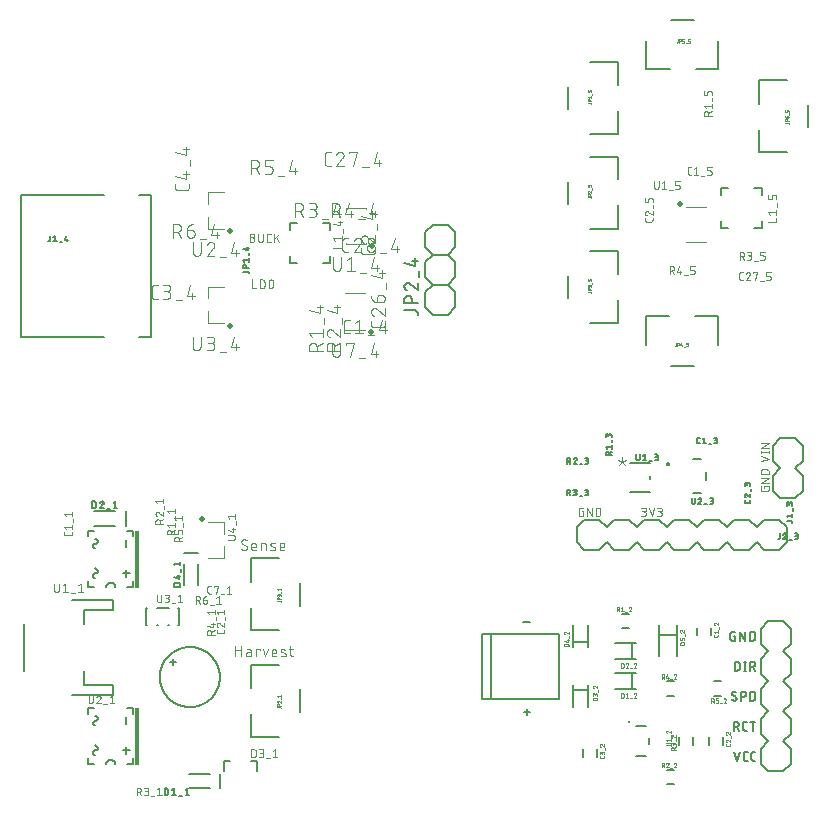
<source format=gbr>
G04 EAGLE Gerber RS-274X export*
G75*
%MOMM*%
%FSLAX34Y34*%
%LPD*%
%INSilkscreen Top*%
%IPPOS*%
%AMOC8*
5,1,8,0,0,1.08239X$1,22.5*%
G01*
%ADD10C,0.076200*%
%ADD11C,0.127000*%
%ADD12C,0.050800*%
%ADD13C,0.152400*%
%ADD14C,0.500000*%
%ADD15C,0.120000*%
%ADD16C,0.025400*%
%ADD17C,0.203200*%
%ADD18C,0.254000*%
%ADD19C,0.200000*%
%ADD20C,0.101600*%


D10*
X194460Y212381D02*
X194550Y212383D01*
X194639Y212389D01*
X194728Y212399D01*
X194816Y212412D01*
X194904Y212430D01*
X194991Y212451D01*
X195077Y212476D01*
X195162Y212505D01*
X195246Y212537D01*
X195328Y212573D01*
X195408Y212613D01*
X195487Y212656D01*
X195563Y212703D01*
X195638Y212752D01*
X195710Y212805D01*
X195780Y212861D01*
X195847Y212920D01*
X195912Y212982D01*
X195974Y213047D01*
X196033Y213114D01*
X196089Y213184D01*
X196142Y213256D01*
X196191Y213331D01*
X196238Y213408D01*
X196281Y213486D01*
X196321Y213566D01*
X196357Y213648D01*
X196389Y213732D01*
X196418Y213817D01*
X196443Y213903D01*
X196464Y213990D01*
X196482Y214078D01*
X196495Y214166D01*
X196505Y214255D01*
X196511Y214344D01*
X196513Y214434D01*
X194460Y212381D02*
X194333Y212383D01*
X194206Y212388D01*
X194080Y212398D01*
X193954Y212411D01*
X193828Y212427D01*
X193703Y212448D01*
X193578Y212472D01*
X193455Y212499D01*
X193332Y212530D01*
X193210Y212565D01*
X193089Y212603D01*
X192969Y212645D01*
X192851Y212691D01*
X192734Y212739D01*
X192618Y212792D01*
X192504Y212847D01*
X192392Y212906D01*
X192281Y212968D01*
X192172Y213033D01*
X192066Y213102D01*
X191961Y213173D01*
X191858Y213248D01*
X191758Y213326D01*
X191660Y213406D01*
X191564Y213489D01*
X191471Y213575D01*
X191380Y213664D01*
X191637Y219566D02*
X191639Y219656D01*
X191645Y219745D01*
X191655Y219834D01*
X191668Y219923D01*
X191686Y220010D01*
X191707Y220097D01*
X191732Y220183D01*
X191761Y220268D01*
X191793Y220352D01*
X191829Y220434D01*
X191869Y220514D01*
X191912Y220593D01*
X191959Y220669D01*
X192008Y220744D01*
X192061Y220816D01*
X192117Y220886D01*
X192176Y220953D01*
X192238Y221018D01*
X192303Y221080D01*
X192370Y221139D01*
X192440Y221195D01*
X192512Y221248D01*
X192587Y221297D01*
X192664Y221344D01*
X192742Y221387D01*
X192822Y221427D01*
X192904Y221463D01*
X192988Y221495D01*
X193073Y221524D01*
X193159Y221549D01*
X193246Y221570D01*
X193334Y221588D01*
X193422Y221601D01*
X193511Y221611D01*
X193600Y221617D01*
X193690Y221619D01*
X193814Y221617D01*
X193938Y221611D01*
X194061Y221601D01*
X194184Y221587D01*
X194307Y221569D01*
X194428Y221547D01*
X194550Y221522D01*
X194670Y221492D01*
X194789Y221459D01*
X194907Y221421D01*
X195024Y221380D01*
X195139Y221336D01*
X195253Y221287D01*
X195366Y221235D01*
X195476Y221179D01*
X195585Y221120D01*
X195692Y221057D01*
X195797Y220991D01*
X195899Y220922D01*
X195999Y220849D01*
X192664Y217770D02*
X192588Y217817D01*
X192513Y217868D01*
X192441Y217922D01*
X192371Y217979D01*
X192304Y218039D01*
X192239Y218102D01*
X192177Y218167D01*
X192118Y218235D01*
X192062Y218306D01*
X192009Y218379D01*
X191959Y218454D01*
X191913Y218532D01*
X191870Y218611D01*
X191830Y218692D01*
X191794Y218775D01*
X191762Y218859D01*
X191733Y218944D01*
X191708Y219031D01*
X191687Y219119D01*
X191669Y219207D01*
X191656Y219296D01*
X191646Y219386D01*
X191640Y219476D01*
X191638Y219566D01*
X195486Y216230D02*
X195563Y216183D01*
X195638Y216132D01*
X195710Y216078D01*
X195780Y216021D01*
X195847Y215961D01*
X195912Y215898D01*
X195974Y215833D01*
X196033Y215765D01*
X196089Y215694D01*
X196142Y215621D01*
X196192Y215546D01*
X196238Y215468D01*
X196281Y215389D01*
X196321Y215308D01*
X196357Y215225D01*
X196389Y215141D01*
X196418Y215056D01*
X196443Y214969D01*
X196464Y214882D01*
X196482Y214793D01*
X196495Y214704D01*
X196505Y214614D01*
X196511Y214524D01*
X196513Y214434D01*
X195487Y216230D02*
X192664Y217770D01*
X201534Y212381D02*
X204100Y212381D01*
X201534Y212381D02*
X201458Y212383D01*
X201383Y212388D01*
X201308Y212398D01*
X201234Y212411D01*
X201160Y212427D01*
X201087Y212447D01*
X201015Y212471D01*
X200945Y212498D01*
X200876Y212529D01*
X200808Y212563D01*
X200742Y212600D01*
X200678Y212641D01*
X200617Y212684D01*
X200557Y212731D01*
X200500Y212780D01*
X200445Y212832D01*
X200393Y212887D01*
X200344Y212944D01*
X200297Y213004D01*
X200254Y213065D01*
X200213Y213129D01*
X200176Y213195D01*
X200142Y213263D01*
X200111Y213332D01*
X200084Y213402D01*
X200060Y213474D01*
X200040Y213547D01*
X200024Y213621D01*
X200011Y213695D01*
X200001Y213770D01*
X199996Y213845D01*
X199994Y213921D01*
X199994Y216487D01*
X199996Y216577D01*
X200002Y216666D01*
X200012Y216755D01*
X200025Y216843D01*
X200043Y216931D01*
X200064Y217018D01*
X200089Y217104D01*
X200118Y217189D01*
X200150Y217273D01*
X200186Y217355D01*
X200226Y217435D01*
X200269Y217514D01*
X200316Y217590D01*
X200365Y217665D01*
X200418Y217737D01*
X200474Y217807D01*
X200533Y217874D01*
X200595Y217939D01*
X200660Y218001D01*
X200727Y218060D01*
X200797Y218116D01*
X200869Y218169D01*
X200944Y218218D01*
X201021Y218265D01*
X201099Y218308D01*
X201179Y218348D01*
X201261Y218384D01*
X201345Y218416D01*
X201430Y218445D01*
X201516Y218470D01*
X201603Y218491D01*
X201691Y218509D01*
X201779Y218522D01*
X201868Y218532D01*
X201957Y218538D01*
X202047Y218540D01*
X202137Y218538D01*
X202226Y218532D01*
X202315Y218522D01*
X202403Y218509D01*
X202491Y218491D01*
X202578Y218470D01*
X202664Y218445D01*
X202749Y218416D01*
X202833Y218384D01*
X202915Y218348D01*
X202995Y218308D01*
X203074Y218265D01*
X203150Y218218D01*
X203225Y218169D01*
X203297Y218116D01*
X203367Y218060D01*
X203434Y218001D01*
X203499Y217939D01*
X203561Y217874D01*
X203620Y217807D01*
X203676Y217737D01*
X203729Y217665D01*
X203778Y217590D01*
X203825Y217514D01*
X203868Y217435D01*
X203908Y217355D01*
X203944Y217273D01*
X203976Y217189D01*
X204005Y217104D01*
X204030Y217018D01*
X204051Y216931D01*
X204069Y216843D01*
X204082Y216755D01*
X204092Y216666D01*
X204098Y216577D01*
X204100Y216487D01*
X204100Y215460D01*
X199994Y215460D01*
X208094Y212381D02*
X208094Y218540D01*
X210660Y218540D01*
X210736Y218538D01*
X210811Y218533D01*
X210886Y218523D01*
X210960Y218510D01*
X211034Y218494D01*
X211107Y218474D01*
X211179Y218450D01*
X211249Y218423D01*
X211318Y218392D01*
X211386Y218358D01*
X211452Y218321D01*
X211516Y218280D01*
X211577Y218237D01*
X211637Y218190D01*
X211694Y218141D01*
X211749Y218089D01*
X211801Y218034D01*
X211850Y217977D01*
X211897Y217917D01*
X211940Y217856D01*
X211981Y217792D01*
X212018Y217726D01*
X212052Y217658D01*
X212083Y217589D01*
X212110Y217519D01*
X212134Y217447D01*
X212154Y217374D01*
X212170Y217300D01*
X212183Y217226D01*
X212193Y217151D01*
X212198Y217076D01*
X212200Y217000D01*
X212200Y212381D01*
X216964Y215974D02*
X219530Y214947D01*
X216964Y215973D02*
X216897Y216002D01*
X216832Y216034D01*
X216769Y216070D01*
X216708Y216109D01*
X216650Y216152D01*
X216593Y216197D01*
X216540Y216246D01*
X216489Y216297D01*
X216440Y216351D01*
X216395Y216408D01*
X216353Y216467D01*
X216315Y216528D01*
X216279Y216591D01*
X216247Y216656D01*
X216219Y216723D01*
X216194Y216791D01*
X216174Y216860D01*
X216156Y216931D01*
X216143Y217002D01*
X216134Y217074D01*
X216129Y217146D01*
X216127Y217218D01*
X216130Y217291D01*
X216136Y217363D01*
X216146Y217434D01*
X216160Y217505D01*
X216178Y217576D01*
X216200Y217645D01*
X216226Y217712D01*
X216255Y217779D01*
X216288Y217843D01*
X216324Y217906D01*
X216364Y217967D01*
X216406Y218025D01*
X216452Y218081D01*
X216501Y218134D01*
X216553Y218185D01*
X216608Y218233D01*
X216664Y218278D01*
X216724Y218319D01*
X216785Y218357D01*
X216849Y218392D01*
X216914Y218424D01*
X216981Y218452D01*
X217049Y218476D01*
X217119Y218496D01*
X217189Y218513D01*
X217260Y218525D01*
X217332Y218534D01*
X217405Y218539D01*
X217477Y218540D01*
X217477Y218539D02*
X217626Y218535D01*
X217775Y218528D01*
X217923Y218516D01*
X218071Y218501D01*
X218219Y218481D01*
X218366Y218458D01*
X218513Y218432D01*
X218658Y218401D01*
X218803Y218367D01*
X218947Y218329D01*
X219090Y218288D01*
X219232Y218243D01*
X219373Y218194D01*
X219512Y218141D01*
X219650Y218086D01*
X219787Y218026D01*
X219530Y214948D02*
X219597Y214919D01*
X219662Y214887D01*
X219725Y214851D01*
X219786Y214812D01*
X219844Y214769D01*
X219901Y214724D01*
X219954Y214675D01*
X220005Y214624D01*
X220054Y214570D01*
X220099Y214513D01*
X220141Y214454D01*
X220179Y214393D01*
X220215Y214330D01*
X220247Y214265D01*
X220275Y214198D01*
X220300Y214130D01*
X220320Y214061D01*
X220338Y213990D01*
X220351Y213919D01*
X220360Y213847D01*
X220365Y213775D01*
X220367Y213703D01*
X220364Y213630D01*
X220358Y213558D01*
X220348Y213487D01*
X220334Y213416D01*
X220316Y213345D01*
X220294Y213276D01*
X220268Y213209D01*
X220239Y213142D01*
X220206Y213078D01*
X220170Y213015D01*
X220130Y212954D01*
X220088Y212896D01*
X220042Y212840D01*
X219993Y212787D01*
X219941Y212736D01*
X219886Y212688D01*
X219830Y212643D01*
X219770Y212602D01*
X219709Y212564D01*
X219645Y212529D01*
X219580Y212497D01*
X219513Y212469D01*
X219445Y212445D01*
X219375Y212425D01*
X219305Y212408D01*
X219234Y212396D01*
X219162Y212387D01*
X219089Y212382D01*
X219017Y212381D01*
X218811Y212386D01*
X218605Y212397D01*
X218400Y212412D01*
X218195Y212432D01*
X217991Y212456D01*
X217787Y212486D01*
X217584Y212520D01*
X217382Y212560D01*
X217181Y212604D01*
X216981Y212652D01*
X216782Y212706D01*
X216584Y212764D01*
X216388Y212827D01*
X216194Y212894D01*
X225534Y212381D02*
X228100Y212381D01*
X225534Y212381D02*
X225458Y212383D01*
X225383Y212388D01*
X225308Y212398D01*
X225234Y212411D01*
X225160Y212427D01*
X225087Y212447D01*
X225015Y212471D01*
X224945Y212498D01*
X224876Y212529D01*
X224808Y212563D01*
X224742Y212600D01*
X224678Y212641D01*
X224617Y212684D01*
X224557Y212731D01*
X224500Y212780D01*
X224445Y212832D01*
X224393Y212887D01*
X224344Y212944D01*
X224297Y213004D01*
X224254Y213065D01*
X224213Y213129D01*
X224176Y213195D01*
X224142Y213263D01*
X224111Y213332D01*
X224084Y213402D01*
X224060Y213474D01*
X224040Y213547D01*
X224024Y213621D01*
X224011Y213695D01*
X224001Y213770D01*
X223996Y213845D01*
X223994Y213921D01*
X223994Y216487D01*
X223996Y216577D01*
X224002Y216666D01*
X224012Y216755D01*
X224025Y216843D01*
X224043Y216931D01*
X224064Y217018D01*
X224089Y217104D01*
X224118Y217189D01*
X224150Y217273D01*
X224186Y217355D01*
X224226Y217435D01*
X224269Y217514D01*
X224316Y217590D01*
X224365Y217665D01*
X224418Y217737D01*
X224474Y217807D01*
X224533Y217874D01*
X224595Y217939D01*
X224660Y218001D01*
X224727Y218060D01*
X224797Y218116D01*
X224869Y218169D01*
X224944Y218218D01*
X225021Y218265D01*
X225099Y218308D01*
X225179Y218348D01*
X225261Y218384D01*
X225345Y218416D01*
X225430Y218445D01*
X225516Y218470D01*
X225603Y218491D01*
X225691Y218509D01*
X225779Y218522D01*
X225868Y218532D01*
X225957Y218538D01*
X226047Y218540D01*
X226137Y218538D01*
X226226Y218532D01*
X226315Y218522D01*
X226403Y218509D01*
X226491Y218491D01*
X226578Y218470D01*
X226664Y218445D01*
X226749Y218416D01*
X226833Y218384D01*
X226915Y218348D01*
X226995Y218308D01*
X227074Y218265D01*
X227150Y218218D01*
X227225Y218169D01*
X227297Y218116D01*
X227367Y218060D01*
X227434Y218001D01*
X227499Y217939D01*
X227561Y217874D01*
X227620Y217807D01*
X227676Y217737D01*
X227729Y217665D01*
X227778Y217590D01*
X227825Y217514D01*
X227868Y217435D01*
X227908Y217355D01*
X227944Y217273D01*
X227976Y217189D01*
X228005Y217104D01*
X228030Y217018D01*
X228051Y216931D01*
X228069Y216843D01*
X228082Y216755D01*
X228092Y216666D01*
X228098Y216577D01*
X228100Y216487D01*
X228100Y215460D01*
X223994Y215460D01*
X186381Y131619D02*
X186381Y122381D01*
X186381Y127513D02*
X191513Y127513D01*
X191513Y131619D02*
X191513Y122381D01*
X197345Y125974D02*
X199655Y125974D01*
X197345Y125973D02*
X197262Y125971D01*
X197179Y125965D01*
X197097Y125956D01*
X197015Y125942D01*
X196934Y125925D01*
X196854Y125904D01*
X196774Y125880D01*
X196696Y125852D01*
X196620Y125820D01*
X196544Y125785D01*
X196471Y125746D01*
X196400Y125704D01*
X196330Y125659D01*
X196263Y125610D01*
X196198Y125559D01*
X196135Y125504D01*
X196075Y125447D01*
X196018Y125387D01*
X195963Y125324D01*
X195912Y125259D01*
X195863Y125192D01*
X195818Y125122D01*
X195776Y125051D01*
X195737Y124978D01*
X195702Y124902D01*
X195670Y124826D01*
X195642Y124748D01*
X195618Y124668D01*
X195597Y124588D01*
X195580Y124507D01*
X195566Y124425D01*
X195557Y124343D01*
X195551Y124260D01*
X195549Y124177D01*
X195551Y124094D01*
X195557Y124011D01*
X195566Y123929D01*
X195580Y123847D01*
X195597Y123766D01*
X195618Y123686D01*
X195642Y123606D01*
X195670Y123528D01*
X195702Y123452D01*
X195737Y123376D01*
X195776Y123303D01*
X195818Y123232D01*
X195863Y123162D01*
X195912Y123095D01*
X195963Y123030D01*
X196018Y122967D01*
X196075Y122907D01*
X196135Y122850D01*
X196198Y122795D01*
X196263Y122744D01*
X196330Y122695D01*
X196400Y122650D01*
X196471Y122608D01*
X196544Y122569D01*
X196620Y122534D01*
X196696Y122502D01*
X196774Y122474D01*
X196854Y122450D01*
X196934Y122429D01*
X197015Y122412D01*
X197097Y122398D01*
X197179Y122389D01*
X197262Y122383D01*
X197345Y122381D01*
X199655Y122381D01*
X199655Y127000D01*
X199653Y127076D01*
X199648Y127151D01*
X199638Y127226D01*
X199625Y127300D01*
X199609Y127374D01*
X199589Y127447D01*
X199565Y127519D01*
X199538Y127589D01*
X199507Y127658D01*
X199473Y127726D01*
X199436Y127792D01*
X199395Y127856D01*
X199352Y127917D01*
X199305Y127977D01*
X199256Y128034D01*
X199204Y128089D01*
X199149Y128141D01*
X199092Y128190D01*
X199032Y128237D01*
X198971Y128280D01*
X198907Y128321D01*
X198841Y128358D01*
X198773Y128392D01*
X198704Y128423D01*
X198634Y128450D01*
X198562Y128474D01*
X198489Y128494D01*
X198415Y128510D01*
X198341Y128523D01*
X198266Y128533D01*
X198191Y128538D01*
X198115Y128540D01*
X196062Y128540D01*
X204045Y128540D02*
X204045Y122381D01*
X204045Y128540D02*
X207125Y128540D01*
X207125Y127513D01*
X209694Y128540D02*
X211747Y122381D01*
X213800Y128540D01*
X218734Y122381D02*
X221300Y122381D01*
X218734Y122381D02*
X218658Y122383D01*
X218583Y122388D01*
X218508Y122398D01*
X218434Y122411D01*
X218360Y122427D01*
X218287Y122447D01*
X218215Y122471D01*
X218145Y122498D01*
X218076Y122529D01*
X218008Y122563D01*
X217942Y122600D01*
X217878Y122641D01*
X217817Y122684D01*
X217757Y122731D01*
X217700Y122780D01*
X217645Y122832D01*
X217593Y122887D01*
X217544Y122944D01*
X217497Y123004D01*
X217454Y123065D01*
X217413Y123129D01*
X217376Y123195D01*
X217342Y123263D01*
X217311Y123332D01*
X217284Y123402D01*
X217260Y123474D01*
X217240Y123547D01*
X217224Y123621D01*
X217211Y123695D01*
X217201Y123770D01*
X217196Y123845D01*
X217194Y123921D01*
X217194Y126487D01*
X217196Y126577D01*
X217202Y126666D01*
X217212Y126755D01*
X217225Y126843D01*
X217243Y126931D01*
X217264Y127018D01*
X217289Y127104D01*
X217318Y127189D01*
X217350Y127273D01*
X217386Y127355D01*
X217426Y127435D01*
X217469Y127514D01*
X217516Y127590D01*
X217565Y127665D01*
X217618Y127737D01*
X217674Y127807D01*
X217733Y127874D01*
X217795Y127939D01*
X217860Y128001D01*
X217927Y128060D01*
X217997Y128116D01*
X218069Y128169D01*
X218144Y128218D01*
X218221Y128265D01*
X218299Y128308D01*
X218379Y128348D01*
X218461Y128384D01*
X218545Y128416D01*
X218630Y128445D01*
X218716Y128470D01*
X218803Y128491D01*
X218891Y128509D01*
X218979Y128522D01*
X219068Y128532D01*
X219157Y128538D01*
X219247Y128540D01*
X219337Y128538D01*
X219426Y128532D01*
X219515Y128522D01*
X219603Y128509D01*
X219691Y128491D01*
X219778Y128470D01*
X219864Y128445D01*
X219949Y128416D01*
X220033Y128384D01*
X220115Y128348D01*
X220195Y128308D01*
X220274Y128265D01*
X220350Y128218D01*
X220425Y128169D01*
X220497Y128116D01*
X220567Y128060D01*
X220634Y128001D01*
X220699Y127939D01*
X220761Y127874D01*
X220820Y127807D01*
X220876Y127737D01*
X220929Y127665D01*
X220978Y127590D01*
X221025Y127514D01*
X221068Y127435D01*
X221108Y127355D01*
X221144Y127273D01*
X221176Y127189D01*
X221205Y127104D01*
X221230Y127018D01*
X221251Y126931D01*
X221269Y126843D01*
X221282Y126755D01*
X221292Y126666D01*
X221298Y126577D01*
X221300Y126487D01*
X221300Y125460D01*
X217194Y125460D01*
X225764Y125974D02*
X228330Y124947D01*
X225764Y125973D02*
X225697Y126002D01*
X225632Y126034D01*
X225569Y126070D01*
X225508Y126109D01*
X225450Y126152D01*
X225393Y126197D01*
X225340Y126246D01*
X225289Y126297D01*
X225240Y126351D01*
X225195Y126408D01*
X225153Y126467D01*
X225115Y126528D01*
X225079Y126591D01*
X225047Y126656D01*
X225019Y126723D01*
X224994Y126791D01*
X224974Y126860D01*
X224956Y126931D01*
X224943Y127002D01*
X224934Y127074D01*
X224929Y127146D01*
X224927Y127218D01*
X224930Y127291D01*
X224936Y127363D01*
X224946Y127434D01*
X224960Y127505D01*
X224978Y127576D01*
X225000Y127645D01*
X225026Y127712D01*
X225055Y127779D01*
X225088Y127843D01*
X225124Y127906D01*
X225164Y127967D01*
X225206Y128025D01*
X225252Y128081D01*
X225301Y128134D01*
X225353Y128185D01*
X225408Y128233D01*
X225464Y128278D01*
X225524Y128319D01*
X225585Y128357D01*
X225649Y128392D01*
X225714Y128424D01*
X225781Y128452D01*
X225849Y128476D01*
X225919Y128496D01*
X225989Y128513D01*
X226060Y128525D01*
X226132Y128534D01*
X226205Y128539D01*
X226277Y128540D01*
X226277Y128539D02*
X226426Y128535D01*
X226575Y128528D01*
X226723Y128516D01*
X226871Y128501D01*
X227019Y128481D01*
X227166Y128458D01*
X227313Y128432D01*
X227458Y128401D01*
X227603Y128367D01*
X227747Y128329D01*
X227890Y128288D01*
X228032Y128243D01*
X228173Y128194D01*
X228312Y128141D01*
X228450Y128086D01*
X228587Y128026D01*
X228330Y124948D02*
X228397Y124919D01*
X228462Y124887D01*
X228525Y124851D01*
X228586Y124812D01*
X228644Y124769D01*
X228701Y124724D01*
X228754Y124675D01*
X228805Y124624D01*
X228854Y124570D01*
X228899Y124513D01*
X228941Y124454D01*
X228979Y124393D01*
X229015Y124330D01*
X229047Y124265D01*
X229075Y124198D01*
X229100Y124130D01*
X229120Y124061D01*
X229138Y123990D01*
X229151Y123919D01*
X229160Y123847D01*
X229165Y123775D01*
X229167Y123703D01*
X229164Y123630D01*
X229158Y123558D01*
X229148Y123487D01*
X229134Y123416D01*
X229116Y123345D01*
X229094Y123276D01*
X229068Y123209D01*
X229039Y123142D01*
X229006Y123078D01*
X228970Y123015D01*
X228930Y122954D01*
X228888Y122896D01*
X228842Y122840D01*
X228793Y122787D01*
X228741Y122736D01*
X228686Y122688D01*
X228630Y122643D01*
X228570Y122602D01*
X228509Y122564D01*
X228445Y122529D01*
X228380Y122497D01*
X228313Y122469D01*
X228245Y122445D01*
X228175Y122425D01*
X228105Y122408D01*
X228034Y122396D01*
X227962Y122387D01*
X227889Y122382D01*
X227817Y122381D01*
X227611Y122386D01*
X227405Y122397D01*
X227200Y122412D01*
X226995Y122432D01*
X226791Y122456D01*
X226587Y122486D01*
X226384Y122520D01*
X226182Y122560D01*
X225981Y122604D01*
X225781Y122652D01*
X225582Y122706D01*
X225384Y122764D01*
X225188Y122827D01*
X224994Y122894D01*
X232036Y128540D02*
X235116Y128540D01*
X233063Y131619D02*
X233063Y123921D01*
X233062Y123921D02*
X233064Y123845D01*
X233069Y123770D01*
X233079Y123695D01*
X233092Y123621D01*
X233108Y123547D01*
X233128Y123474D01*
X233152Y123402D01*
X233179Y123332D01*
X233210Y123263D01*
X233244Y123195D01*
X233281Y123129D01*
X233322Y123065D01*
X233365Y123004D01*
X233412Y122944D01*
X233461Y122887D01*
X233513Y122832D01*
X233568Y122780D01*
X233625Y122731D01*
X233685Y122684D01*
X233746Y122641D01*
X233810Y122600D01*
X233876Y122563D01*
X233944Y122529D01*
X234013Y122498D01*
X234083Y122471D01*
X234155Y122447D01*
X234228Y122427D01*
X234302Y122411D01*
X234376Y122398D01*
X234451Y122388D01*
X234526Y122383D01*
X234602Y122381D01*
X235116Y122381D01*
D11*
X608516Y140123D02*
X609786Y140123D01*
X609786Y135890D01*
X607246Y135890D01*
X607165Y135892D01*
X607085Y135898D01*
X607005Y135907D01*
X606926Y135921D01*
X606847Y135938D01*
X606769Y135959D01*
X606692Y135983D01*
X606617Y136011D01*
X606543Y136043D01*
X606470Y136078D01*
X606400Y136117D01*
X606331Y136159D01*
X606264Y136204D01*
X606199Y136252D01*
X606137Y136304D01*
X606078Y136358D01*
X606021Y136415D01*
X605967Y136474D01*
X605915Y136536D01*
X605867Y136601D01*
X605822Y136668D01*
X605780Y136737D01*
X605741Y136807D01*
X605706Y136880D01*
X605674Y136954D01*
X605646Y137029D01*
X605622Y137106D01*
X605601Y137184D01*
X605584Y137263D01*
X605570Y137342D01*
X605561Y137422D01*
X605555Y137502D01*
X605553Y137583D01*
X605553Y141817D01*
X605555Y141898D01*
X605561Y141978D01*
X605570Y142058D01*
X605584Y142137D01*
X605601Y142216D01*
X605622Y142294D01*
X605646Y142371D01*
X605674Y142446D01*
X605706Y142520D01*
X605741Y142593D01*
X605780Y142663D01*
X605822Y142732D01*
X605867Y142799D01*
X605915Y142864D01*
X605967Y142926D01*
X606021Y142985D01*
X606078Y143042D01*
X606137Y143096D01*
X606199Y143148D01*
X606264Y143196D01*
X606331Y143241D01*
X606399Y143283D01*
X606470Y143322D01*
X606543Y143357D01*
X606617Y143389D01*
X606692Y143417D01*
X606769Y143441D01*
X606847Y143462D01*
X606926Y143479D01*
X607005Y143493D01*
X607085Y143502D01*
X607165Y143508D01*
X607246Y143510D01*
X609786Y143510D01*
X614087Y143510D02*
X614087Y135890D01*
X618321Y135890D02*
X614087Y143510D01*
X618321Y143510D02*
X618321Y135890D01*
X622622Y135890D02*
X622622Y143510D01*
X624738Y143510D01*
X624828Y143508D01*
X624918Y143502D01*
X625007Y143493D01*
X625096Y143480D01*
X625184Y143462D01*
X625271Y143442D01*
X625358Y143417D01*
X625443Y143389D01*
X625527Y143357D01*
X625610Y143322D01*
X625691Y143283D01*
X625770Y143241D01*
X625848Y143196D01*
X625923Y143147D01*
X625997Y143095D01*
X626068Y143040D01*
X626137Y142982D01*
X626203Y142921D01*
X626266Y142858D01*
X626327Y142792D01*
X626385Y142723D01*
X626440Y142652D01*
X626492Y142578D01*
X626541Y142503D01*
X626586Y142425D01*
X626628Y142346D01*
X626667Y142265D01*
X626702Y142182D01*
X626734Y142098D01*
X626762Y142013D01*
X626787Y141926D01*
X626807Y141839D01*
X626825Y141751D01*
X626838Y141662D01*
X626847Y141573D01*
X626853Y141483D01*
X626855Y141393D01*
X626855Y138007D01*
X626853Y137917D01*
X626847Y137827D01*
X626838Y137738D01*
X626825Y137649D01*
X626807Y137561D01*
X626787Y137474D01*
X626762Y137387D01*
X626734Y137302D01*
X626702Y137218D01*
X626667Y137135D01*
X626628Y137054D01*
X626586Y136975D01*
X626541Y136897D01*
X626492Y136822D01*
X626440Y136748D01*
X626385Y136677D01*
X626327Y136608D01*
X626266Y136542D01*
X626203Y136479D01*
X626137Y136418D01*
X626068Y136360D01*
X625997Y136305D01*
X625923Y136253D01*
X625848Y136204D01*
X625770Y136159D01*
X625691Y136117D01*
X625610Y136078D01*
X625527Y136043D01*
X625443Y136011D01*
X625358Y135983D01*
X625271Y135958D01*
X625184Y135938D01*
X625096Y135920D01*
X625007Y135907D01*
X624918Y135898D01*
X624828Y135892D01*
X624738Y135890D01*
X622622Y135890D01*
X609215Y118110D02*
X609215Y110490D01*
X609215Y118110D02*
X611332Y118110D01*
X611422Y118108D01*
X611512Y118102D01*
X611601Y118093D01*
X611690Y118080D01*
X611778Y118062D01*
X611865Y118042D01*
X611952Y118017D01*
X612037Y117989D01*
X612121Y117957D01*
X612204Y117922D01*
X612285Y117883D01*
X612364Y117841D01*
X612442Y117796D01*
X612517Y117747D01*
X612591Y117695D01*
X612662Y117640D01*
X612731Y117582D01*
X612797Y117521D01*
X612860Y117458D01*
X612921Y117392D01*
X612979Y117323D01*
X613034Y117252D01*
X613086Y117178D01*
X613135Y117103D01*
X613180Y117025D01*
X613222Y116946D01*
X613261Y116865D01*
X613296Y116782D01*
X613328Y116698D01*
X613356Y116613D01*
X613381Y116526D01*
X613401Y116439D01*
X613419Y116351D01*
X613432Y116262D01*
X613441Y116173D01*
X613447Y116083D01*
X613449Y115993D01*
X613448Y115993D02*
X613448Y112607D01*
X613449Y112607D02*
X613447Y112517D01*
X613441Y112427D01*
X613432Y112338D01*
X613419Y112249D01*
X613401Y112161D01*
X613381Y112074D01*
X613356Y111987D01*
X613328Y111902D01*
X613296Y111818D01*
X613261Y111735D01*
X613222Y111654D01*
X613180Y111575D01*
X613135Y111497D01*
X613086Y111422D01*
X613034Y111348D01*
X612979Y111277D01*
X612921Y111208D01*
X612860Y111142D01*
X612797Y111079D01*
X612731Y111018D01*
X612662Y110960D01*
X612591Y110905D01*
X612517Y110853D01*
X612442Y110804D01*
X612364Y110759D01*
X612285Y110717D01*
X612204Y110678D01*
X612121Y110643D01*
X612037Y110611D01*
X611952Y110583D01*
X611865Y110558D01*
X611778Y110538D01*
X611690Y110520D01*
X611601Y110507D01*
X611512Y110498D01*
X611422Y110492D01*
X611332Y110490D01*
X609215Y110490D01*
X617999Y110490D02*
X617999Y118110D01*
X617152Y110490D02*
X618846Y110490D01*
X618846Y118110D02*
X617152Y118110D01*
X622622Y118110D02*
X622622Y110490D01*
X622622Y118110D02*
X624738Y118110D01*
X624829Y118108D01*
X624920Y118102D01*
X625011Y118092D01*
X625101Y118079D01*
X625190Y118061D01*
X625279Y118040D01*
X625366Y118015D01*
X625453Y117986D01*
X625538Y117953D01*
X625621Y117917D01*
X625703Y117877D01*
X625783Y117834D01*
X625862Y117787D01*
X625938Y117737D01*
X626012Y117684D01*
X626083Y117628D01*
X626152Y117568D01*
X626219Y117506D01*
X626282Y117441D01*
X626343Y117373D01*
X626401Y117303D01*
X626456Y117230D01*
X626508Y117155D01*
X626556Y117078D01*
X626601Y116998D01*
X626643Y116917D01*
X626681Y116835D01*
X626715Y116750D01*
X626746Y116664D01*
X626773Y116577D01*
X626796Y116489D01*
X626815Y116400D01*
X626831Y116311D01*
X626843Y116220D01*
X626851Y116130D01*
X626855Y116039D01*
X626855Y115947D01*
X626851Y115856D01*
X626843Y115766D01*
X626831Y115675D01*
X626815Y115586D01*
X626796Y115497D01*
X626773Y115409D01*
X626746Y115322D01*
X626715Y115236D01*
X626681Y115151D01*
X626643Y115069D01*
X626601Y114988D01*
X626556Y114908D01*
X626508Y114831D01*
X626456Y114756D01*
X626401Y114683D01*
X626343Y114613D01*
X626282Y114545D01*
X626219Y114480D01*
X626152Y114418D01*
X626083Y114358D01*
X626012Y114302D01*
X625938Y114249D01*
X625862Y114199D01*
X625783Y114152D01*
X625703Y114109D01*
X625621Y114069D01*
X625538Y114033D01*
X625453Y114000D01*
X625366Y113971D01*
X625279Y113946D01*
X625190Y113925D01*
X625101Y113907D01*
X625011Y113894D01*
X624920Y113884D01*
X624829Y113878D01*
X624738Y113876D01*
X624738Y113877D02*
X622622Y113877D01*
X625162Y113877D02*
X626855Y110490D01*
X610853Y86783D02*
X610851Y86702D01*
X610845Y86622D01*
X610836Y86542D01*
X610822Y86463D01*
X610805Y86384D01*
X610784Y86306D01*
X610760Y86229D01*
X610732Y86154D01*
X610700Y86080D01*
X610665Y86007D01*
X610626Y85937D01*
X610584Y85868D01*
X610539Y85801D01*
X610491Y85736D01*
X610439Y85674D01*
X610385Y85615D01*
X610328Y85558D01*
X610269Y85504D01*
X610207Y85452D01*
X610142Y85404D01*
X610075Y85359D01*
X610007Y85317D01*
X609936Y85278D01*
X609863Y85243D01*
X609789Y85211D01*
X609714Y85183D01*
X609637Y85159D01*
X609559Y85138D01*
X609480Y85121D01*
X609401Y85107D01*
X609321Y85098D01*
X609241Y85092D01*
X609160Y85090D01*
X609042Y85092D01*
X608925Y85098D01*
X608808Y85107D01*
X608691Y85121D01*
X608574Y85138D01*
X608459Y85159D01*
X608344Y85184D01*
X608229Y85213D01*
X608116Y85246D01*
X608004Y85282D01*
X607894Y85322D01*
X607784Y85365D01*
X607676Y85412D01*
X607570Y85463D01*
X607466Y85517D01*
X607363Y85574D01*
X607262Y85635D01*
X607163Y85699D01*
X607067Y85766D01*
X606973Y85837D01*
X606881Y85910D01*
X606791Y85987D01*
X606704Y86066D01*
X606620Y86148D01*
X606832Y91017D02*
X606834Y91098D01*
X606840Y91178D01*
X606849Y91258D01*
X606863Y91337D01*
X606880Y91416D01*
X606901Y91494D01*
X606925Y91571D01*
X606953Y91646D01*
X606985Y91720D01*
X607020Y91793D01*
X607059Y91864D01*
X607101Y91932D01*
X607146Y91999D01*
X607194Y92064D01*
X607246Y92126D01*
X607300Y92185D01*
X607357Y92242D01*
X607416Y92296D01*
X607478Y92348D01*
X607543Y92396D01*
X607610Y92441D01*
X607679Y92483D01*
X607749Y92522D01*
X607822Y92557D01*
X607896Y92589D01*
X607971Y92617D01*
X608048Y92641D01*
X608126Y92662D01*
X608205Y92679D01*
X608284Y92693D01*
X608364Y92702D01*
X608444Y92708D01*
X608525Y92710D01*
X608633Y92708D01*
X608740Y92703D01*
X608847Y92694D01*
X608954Y92681D01*
X609060Y92665D01*
X609166Y92645D01*
X609271Y92621D01*
X609375Y92594D01*
X609478Y92564D01*
X609580Y92530D01*
X609681Y92492D01*
X609780Y92451D01*
X609878Y92407D01*
X609975Y92360D01*
X610069Y92309D01*
X610163Y92255D01*
X610254Y92198D01*
X610343Y92138D01*
X610430Y92075D01*
X607678Y89535D02*
X607609Y89578D01*
X607542Y89624D01*
X607477Y89673D01*
X607415Y89725D01*
X607356Y89780D01*
X607299Y89838D01*
X607244Y89899D01*
X607193Y89961D01*
X607145Y90027D01*
X607100Y90094D01*
X607058Y90164D01*
X607019Y90235D01*
X606984Y90308D01*
X606952Y90383D01*
X606924Y90459D01*
X606899Y90536D01*
X606879Y90615D01*
X606862Y90694D01*
X606848Y90774D01*
X606839Y90855D01*
X606833Y90936D01*
X606831Y91017D01*
X610006Y88265D02*
X610075Y88222D01*
X610142Y88176D01*
X610207Y88127D01*
X610269Y88075D01*
X610328Y88020D01*
X610386Y87962D01*
X610440Y87901D01*
X610491Y87839D01*
X610539Y87773D01*
X610584Y87706D01*
X610626Y87636D01*
X610665Y87565D01*
X610700Y87492D01*
X610732Y87417D01*
X610760Y87341D01*
X610785Y87264D01*
X610805Y87185D01*
X610822Y87106D01*
X610836Y87026D01*
X610845Y86945D01*
X610851Y86864D01*
X610853Y86783D01*
X610006Y88265D02*
X607678Y89535D01*
X614786Y92710D02*
X614786Y85090D01*
X614786Y92710D02*
X616902Y92710D01*
X616993Y92708D01*
X617084Y92702D01*
X617175Y92692D01*
X617265Y92679D01*
X617354Y92661D01*
X617443Y92640D01*
X617530Y92615D01*
X617617Y92586D01*
X617702Y92553D01*
X617785Y92517D01*
X617867Y92477D01*
X617947Y92434D01*
X618026Y92387D01*
X618102Y92337D01*
X618176Y92284D01*
X618247Y92228D01*
X618316Y92168D01*
X618383Y92106D01*
X618446Y92041D01*
X618507Y91973D01*
X618565Y91903D01*
X618620Y91830D01*
X618672Y91755D01*
X618720Y91678D01*
X618765Y91598D01*
X618807Y91517D01*
X618845Y91435D01*
X618879Y91350D01*
X618910Y91264D01*
X618937Y91177D01*
X618960Y91089D01*
X618979Y91000D01*
X618995Y90911D01*
X619007Y90820D01*
X619015Y90730D01*
X619019Y90639D01*
X619019Y90547D01*
X619015Y90456D01*
X619007Y90366D01*
X618995Y90275D01*
X618979Y90186D01*
X618960Y90097D01*
X618937Y90009D01*
X618910Y89922D01*
X618879Y89836D01*
X618845Y89751D01*
X618807Y89669D01*
X618765Y89588D01*
X618720Y89508D01*
X618672Y89431D01*
X618620Y89356D01*
X618565Y89283D01*
X618507Y89213D01*
X618446Y89145D01*
X618383Y89080D01*
X618316Y89018D01*
X618247Y88958D01*
X618176Y88902D01*
X618102Y88849D01*
X618026Y88799D01*
X617947Y88752D01*
X617867Y88709D01*
X617785Y88669D01*
X617702Y88633D01*
X617617Y88600D01*
X617530Y88571D01*
X617443Y88546D01*
X617354Y88525D01*
X617265Y88507D01*
X617175Y88494D01*
X617084Y88484D01*
X616993Y88478D01*
X616902Y88476D01*
X616902Y88477D02*
X614786Y88477D01*
X622622Y85090D02*
X622622Y92710D01*
X624738Y92710D01*
X624828Y92708D01*
X624918Y92702D01*
X625007Y92693D01*
X625096Y92680D01*
X625184Y92662D01*
X625271Y92642D01*
X625358Y92617D01*
X625443Y92589D01*
X625527Y92557D01*
X625610Y92522D01*
X625691Y92483D01*
X625770Y92441D01*
X625848Y92396D01*
X625923Y92347D01*
X625997Y92295D01*
X626068Y92240D01*
X626137Y92182D01*
X626203Y92121D01*
X626266Y92058D01*
X626327Y91992D01*
X626385Y91923D01*
X626440Y91852D01*
X626492Y91778D01*
X626541Y91703D01*
X626586Y91625D01*
X626628Y91546D01*
X626667Y91465D01*
X626702Y91382D01*
X626734Y91298D01*
X626762Y91213D01*
X626787Y91126D01*
X626807Y91039D01*
X626825Y90951D01*
X626838Y90862D01*
X626847Y90773D01*
X626853Y90683D01*
X626855Y90593D01*
X626855Y87207D01*
X626853Y87117D01*
X626847Y87027D01*
X626838Y86938D01*
X626825Y86849D01*
X626807Y86761D01*
X626787Y86674D01*
X626762Y86587D01*
X626734Y86502D01*
X626702Y86418D01*
X626667Y86335D01*
X626628Y86254D01*
X626586Y86175D01*
X626541Y86097D01*
X626492Y86022D01*
X626440Y85948D01*
X626385Y85877D01*
X626327Y85808D01*
X626266Y85742D01*
X626203Y85679D01*
X626137Y85618D01*
X626068Y85560D01*
X625997Y85505D01*
X625923Y85453D01*
X625848Y85404D01*
X625770Y85359D01*
X625691Y85317D01*
X625610Y85278D01*
X625527Y85243D01*
X625443Y85211D01*
X625358Y85183D01*
X625271Y85158D01*
X625184Y85138D01*
X625096Y85120D01*
X625007Y85107D01*
X624918Y85098D01*
X624828Y85092D01*
X624738Y85090D01*
X622622Y85090D01*
X608558Y67310D02*
X608558Y59690D01*
X608558Y67310D02*
X610675Y67310D01*
X610766Y67308D01*
X610857Y67302D01*
X610948Y67292D01*
X611038Y67279D01*
X611127Y67261D01*
X611216Y67240D01*
X611303Y67215D01*
X611390Y67186D01*
X611475Y67153D01*
X611558Y67117D01*
X611640Y67077D01*
X611720Y67034D01*
X611799Y66987D01*
X611875Y66937D01*
X611949Y66884D01*
X612020Y66828D01*
X612089Y66768D01*
X612156Y66706D01*
X612219Y66641D01*
X612280Y66573D01*
X612338Y66503D01*
X612393Y66430D01*
X612445Y66355D01*
X612493Y66278D01*
X612538Y66198D01*
X612580Y66117D01*
X612618Y66035D01*
X612652Y65950D01*
X612683Y65864D01*
X612710Y65777D01*
X612733Y65689D01*
X612752Y65600D01*
X612768Y65511D01*
X612780Y65420D01*
X612788Y65330D01*
X612792Y65239D01*
X612792Y65147D01*
X612788Y65056D01*
X612780Y64966D01*
X612768Y64875D01*
X612752Y64786D01*
X612733Y64697D01*
X612710Y64609D01*
X612683Y64522D01*
X612652Y64436D01*
X612618Y64351D01*
X612580Y64269D01*
X612538Y64188D01*
X612493Y64108D01*
X612445Y64031D01*
X612393Y63956D01*
X612338Y63883D01*
X612280Y63813D01*
X612219Y63745D01*
X612156Y63680D01*
X612089Y63618D01*
X612020Y63558D01*
X611949Y63502D01*
X611875Y63449D01*
X611799Y63399D01*
X611720Y63352D01*
X611640Y63309D01*
X611558Y63269D01*
X611475Y63233D01*
X611390Y63200D01*
X611303Y63171D01*
X611216Y63146D01*
X611127Y63125D01*
X611038Y63107D01*
X610948Y63094D01*
X610857Y63084D01*
X610766Y63078D01*
X610675Y63076D01*
X610675Y63077D02*
X608558Y63077D01*
X611098Y63077D02*
X612792Y59690D01*
X618149Y59690D02*
X619842Y59690D01*
X618149Y59690D02*
X618068Y59692D01*
X617988Y59698D01*
X617908Y59707D01*
X617829Y59721D01*
X617750Y59738D01*
X617672Y59759D01*
X617595Y59783D01*
X617520Y59811D01*
X617446Y59843D01*
X617373Y59878D01*
X617303Y59917D01*
X617234Y59959D01*
X617167Y60004D01*
X617102Y60052D01*
X617040Y60104D01*
X616981Y60158D01*
X616924Y60215D01*
X616870Y60274D01*
X616818Y60336D01*
X616770Y60401D01*
X616725Y60468D01*
X616683Y60537D01*
X616644Y60607D01*
X616609Y60680D01*
X616577Y60754D01*
X616549Y60829D01*
X616525Y60906D01*
X616504Y60984D01*
X616487Y61063D01*
X616473Y61142D01*
X616464Y61222D01*
X616458Y61302D01*
X616456Y61383D01*
X616455Y61383D02*
X616455Y65617D01*
X616456Y65617D02*
X616458Y65698D01*
X616464Y65778D01*
X616473Y65858D01*
X616487Y65937D01*
X616504Y66016D01*
X616525Y66094D01*
X616549Y66171D01*
X616577Y66246D01*
X616609Y66320D01*
X616644Y66393D01*
X616683Y66463D01*
X616725Y66532D01*
X616770Y66599D01*
X616818Y66664D01*
X616870Y66726D01*
X616924Y66785D01*
X616981Y66842D01*
X617040Y66896D01*
X617102Y66948D01*
X617167Y66996D01*
X617234Y67041D01*
X617302Y67083D01*
X617373Y67122D01*
X617446Y67157D01*
X617520Y67189D01*
X617595Y67217D01*
X617672Y67241D01*
X617750Y67262D01*
X617829Y67279D01*
X617908Y67293D01*
X617988Y67302D01*
X618068Y67308D01*
X618149Y67310D01*
X619842Y67310D01*
X624738Y67310D02*
X624738Y59690D01*
X622622Y67310D02*
X626855Y67310D01*
X608409Y41910D02*
X610949Y34290D01*
X613489Y41910D01*
X618494Y34290D02*
X620188Y34290D01*
X618494Y34290D02*
X618413Y34292D01*
X618333Y34298D01*
X618253Y34307D01*
X618174Y34321D01*
X618095Y34338D01*
X618017Y34359D01*
X617940Y34383D01*
X617865Y34411D01*
X617791Y34443D01*
X617718Y34478D01*
X617648Y34517D01*
X617579Y34559D01*
X617512Y34604D01*
X617447Y34652D01*
X617385Y34704D01*
X617326Y34758D01*
X617269Y34815D01*
X617215Y34874D01*
X617163Y34936D01*
X617115Y35001D01*
X617070Y35068D01*
X617028Y35137D01*
X616989Y35207D01*
X616954Y35280D01*
X616922Y35354D01*
X616894Y35429D01*
X616870Y35506D01*
X616849Y35584D01*
X616832Y35663D01*
X616818Y35742D01*
X616809Y35822D01*
X616803Y35902D01*
X616801Y35983D01*
X616801Y40217D01*
X616803Y40298D01*
X616809Y40378D01*
X616818Y40458D01*
X616832Y40537D01*
X616849Y40616D01*
X616870Y40694D01*
X616894Y40771D01*
X616922Y40846D01*
X616954Y40920D01*
X616989Y40993D01*
X617028Y41063D01*
X617070Y41132D01*
X617115Y41199D01*
X617163Y41264D01*
X617215Y41326D01*
X617269Y41385D01*
X617326Y41442D01*
X617385Y41496D01*
X617447Y41548D01*
X617512Y41596D01*
X617579Y41641D01*
X617647Y41683D01*
X617718Y41722D01*
X617791Y41757D01*
X617865Y41789D01*
X617940Y41817D01*
X618017Y41841D01*
X618095Y41862D01*
X618174Y41879D01*
X618253Y41893D01*
X618333Y41902D01*
X618413Y41908D01*
X618494Y41910D01*
X620188Y41910D01*
X625162Y34290D02*
X626855Y34290D01*
X625162Y34290D02*
X625081Y34292D01*
X625001Y34298D01*
X624921Y34307D01*
X624842Y34321D01*
X624763Y34338D01*
X624685Y34359D01*
X624608Y34383D01*
X624533Y34411D01*
X624459Y34443D01*
X624386Y34478D01*
X624316Y34517D01*
X624247Y34559D01*
X624180Y34604D01*
X624115Y34652D01*
X624053Y34704D01*
X623994Y34758D01*
X623937Y34815D01*
X623883Y34874D01*
X623831Y34936D01*
X623783Y35001D01*
X623738Y35068D01*
X623696Y35137D01*
X623657Y35207D01*
X623622Y35280D01*
X623590Y35354D01*
X623562Y35429D01*
X623538Y35506D01*
X623517Y35584D01*
X623500Y35663D01*
X623486Y35742D01*
X623477Y35822D01*
X623471Y35902D01*
X623469Y35983D01*
X623468Y35983D02*
X623468Y40217D01*
X623469Y40217D02*
X623471Y40298D01*
X623477Y40378D01*
X623486Y40458D01*
X623500Y40537D01*
X623517Y40616D01*
X623538Y40694D01*
X623562Y40771D01*
X623590Y40846D01*
X623622Y40920D01*
X623657Y40993D01*
X623696Y41063D01*
X623738Y41132D01*
X623783Y41199D01*
X623831Y41264D01*
X623883Y41326D01*
X623937Y41385D01*
X623994Y41442D01*
X624053Y41496D01*
X624115Y41548D01*
X624180Y41596D01*
X624247Y41641D01*
X624315Y41683D01*
X624386Y41722D01*
X624459Y41757D01*
X624533Y41789D01*
X624608Y41817D01*
X624685Y41841D01*
X624763Y41862D01*
X624842Y41879D01*
X624921Y41893D01*
X625001Y41902D01*
X625081Y41908D01*
X625162Y41910D01*
X626855Y41910D01*
X436355Y151553D02*
X430005Y151553D01*
X431275Y75353D02*
X436355Y75353D01*
X433815Y72813D02*
X433815Y77893D01*
D12*
X479973Y245138D02*
X481138Y245138D01*
X481138Y241254D01*
X478808Y241254D01*
X478732Y241256D01*
X478656Y241261D01*
X478580Y241271D01*
X478505Y241284D01*
X478430Y241301D01*
X478357Y241321D01*
X478284Y241345D01*
X478213Y241372D01*
X478144Y241403D01*
X478075Y241437D01*
X478009Y241475D01*
X477945Y241516D01*
X477882Y241560D01*
X477822Y241607D01*
X477764Y241657D01*
X477709Y241709D01*
X477657Y241764D01*
X477607Y241822D01*
X477560Y241882D01*
X477516Y241945D01*
X477475Y242009D01*
X477437Y242075D01*
X477403Y242144D01*
X477372Y242213D01*
X477345Y242284D01*
X477321Y242357D01*
X477301Y242430D01*
X477284Y242505D01*
X477271Y242580D01*
X477261Y242656D01*
X477256Y242732D01*
X477254Y242808D01*
X477254Y246692D01*
X477256Y246771D01*
X477262Y246849D01*
X477272Y246927D01*
X477286Y247005D01*
X477304Y247082D01*
X477325Y247157D01*
X477351Y247232D01*
X477380Y247305D01*
X477413Y247376D01*
X477449Y247446D01*
X477489Y247514D01*
X477533Y247580D01*
X477579Y247643D01*
X477629Y247704D01*
X477682Y247763D01*
X477737Y247818D01*
X477796Y247871D01*
X477857Y247921D01*
X477920Y247967D01*
X477986Y248011D01*
X478054Y248051D01*
X478124Y248087D01*
X478195Y248120D01*
X478268Y248149D01*
X478343Y248175D01*
X478418Y248196D01*
X478495Y248214D01*
X478573Y248228D01*
X478651Y248238D01*
X478729Y248244D01*
X478808Y248246D01*
X481138Y248246D01*
X484454Y248246D02*
X484454Y241254D01*
X488338Y241254D02*
X484454Y248246D01*
X488338Y248246D02*
X488338Y241254D01*
X491654Y241254D02*
X491654Y248246D01*
X493596Y248246D01*
X493683Y248244D01*
X493770Y248238D01*
X493857Y248228D01*
X493943Y248215D01*
X494028Y248197D01*
X494113Y248176D01*
X494196Y248151D01*
X494278Y248122D01*
X494359Y248090D01*
X494439Y248054D01*
X494516Y248014D01*
X494592Y247971D01*
X494666Y247925D01*
X494737Y247875D01*
X494807Y247822D01*
X494874Y247766D01*
X494938Y247708D01*
X495000Y247646D01*
X495058Y247582D01*
X495114Y247515D01*
X495167Y247445D01*
X495217Y247374D01*
X495263Y247300D01*
X495306Y247224D01*
X495346Y247147D01*
X495382Y247067D01*
X495414Y246986D01*
X495443Y246904D01*
X495468Y246821D01*
X495489Y246736D01*
X495507Y246651D01*
X495520Y246565D01*
X495530Y246478D01*
X495536Y246391D01*
X495538Y246304D01*
X495538Y243196D01*
X495536Y243109D01*
X495530Y243022D01*
X495520Y242935D01*
X495507Y242849D01*
X495489Y242764D01*
X495468Y242679D01*
X495443Y242596D01*
X495414Y242514D01*
X495382Y242433D01*
X495346Y242353D01*
X495306Y242276D01*
X495263Y242200D01*
X495217Y242126D01*
X495167Y242055D01*
X495114Y241985D01*
X495058Y241918D01*
X495000Y241854D01*
X494938Y241792D01*
X494874Y241734D01*
X494807Y241678D01*
X494737Y241625D01*
X494666Y241575D01*
X494592Y241529D01*
X494516Y241486D01*
X494439Y241446D01*
X494359Y241410D01*
X494278Y241378D01*
X494196Y241349D01*
X494113Y241324D01*
X494028Y241303D01*
X493943Y241285D01*
X493857Y241272D01*
X493770Y241262D01*
X493683Y241256D01*
X493596Y241254D01*
X491654Y241254D01*
X530254Y241254D02*
X532196Y241254D01*
X532283Y241256D01*
X532370Y241262D01*
X532457Y241272D01*
X532543Y241285D01*
X532628Y241303D01*
X532713Y241324D01*
X532796Y241349D01*
X532878Y241378D01*
X532959Y241410D01*
X533039Y241446D01*
X533116Y241486D01*
X533192Y241529D01*
X533266Y241575D01*
X533337Y241625D01*
X533407Y241678D01*
X533474Y241734D01*
X533538Y241792D01*
X533600Y241854D01*
X533658Y241918D01*
X533714Y241985D01*
X533767Y242055D01*
X533817Y242126D01*
X533863Y242200D01*
X533906Y242276D01*
X533946Y242353D01*
X533982Y242433D01*
X534014Y242514D01*
X534043Y242596D01*
X534068Y242679D01*
X534089Y242764D01*
X534107Y242849D01*
X534120Y242935D01*
X534130Y243022D01*
X534136Y243109D01*
X534138Y243196D01*
X534136Y243283D01*
X534130Y243370D01*
X534120Y243457D01*
X534107Y243543D01*
X534089Y243628D01*
X534068Y243713D01*
X534043Y243796D01*
X534014Y243878D01*
X533982Y243959D01*
X533946Y244039D01*
X533906Y244116D01*
X533863Y244192D01*
X533817Y244266D01*
X533767Y244337D01*
X533714Y244407D01*
X533658Y244474D01*
X533600Y244538D01*
X533538Y244600D01*
X533474Y244658D01*
X533407Y244714D01*
X533337Y244767D01*
X533266Y244817D01*
X533192Y244863D01*
X533116Y244906D01*
X533039Y244946D01*
X532959Y244982D01*
X532878Y245014D01*
X532796Y245043D01*
X532713Y245068D01*
X532628Y245089D01*
X532543Y245107D01*
X532457Y245120D01*
X532370Y245130D01*
X532283Y245136D01*
X532196Y245138D01*
X532585Y248246D02*
X530254Y248246D01*
X532585Y248246D02*
X532662Y248244D01*
X532740Y248238D01*
X532817Y248229D01*
X532893Y248215D01*
X532968Y248198D01*
X533043Y248177D01*
X533116Y248152D01*
X533189Y248124D01*
X533259Y248092D01*
X533328Y248057D01*
X533395Y248018D01*
X533460Y247976D01*
X533523Y247931D01*
X533584Y247882D01*
X533642Y247831D01*
X533697Y247777D01*
X533750Y247720D01*
X533800Y247661D01*
X533847Y247599D01*
X533890Y247535D01*
X533931Y247469D01*
X533968Y247401D01*
X534001Y247331D01*
X534032Y247260D01*
X534058Y247187D01*
X534081Y247113D01*
X534100Y247038D01*
X534115Y246962D01*
X534127Y246885D01*
X534135Y246808D01*
X534139Y246731D01*
X534139Y246653D01*
X534135Y246576D01*
X534127Y246499D01*
X534115Y246422D01*
X534100Y246346D01*
X534081Y246271D01*
X534058Y246197D01*
X534032Y246124D01*
X534001Y246053D01*
X533968Y245983D01*
X533931Y245915D01*
X533890Y245849D01*
X533847Y245785D01*
X533800Y245723D01*
X533750Y245664D01*
X533697Y245607D01*
X533642Y245553D01*
X533584Y245502D01*
X533523Y245453D01*
X533460Y245408D01*
X533395Y245366D01*
X533328Y245327D01*
X533259Y245292D01*
X533189Y245260D01*
X533116Y245232D01*
X533043Y245207D01*
X532968Y245186D01*
X532893Y245169D01*
X532817Y245155D01*
X532740Y245146D01*
X532662Y245140D01*
X532585Y245138D01*
X531031Y245138D01*
X536616Y248246D02*
X538946Y241254D01*
X541277Y248246D01*
X543754Y241254D02*
X545696Y241254D01*
X545783Y241256D01*
X545870Y241262D01*
X545957Y241272D01*
X546043Y241285D01*
X546128Y241303D01*
X546213Y241324D01*
X546296Y241349D01*
X546378Y241378D01*
X546459Y241410D01*
X546539Y241446D01*
X546616Y241486D01*
X546692Y241529D01*
X546766Y241575D01*
X546837Y241625D01*
X546907Y241678D01*
X546974Y241734D01*
X547038Y241792D01*
X547100Y241854D01*
X547158Y241918D01*
X547214Y241985D01*
X547267Y242055D01*
X547317Y242126D01*
X547363Y242200D01*
X547406Y242276D01*
X547446Y242353D01*
X547482Y242433D01*
X547514Y242514D01*
X547543Y242596D01*
X547568Y242679D01*
X547589Y242764D01*
X547607Y242849D01*
X547620Y242935D01*
X547630Y243022D01*
X547636Y243109D01*
X547638Y243196D01*
X547636Y243283D01*
X547630Y243370D01*
X547620Y243457D01*
X547607Y243543D01*
X547589Y243628D01*
X547568Y243713D01*
X547543Y243796D01*
X547514Y243878D01*
X547482Y243959D01*
X547446Y244039D01*
X547406Y244116D01*
X547363Y244192D01*
X547317Y244266D01*
X547267Y244337D01*
X547214Y244407D01*
X547158Y244474D01*
X547100Y244538D01*
X547038Y244600D01*
X546974Y244658D01*
X546907Y244714D01*
X546837Y244767D01*
X546766Y244817D01*
X546692Y244863D01*
X546616Y244906D01*
X546539Y244946D01*
X546459Y244982D01*
X546378Y245014D01*
X546296Y245043D01*
X546213Y245068D01*
X546128Y245089D01*
X546043Y245107D01*
X545957Y245120D01*
X545870Y245130D01*
X545783Y245136D01*
X545696Y245138D01*
X546085Y248246D02*
X543754Y248246D01*
X546085Y248246D02*
X546162Y248244D01*
X546240Y248238D01*
X546317Y248229D01*
X546393Y248215D01*
X546468Y248198D01*
X546543Y248177D01*
X546616Y248152D01*
X546689Y248124D01*
X546759Y248092D01*
X546828Y248057D01*
X546895Y248018D01*
X546960Y247976D01*
X547023Y247931D01*
X547084Y247882D01*
X547142Y247831D01*
X547197Y247777D01*
X547250Y247720D01*
X547300Y247661D01*
X547347Y247599D01*
X547390Y247535D01*
X547431Y247469D01*
X547468Y247401D01*
X547501Y247331D01*
X547532Y247260D01*
X547558Y247187D01*
X547581Y247113D01*
X547600Y247038D01*
X547615Y246962D01*
X547627Y246885D01*
X547635Y246808D01*
X547639Y246731D01*
X547639Y246653D01*
X547635Y246576D01*
X547627Y246499D01*
X547615Y246422D01*
X547600Y246346D01*
X547581Y246271D01*
X547558Y246197D01*
X547532Y246124D01*
X547501Y246053D01*
X547468Y245983D01*
X547431Y245915D01*
X547390Y245849D01*
X547347Y245785D01*
X547300Y245723D01*
X547250Y245664D01*
X547197Y245607D01*
X547142Y245553D01*
X547084Y245502D01*
X547023Y245453D01*
X546960Y245408D01*
X546895Y245366D01*
X546828Y245327D01*
X546759Y245292D01*
X546689Y245260D01*
X546616Y245232D01*
X546543Y245207D01*
X546468Y245186D01*
X546393Y245169D01*
X546317Y245155D01*
X546240Y245146D01*
X546162Y245140D01*
X546085Y245138D01*
X544531Y245138D01*
X634362Y265181D02*
X634362Y266346D01*
X638246Y266346D01*
X638246Y264015D01*
X638244Y263939D01*
X638239Y263863D01*
X638229Y263787D01*
X638216Y263712D01*
X638199Y263637D01*
X638179Y263564D01*
X638155Y263491D01*
X638128Y263420D01*
X638097Y263351D01*
X638063Y263282D01*
X638025Y263216D01*
X637984Y263152D01*
X637940Y263089D01*
X637893Y263029D01*
X637843Y262971D01*
X637791Y262916D01*
X637736Y262864D01*
X637678Y262814D01*
X637618Y262767D01*
X637555Y262723D01*
X637491Y262682D01*
X637425Y262644D01*
X637356Y262610D01*
X637287Y262579D01*
X637216Y262552D01*
X637143Y262528D01*
X637070Y262508D01*
X636995Y262491D01*
X636920Y262478D01*
X636844Y262468D01*
X636768Y262463D01*
X636692Y262461D01*
X636692Y262462D02*
X632808Y262462D01*
X632808Y262461D02*
X632729Y262463D01*
X632651Y262469D01*
X632573Y262479D01*
X632495Y262493D01*
X632418Y262511D01*
X632343Y262532D01*
X632268Y262558D01*
X632195Y262587D01*
X632124Y262620D01*
X632054Y262656D01*
X631986Y262696D01*
X631920Y262740D01*
X631857Y262786D01*
X631796Y262836D01*
X631737Y262889D01*
X631682Y262944D01*
X631629Y263003D01*
X631579Y263064D01*
X631533Y263127D01*
X631489Y263193D01*
X631449Y263261D01*
X631413Y263331D01*
X631380Y263402D01*
X631351Y263475D01*
X631325Y263550D01*
X631304Y263625D01*
X631286Y263702D01*
X631272Y263780D01*
X631262Y263858D01*
X631256Y263936D01*
X631254Y264015D01*
X631254Y266346D01*
X631254Y269662D02*
X638246Y269662D01*
X638246Y273546D02*
X631254Y269662D01*
X631254Y273546D02*
X638246Y273546D01*
X638246Y276862D02*
X631254Y276862D01*
X631254Y278804D01*
X631256Y278891D01*
X631262Y278978D01*
X631272Y279065D01*
X631285Y279151D01*
X631303Y279236D01*
X631324Y279321D01*
X631349Y279404D01*
X631378Y279486D01*
X631410Y279567D01*
X631446Y279647D01*
X631486Y279724D01*
X631529Y279800D01*
X631575Y279874D01*
X631625Y279945D01*
X631678Y280015D01*
X631734Y280082D01*
X631792Y280146D01*
X631854Y280208D01*
X631918Y280266D01*
X631985Y280322D01*
X632055Y280375D01*
X632126Y280425D01*
X632200Y280471D01*
X632276Y280514D01*
X632353Y280554D01*
X632433Y280590D01*
X632514Y280622D01*
X632596Y280651D01*
X632679Y280676D01*
X632764Y280697D01*
X632849Y280715D01*
X632935Y280728D01*
X633022Y280738D01*
X633109Y280744D01*
X633196Y280746D01*
X636304Y280746D01*
X636391Y280744D01*
X636478Y280738D01*
X636565Y280728D01*
X636651Y280715D01*
X636736Y280697D01*
X636821Y280676D01*
X636904Y280651D01*
X636986Y280622D01*
X637067Y280590D01*
X637147Y280554D01*
X637224Y280514D01*
X637300Y280471D01*
X637374Y280425D01*
X637445Y280375D01*
X637515Y280322D01*
X637582Y280266D01*
X637646Y280208D01*
X637708Y280146D01*
X637766Y280082D01*
X637822Y280015D01*
X637875Y279945D01*
X637925Y279874D01*
X637971Y279800D01*
X638014Y279724D01*
X638054Y279647D01*
X638090Y279567D01*
X638122Y279486D01*
X638151Y279404D01*
X638176Y279321D01*
X638197Y279236D01*
X638215Y279151D01*
X638228Y279065D01*
X638238Y278978D01*
X638244Y278891D01*
X638246Y278804D01*
X638246Y276862D01*
X631254Y287448D02*
X638246Y289779D01*
X631254Y292109D01*
X631254Y295179D02*
X638246Y295179D01*
X638246Y294402D02*
X638246Y295956D01*
X631254Y295956D02*
X631254Y294402D01*
X631254Y298862D02*
X638246Y298862D01*
X638246Y302746D02*
X631254Y298862D01*
X631254Y302746D02*
X638246Y302746D01*
D10*
X200978Y434329D02*
X200978Y441567D01*
X200978Y434329D02*
X204194Y434329D01*
X207202Y434329D02*
X207202Y441567D01*
X209212Y441567D01*
X209300Y441565D01*
X209387Y441559D01*
X209474Y441550D01*
X209561Y441536D01*
X209647Y441519D01*
X209732Y441498D01*
X209817Y441474D01*
X209900Y441446D01*
X209982Y441414D01*
X210062Y441379D01*
X210141Y441340D01*
X210218Y441298D01*
X210293Y441252D01*
X210365Y441203D01*
X210436Y441151D01*
X210505Y441097D01*
X210571Y441039D01*
X210634Y440978D01*
X210695Y440915D01*
X210753Y440849D01*
X210807Y440780D01*
X210859Y440709D01*
X210908Y440637D01*
X210954Y440562D01*
X210996Y440485D01*
X211035Y440406D01*
X211070Y440326D01*
X211102Y440244D01*
X211130Y440161D01*
X211154Y440076D01*
X211175Y439991D01*
X211192Y439905D01*
X211206Y439818D01*
X211215Y439731D01*
X211221Y439644D01*
X211223Y439556D01*
X211223Y436340D01*
X211224Y436340D02*
X211222Y436252D01*
X211216Y436165D01*
X211207Y436078D01*
X211193Y435991D01*
X211176Y435905D01*
X211155Y435820D01*
X211131Y435735D01*
X211103Y435652D01*
X211071Y435570D01*
X211036Y435490D01*
X210997Y435411D01*
X210955Y435334D01*
X210909Y435259D01*
X210860Y435187D01*
X210808Y435116D01*
X210754Y435047D01*
X210696Y434981D01*
X210635Y434918D01*
X210572Y434857D01*
X210506Y434799D01*
X210437Y434745D01*
X210366Y434693D01*
X210293Y434644D01*
X210218Y434598D01*
X210142Y434556D01*
X210063Y434517D01*
X209983Y434482D01*
X209901Y434450D01*
X209818Y434422D01*
X209733Y434398D01*
X209648Y434377D01*
X209562Y434360D01*
X209475Y434346D01*
X209388Y434337D01*
X209301Y434331D01*
X209213Y434329D01*
X209212Y434329D02*
X207202Y434329D01*
X214642Y436340D02*
X214642Y439556D01*
X214641Y439556D02*
X214643Y439645D01*
X214649Y439734D01*
X214659Y439822D01*
X214672Y439910D01*
X214690Y439997D01*
X214711Y440084D01*
X214737Y440169D01*
X214766Y440253D01*
X214798Y440336D01*
X214835Y440417D01*
X214875Y440497D01*
X214918Y440574D01*
X214965Y440650D01*
X215015Y440724D01*
X215068Y440795D01*
X215124Y440864D01*
X215184Y440930D01*
X215246Y440994D01*
X215311Y441054D01*
X215378Y441112D01*
X215448Y441167D01*
X215521Y441219D01*
X215596Y441267D01*
X215672Y441312D01*
X215751Y441354D01*
X215831Y441392D01*
X215913Y441426D01*
X215997Y441457D01*
X216082Y441484D01*
X216167Y441508D01*
X216254Y441527D01*
X216342Y441543D01*
X216430Y441555D01*
X216519Y441563D01*
X216608Y441567D01*
X216696Y441567D01*
X216785Y441563D01*
X216874Y441555D01*
X216962Y441543D01*
X217050Y441527D01*
X217137Y441508D01*
X217222Y441484D01*
X217307Y441457D01*
X217391Y441426D01*
X217473Y441392D01*
X217553Y441354D01*
X217632Y441312D01*
X217708Y441267D01*
X217783Y441219D01*
X217856Y441167D01*
X217926Y441112D01*
X217993Y441054D01*
X218058Y440994D01*
X218120Y440930D01*
X218180Y440864D01*
X218236Y440795D01*
X218289Y440724D01*
X218339Y440650D01*
X218386Y440574D01*
X218429Y440497D01*
X218469Y440417D01*
X218506Y440336D01*
X218538Y440253D01*
X218567Y440169D01*
X218593Y440084D01*
X218614Y439997D01*
X218632Y439910D01*
X218645Y439822D01*
X218655Y439734D01*
X218661Y439645D01*
X218663Y439556D01*
X218663Y436340D01*
X218661Y436251D01*
X218655Y436162D01*
X218645Y436074D01*
X218632Y435986D01*
X218614Y435899D01*
X218593Y435812D01*
X218567Y435727D01*
X218538Y435643D01*
X218506Y435560D01*
X218469Y435479D01*
X218429Y435399D01*
X218386Y435322D01*
X218339Y435246D01*
X218289Y435172D01*
X218236Y435101D01*
X218180Y435032D01*
X218120Y434966D01*
X218058Y434902D01*
X217993Y434842D01*
X217926Y434784D01*
X217856Y434729D01*
X217783Y434677D01*
X217708Y434629D01*
X217632Y434584D01*
X217553Y434542D01*
X217473Y434504D01*
X217391Y434470D01*
X217307Y434439D01*
X217222Y434412D01*
X217137Y434388D01*
X217050Y434369D01*
X216962Y434353D01*
X216874Y434341D01*
X216785Y434333D01*
X216696Y434329D01*
X216608Y434329D01*
X216519Y434333D01*
X216430Y434341D01*
X216342Y434353D01*
X216254Y434369D01*
X216167Y434388D01*
X216082Y434412D01*
X215997Y434439D01*
X215913Y434470D01*
X215831Y434504D01*
X215751Y434542D01*
X215672Y434584D01*
X215596Y434629D01*
X215521Y434677D01*
X215448Y434729D01*
X215378Y434784D01*
X215311Y434842D01*
X215246Y434902D01*
X215184Y434966D01*
X215124Y435032D01*
X215068Y435101D01*
X215015Y435172D01*
X214965Y435246D01*
X214918Y435322D01*
X214875Y435399D01*
X214835Y435479D01*
X214798Y435560D01*
X214766Y435643D01*
X214737Y435727D01*
X214711Y435812D01*
X214690Y435899D01*
X214672Y435986D01*
X214659Y436074D01*
X214649Y436162D01*
X214643Y436251D01*
X214641Y436340D01*
X200589Y477194D02*
X198578Y477194D01*
X200589Y477195D02*
X200678Y477193D01*
X200767Y477187D01*
X200855Y477177D01*
X200943Y477164D01*
X201030Y477146D01*
X201117Y477125D01*
X201202Y477099D01*
X201286Y477070D01*
X201369Y477038D01*
X201450Y477001D01*
X201530Y476961D01*
X201607Y476918D01*
X201683Y476871D01*
X201757Y476821D01*
X201828Y476768D01*
X201897Y476712D01*
X201963Y476652D01*
X202027Y476590D01*
X202087Y476525D01*
X202145Y476458D01*
X202200Y476388D01*
X202252Y476315D01*
X202300Y476240D01*
X202345Y476164D01*
X202387Y476085D01*
X202425Y476005D01*
X202459Y475923D01*
X202490Y475839D01*
X202517Y475754D01*
X202541Y475669D01*
X202560Y475582D01*
X202576Y475494D01*
X202588Y475406D01*
X202596Y475317D01*
X202600Y475228D01*
X202600Y475140D01*
X202596Y475051D01*
X202588Y474962D01*
X202576Y474874D01*
X202560Y474786D01*
X202541Y474699D01*
X202517Y474614D01*
X202490Y474529D01*
X202459Y474445D01*
X202425Y474363D01*
X202387Y474283D01*
X202345Y474204D01*
X202300Y474128D01*
X202252Y474053D01*
X202200Y473980D01*
X202145Y473910D01*
X202087Y473843D01*
X202027Y473778D01*
X201963Y473716D01*
X201897Y473656D01*
X201828Y473600D01*
X201757Y473547D01*
X201683Y473497D01*
X201607Y473450D01*
X201530Y473407D01*
X201450Y473367D01*
X201369Y473330D01*
X201286Y473298D01*
X201202Y473269D01*
X201117Y473243D01*
X201030Y473222D01*
X200943Y473204D01*
X200855Y473191D01*
X200767Y473181D01*
X200678Y473175D01*
X200589Y473173D01*
X198578Y473173D01*
X198578Y480411D01*
X200589Y480411D01*
X200668Y480409D01*
X200747Y480403D01*
X200825Y480394D01*
X200903Y480380D01*
X200980Y480363D01*
X201056Y480342D01*
X201131Y480317D01*
X201204Y480289D01*
X201277Y480257D01*
X201347Y480221D01*
X201416Y480182D01*
X201482Y480140D01*
X201547Y480095D01*
X201609Y480046D01*
X201669Y479994D01*
X201726Y479940D01*
X201780Y479883D01*
X201832Y479823D01*
X201881Y479761D01*
X201926Y479696D01*
X201968Y479630D01*
X202007Y479561D01*
X202043Y479491D01*
X202075Y479418D01*
X202103Y479345D01*
X202128Y479270D01*
X202149Y479194D01*
X202166Y479117D01*
X202180Y479039D01*
X202189Y478961D01*
X202195Y478882D01*
X202197Y478803D01*
X202195Y478724D01*
X202189Y478645D01*
X202180Y478567D01*
X202166Y478489D01*
X202149Y478412D01*
X202128Y478336D01*
X202103Y478261D01*
X202075Y478188D01*
X202043Y478115D01*
X202007Y478045D01*
X201968Y477976D01*
X201926Y477910D01*
X201881Y477845D01*
X201832Y477783D01*
X201780Y477723D01*
X201726Y477666D01*
X201669Y477612D01*
X201609Y477560D01*
X201547Y477511D01*
X201482Y477466D01*
X201416Y477424D01*
X201347Y477385D01*
X201277Y477349D01*
X201204Y477317D01*
X201131Y477289D01*
X201056Y477264D01*
X200980Y477243D01*
X200903Y477226D01*
X200825Y477212D01*
X200747Y477203D01*
X200668Y477197D01*
X200589Y477195D01*
X205661Y475184D02*
X205661Y480411D01*
X205661Y475184D02*
X205663Y475095D01*
X205669Y475006D01*
X205679Y474918D01*
X205692Y474830D01*
X205710Y474743D01*
X205731Y474656D01*
X205757Y474571D01*
X205786Y474487D01*
X205818Y474404D01*
X205855Y474323D01*
X205895Y474243D01*
X205938Y474166D01*
X205985Y474090D01*
X206035Y474016D01*
X206088Y473945D01*
X206144Y473876D01*
X206204Y473810D01*
X206266Y473746D01*
X206331Y473686D01*
X206398Y473628D01*
X206468Y473573D01*
X206541Y473521D01*
X206616Y473473D01*
X206692Y473428D01*
X206771Y473386D01*
X206851Y473348D01*
X206933Y473314D01*
X207017Y473283D01*
X207102Y473256D01*
X207187Y473232D01*
X207274Y473213D01*
X207362Y473197D01*
X207450Y473185D01*
X207539Y473177D01*
X207628Y473173D01*
X207716Y473173D01*
X207805Y473177D01*
X207894Y473185D01*
X207982Y473197D01*
X208070Y473213D01*
X208157Y473232D01*
X208242Y473256D01*
X208327Y473283D01*
X208411Y473314D01*
X208493Y473348D01*
X208573Y473386D01*
X208652Y473428D01*
X208728Y473473D01*
X208803Y473521D01*
X208876Y473573D01*
X208946Y473628D01*
X209013Y473686D01*
X209078Y473746D01*
X209140Y473810D01*
X209200Y473876D01*
X209256Y473945D01*
X209309Y474016D01*
X209359Y474090D01*
X209406Y474166D01*
X209449Y474243D01*
X209489Y474323D01*
X209526Y474404D01*
X209558Y474487D01*
X209587Y474571D01*
X209613Y474656D01*
X209634Y474743D01*
X209652Y474830D01*
X209665Y474918D01*
X209675Y475006D01*
X209681Y475095D01*
X209683Y475184D01*
X209682Y475184D02*
X209682Y480411D01*
X214687Y473173D02*
X216295Y473173D01*
X214687Y473173D02*
X214608Y473175D01*
X214529Y473181D01*
X214451Y473190D01*
X214373Y473204D01*
X214296Y473221D01*
X214220Y473242D01*
X214145Y473267D01*
X214072Y473295D01*
X213999Y473327D01*
X213929Y473363D01*
X213860Y473402D01*
X213794Y473444D01*
X213729Y473489D01*
X213667Y473538D01*
X213607Y473590D01*
X213550Y473644D01*
X213496Y473701D01*
X213444Y473761D01*
X213395Y473823D01*
X213350Y473888D01*
X213308Y473954D01*
X213269Y474023D01*
X213233Y474093D01*
X213201Y474166D01*
X213173Y474239D01*
X213148Y474314D01*
X213127Y474390D01*
X213110Y474467D01*
X213096Y474545D01*
X213087Y474623D01*
X213081Y474702D01*
X213079Y474781D01*
X213078Y474781D02*
X213078Y478803D01*
X213079Y478803D02*
X213081Y478882D01*
X213087Y478961D01*
X213096Y479039D01*
X213110Y479117D01*
X213127Y479194D01*
X213148Y479270D01*
X213173Y479345D01*
X213201Y479418D01*
X213233Y479491D01*
X213269Y479561D01*
X213308Y479630D01*
X213350Y479696D01*
X213395Y479761D01*
X213444Y479823D01*
X213496Y479883D01*
X213550Y479940D01*
X213607Y479994D01*
X213667Y480046D01*
X213729Y480095D01*
X213794Y480140D01*
X213860Y480182D01*
X213929Y480221D01*
X213999Y480257D01*
X214072Y480289D01*
X214145Y480317D01*
X214220Y480342D01*
X214296Y480363D01*
X214373Y480380D01*
X214451Y480394D01*
X214529Y480403D01*
X214608Y480409D01*
X214687Y480411D01*
X216295Y480411D01*
X219458Y480411D02*
X219458Y473173D01*
X219458Y475988D02*
X223479Y480411D01*
X221066Y477596D02*
X223479Y473173D01*
D11*
X100000Y229000D02*
X95000Y229000D01*
X100000Y229000D02*
X100000Y224000D01*
X100000Y186000D02*
X100000Y181000D01*
X95000Y181000D01*
X67000Y181000D02*
X62000Y181000D01*
X62000Y186000D01*
X62000Y224000D02*
X62000Y229000D01*
X67000Y229000D01*
X77000Y181000D02*
X77002Y181126D01*
X77008Y181251D01*
X77018Y181376D01*
X77032Y181501D01*
X77049Y181626D01*
X77071Y181750D01*
X77096Y181873D01*
X77126Y181995D01*
X77159Y182116D01*
X77196Y182236D01*
X77236Y182355D01*
X77281Y182472D01*
X77329Y182589D01*
X77381Y182703D01*
X77436Y182816D01*
X77495Y182927D01*
X77557Y183036D01*
X77623Y183143D01*
X77692Y183248D01*
X77764Y183351D01*
X77839Y183452D01*
X77918Y183550D01*
X78000Y183645D01*
X78084Y183738D01*
X78172Y183828D01*
X78262Y183916D01*
X78355Y184000D01*
X78450Y184082D01*
X78548Y184161D01*
X78649Y184236D01*
X78752Y184308D01*
X78857Y184377D01*
X78964Y184443D01*
X79073Y184505D01*
X79184Y184564D01*
X79297Y184619D01*
X79411Y184671D01*
X79528Y184719D01*
X79645Y184764D01*
X79764Y184804D01*
X79884Y184841D01*
X80005Y184874D01*
X80127Y184904D01*
X80250Y184929D01*
X80374Y184951D01*
X80499Y184968D01*
X80624Y184982D01*
X80749Y184992D01*
X80874Y184998D01*
X81000Y185000D01*
X81126Y184998D01*
X81251Y184992D01*
X81376Y184982D01*
X81501Y184968D01*
X81626Y184951D01*
X81750Y184929D01*
X81873Y184904D01*
X81995Y184874D01*
X82116Y184841D01*
X82236Y184804D01*
X82355Y184764D01*
X82472Y184719D01*
X82589Y184671D01*
X82703Y184619D01*
X82816Y184564D01*
X82927Y184505D01*
X83036Y184443D01*
X83143Y184377D01*
X83248Y184308D01*
X83351Y184236D01*
X83452Y184161D01*
X83550Y184082D01*
X83645Y184000D01*
X83738Y183916D01*
X83828Y183828D01*
X83916Y183738D01*
X84000Y183645D01*
X84082Y183550D01*
X84161Y183452D01*
X84236Y183351D01*
X84308Y183248D01*
X84377Y183143D01*
X84443Y183036D01*
X84505Y182927D01*
X84564Y182816D01*
X84619Y182703D01*
X84671Y182589D01*
X84719Y182472D01*
X84764Y182355D01*
X84804Y182236D01*
X84841Y182116D01*
X84874Y181995D01*
X84904Y181873D01*
X84929Y181750D01*
X84951Y181626D01*
X84968Y181501D01*
X84982Y181376D01*
X84992Y181251D01*
X84998Y181126D01*
X85000Y181000D01*
X94000Y193000D02*
X94000Y196000D01*
X94000Y193000D02*
X94000Y190000D01*
X94000Y193000D02*
X97000Y193000D01*
X94000Y193000D02*
X91000Y193000D01*
X94000Y215000D02*
X94000Y221000D01*
X68000Y222000D02*
X68088Y221998D01*
X68177Y221992D01*
X68265Y221982D01*
X68352Y221969D01*
X68439Y221951D01*
X68525Y221930D01*
X68610Y221905D01*
X68693Y221876D01*
X68776Y221843D01*
X68856Y221807D01*
X68935Y221768D01*
X69013Y221725D01*
X69088Y221678D01*
X69161Y221628D01*
X69232Y221575D01*
X69301Y221519D01*
X69367Y221460D01*
X69430Y221398D01*
X69490Y221334D01*
X69548Y221267D01*
X69602Y221197D01*
X69654Y221125D01*
X69702Y221051D01*
X69747Y220974D01*
X69788Y220896D01*
X69826Y220816D01*
X69860Y220735D01*
X69891Y220652D01*
X69918Y220567D01*
X69941Y220482D01*
X69960Y220396D01*
X69976Y220308D01*
X69988Y220221D01*
X69996Y220133D01*
X70000Y220044D01*
X70000Y219956D01*
X69996Y219867D01*
X69988Y219779D01*
X69976Y219692D01*
X69960Y219604D01*
X69941Y219518D01*
X69918Y219433D01*
X69891Y219348D01*
X69860Y219265D01*
X69826Y219184D01*
X69788Y219104D01*
X69747Y219026D01*
X69702Y218949D01*
X69654Y218875D01*
X69602Y218803D01*
X69548Y218733D01*
X69490Y218666D01*
X69430Y218602D01*
X69367Y218540D01*
X69301Y218481D01*
X69232Y218425D01*
X69161Y218372D01*
X69088Y218322D01*
X69013Y218275D01*
X68935Y218232D01*
X68856Y218193D01*
X68776Y218157D01*
X68693Y218124D01*
X68610Y218095D01*
X68525Y218070D01*
X68439Y218049D01*
X68352Y218031D01*
X68265Y218018D01*
X68177Y218008D01*
X68088Y218002D01*
X68000Y218000D01*
X67912Y217998D01*
X67823Y217992D01*
X67735Y217982D01*
X67648Y217969D01*
X67561Y217951D01*
X67475Y217930D01*
X67390Y217905D01*
X67307Y217876D01*
X67224Y217843D01*
X67144Y217807D01*
X67065Y217768D01*
X66987Y217725D01*
X66912Y217678D01*
X66839Y217628D01*
X66768Y217575D01*
X66699Y217519D01*
X66633Y217460D01*
X66570Y217398D01*
X66510Y217334D01*
X66452Y217267D01*
X66398Y217197D01*
X66346Y217125D01*
X66298Y217051D01*
X66253Y216974D01*
X66212Y216896D01*
X66174Y216816D01*
X66140Y216735D01*
X66109Y216652D01*
X66082Y216567D01*
X66059Y216482D01*
X66040Y216396D01*
X66024Y216308D01*
X66012Y216221D01*
X66004Y216133D01*
X66000Y216044D01*
X66000Y215956D01*
X66004Y215867D01*
X66012Y215779D01*
X66024Y215692D01*
X66040Y215604D01*
X66059Y215518D01*
X66082Y215433D01*
X66109Y215348D01*
X66140Y215265D01*
X66174Y215184D01*
X66212Y215104D01*
X66253Y215026D01*
X66298Y214949D01*
X66346Y214875D01*
X66398Y214803D01*
X66452Y214733D01*
X66510Y214666D01*
X66570Y214602D01*
X66633Y214540D01*
X66699Y214481D01*
X66768Y214425D01*
X66839Y214372D01*
X66912Y214322D01*
X66987Y214275D01*
X67065Y214232D01*
X67144Y214193D01*
X67224Y214157D01*
X67307Y214124D01*
X67390Y214095D01*
X67475Y214070D01*
X67561Y214049D01*
X67648Y214031D01*
X67735Y214018D01*
X67823Y214008D01*
X67912Y214002D01*
X68000Y214000D01*
X68000Y197000D02*
X68088Y196998D01*
X68177Y196992D01*
X68265Y196982D01*
X68352Y196969D01*
X68439Y196951D01*
X68525Y196930D01*
X68610Y196905D01*
X68693Y196876D01*
X68776Y196843D01*
X68856Y196807D01*
X68935Y196768D01*
X69013Y196725D01*
X69088Y196678D01*
X69161Y196628D01*
X69232Y196575D01*
X69301Y196519D01*
X69367Y196460D01*
X69430Y196398D01*
X69490Y196334D01*
X69548Y196267D01*
X69602Y196197D01*
X69654Y196125D01*
X69702Y196051D01*
X69747Y195974D01*
X69788Y195896D01*
X69826Y195816D01*
X69860Y195735D01*
X69891Y195652D01*
X69918Y195567D01*
X69941Y195482D01*
X69960Y195396D01*
X69976Y195308D01*
X69988Y195221D01*
X69996Y195133D01*
X70000Y195044D01*
X70000Y194956D01*
X69996Y194867D01*
X69988Y194779D01*
X69976Y194692D01*
X69960Y194604D01*
X69941Y194518D01*
X69918Y194433D01*
X69891Y194348D01*
X69860Y194265D01*
X69826Y194184D01*
X69788Y194104D01*
X69747Y194026D01*
X69702Y193949D01*
X69654Y193875D01*
X69602Y193803D01*
X69548Y193733D01*
X69490Y193666D01*
X69430Y193602D01*
X69367Y193540D01*
X69301Y193481D01*
X69232Y193425D01*
X69161Y193372D01*
X69088Y193322D01*
X69013Y193275D01*
X68935Y193232D01*
X68856Y193193D01*
X68776Y193157D01*
X68693Y193124D01*
X68610Y193095D01*
X68525Y193070D01*
X68439Y193049D01*
X68352Y193031D01*
X68265Y193018D01*
X68177Y193008D01*
X68088Y193002D01*
X68000Y193000D01*
X67912Y192998D01*
X67823Y192992D01*
X67735Y192982D01*
X67648Y192969D01*
X67561Y192951D01*
X67475Y192930D01*
X67390Y192905D01*
X67307Y192876D01*
X67224Y192843D01*
X67144Y192807D01*
X67065Y192768D01*
X66987Y192725D01*
X66912Y192678D01*
X66839Y192628D01*
X66768Y192575D01*
X66699Y192519D01*
X66633Y192460D01*
X66570Y192398D01*
X66510Y192334D01*
X66452Y192267D01*
X66398Y192197D01*
X66346Y192125D01*
X66298Y192051D01*
X66253Y191974D01*
X66212Y191896D01*
X66174Y191816D01*
X66140Y191735D01*
X66109Y191652D01*
X66082Y191567D01*
X66059Y191482D01*
X66040Y191396D01*
X66024Y191308D01*
X66012Y191221D01*
X66004Y191133D01*
X66000Y191044D01*
X66000Y190956D01*
X66004Y190867D01*
X66012Y190779D01*
X66024Y190692D01*
X66040Y190604D01*
X66059Y190518D01*
X66082Y190433D01*
X66109Y190348D01*
X66140Y190265D01*
X66174Y190184D01*
X66212Y190104D01*
X66253Y190026D01*
X66298Y189949D01*
X66346Y189875D01*
X66398Y189803D01*
X66452Y189733D01*
X66510Y189666D01*
X66570Y189602D01*
X66633Y189540D01*
X66699Y189481D01*
X66768Y189425D01*
X66839Y189372D01*
X66912Y189322D01*
X66987Y189275D01*
X67065Y189232D01*
X67144Y189193D01*
X67224Y189157D01*
X67307Y189124D01*
X67390Y189095D01*
X67475Y189070D01*
X67561Y189049D01*
X67648Y189031D01*
X67735Y189018D01*
X67823Y189008D01*
X67912Y189002D01*
X68000Y189000D01*
X102000Y181000D02*
X102000Y229000D01*
X104000Y229000D02*
X104000Y181000D01*
D10*
X33198Y178892D02*
X33198Y184119D01*
X33198Y178892D02*
X33200Y178803D01*
X33206Y178714D01*
X33216Y178626D01*
X33229Y178538D01*
X33247Y178451D01*
X33268Y178364D01*
X33294Y178279D01*
X33323Y178195D01*
X33355Y178112D01*
X33392Y178031D01*
X33432Y177951D01*
X33475Y177874D01*
X33522Y177798D01*
X33572Y177724D01*
X33625Y177653D01*
X33681Y177584D01*
X33741Y177518D01*
X33803Y177454D01*
X33868Y177394D01*
X33935Y177336D01*
X34005Y177281D01*
X34078Y177229D01*
X34153Y177181D01*
X34229Y177136D01*
X34308Y177094D01*
X34388Y177056D01*
X34470Y177022D01*
X34554Y176991D01*
X34639Y176964D01*
X34724Y176940D01*
X34811Y176921D01*
X34899Y176905D01*
X34987Y176893D01*
X35076Y176885D01*
X35165Y176881D01*
X35253Y176881D01*
X35342Y176885D01*
X35431Y176893D01*
X35519Y176905D01*
X35607Y176921D01*
X35694Y176940D01*
X35779Y176964D01*
X35864Y176991D01*
X35948Y177022D01*
X36030Y177056D01*
X36110Y177094D01*
X36189Y177136D01*
X36265Y177181D01*
X36340Y177229D01*
X36413Y177281D01*
X36483Y177336D01*
X36550Y177394D01*
X36615Y177454D01*
X36677Y177518D01*
X36737Y177584D01*
X36793Y177653D01*
X36846Y177724D01*
X36896Y177798D01*
X36943Y177874D01*
X36986Y177951D01*
X37026Y178031D01*
X37063Y178112D01*
X37095Y178195D01*
X37124Y178279D01*
X37150Y178364D01*
X37171Y178451D01*
X37189Y178538D01*
X37202Y178626D01*
X37212Y178714D01*
X37218Y178803D01*
X37220Y178892D01*
X37219Y178892D02*
X37219Y184119D01*
X40638Y182511D02*
X42648Y184119D01*
X42648Y176881D01*
X40638Y176881D02*
X44659Y176881D01*
X47520Y176077D02*
X50737Y176077D01*
X53598Y182511D02*
X55608Y184119D01*
X55608Y176881D01*
X53598Y176881D02*
X57619Y176881D01*
D11*
X95000Y79000D02*
X100000Y79000D01*
X100000Y74000D01*
X100000Y36000D02*
X100000Y31000D01*
X95000Y31000D01*
X67000Y31000D02*
X62000Y31000D01*
X62000Y36000D01*
X62000Y74000D02*
X62000Y79000D01*
X67000Y79000D01*
X77000Y31000D02*
X77002Y31126D01*
X77008Y31251D01*
X77018Y31376D01*
X77032Y31501D01*
X77049Y31626D01*
X77071Y31750D01*
X77096Y31873D01*
X77126Y31995D01*
X77159Y32116D01*
X77196Y32236D01*
X77236Y32355D01*
X77281Y32472D01*
X77329Y32589D01*
X77381Y32703D01*
X77436Y32816D01*
X77495Y32927D01*
X77557Y33036D01*
X77623Y33143D01*
X77692Y33248D01*
X77764Y33351D01*
X77839Y33452D01*
X77918Y33550D01*
X78000Y33645D01*
X78084Y33738D01*
X78172Y33828D01*
X78262Y33916D01*
X78355Y34000D01*
X78450Y34082D01*
X78548Y34161D01*
X78649Y34236D01*
X78752Y34308D01*
X78857Y34377D01*
X78964Y34443D01*
X79073Y34505D01*
X79184Y34564D01*
X79297Y34619D01*
X79411Y34671D01*
X79528Y34719D01*
X79645Y34764D01*
X79764Y34804D01*
X79884Y34841D01*
X80005Y34874D01*
X80127Y34904D01*
X80250Y34929D01*
X80374Y34951D01*
X80499Y34968D01*
X80624Y34982D01*
X80749Y34992D01*
X80874Y34998D01*
X81000Y35000D01*
X81126Y34998D01*
X81251Y34992D01*
X81376Y34982D01*
X81501Y34968D01*
X81626Y34951D01*
X81750Y34929D01*
X81873Y34904D01*
X81995Y34874D01*
X82116Y34841D01*
X82236Y34804D01*
X82355Y34764D01*
X82472Y34719D01*
X82589Y34671D01*
X82703Y34619D01*
X82816Y34564D01*
X82927Y34505D01*
X83036Y34443D01*
X83143Y34377D01*
X83248Y34308D01*
X83351Y34236D01*
X83452Y34161D01*
X83550Y34082D01*
X83645Y34000D01*
X83738Y33916D01*
X83828Y33828D01*
X83916Y33738D01*
X84000Y33645D01*
X84082Y33550D01*
X84161Y33452D01*
X84236Y33351D01*
X84308Y33248D01*
X84377Y33143D01*
X84443Y33036D01*
X84505Y32927D01*
X84564Y32816D01*
X84619Y32703D01*
X84671Y32589D01*
X84719Y32472D01*
X84764Y32355D01*
X84804Y32236D01*
X84841Y32116D01*
X84874Y31995D01*
X84904Y31873D01*
X84929Y31750D01*
X84951Y31626D01*
X84968Y31501D01*
X84982Y31376D01*
X84992Y31251D01*
X84998Y31126D01*
X85000Y31000D01*
X94000Y43000D02*
X94000Y46000D01*
X94000Y43000D02*
X94000Y40000D01*
X94000Y43000D02*
X97000Y43000D01*
X94000Y43000D02*
X91000Y43000D01*
X94000Y65000D02*
X94000Y71000D01*
X68000Y72000D02*
X68088Y71998D01*
X68177Y71992D01*
X68265Y71982D01*
X68352Y71969D01*
X68439Y71951D01*
X68525Y71930D01*
X68610Y71905D01*
X68693Y71876D01*
X68776Y71843D01*
X68856Y71807D01*
X68935Y71768D01*
X69013Y71725D01*
X69088Y71678D01*
X69161Y71628D01*
X69232Y71575D01*
X69301Y71519D01*
X69367Y71460D01*
X69430Y71398D01*
X69490Y71334D01*
X69548Y71267D01*
X69602Y71197D01*
X69654Y71125D01*
X69702Y71051D01*
X69747Y70974D01*
X69788Y70896D01*
X69826Y70816D01*
X69860Y70735D01*
X69891Y70652D01*
X69918Y70567D01*
X69941Y70482D01*
X69960Y70396D01*
X69976Y70308D01*
X69988Y70221D01*
X69996Y70133D01*
X70000Y70044D01*
X70000Y69956D01*
X69996Y69867D01*
X69988Y69779D01*
X69976Y69692D01*
X69960Y69604D01*
X69941Y69518D01*
X69918Y69433D01*
X69891Y69348D01*
X69860Y69265D01*
X69826Y69184D01*
X69788Y69104D01*
X69747Y69026D01*
X69702Y68949D01*
X69654Y68875D01*
X69602Y68803D01*
X69548Y68733D01*
X69490Y68666D01*
X69430Y68602D01*
X69367Y68540D01*
X69301Y68481D01*
X69232Y68425D01*
X69161Y68372D01*
X69088Y68322D01*
X69013Y68275D01*
X68935Y68232D01*
X68856Y68193D01*
X68776Y68157D01*
X68693Y68124D01*
X68610Y68095D01*
X68525Y68070D01*
X68439Y68049D01*
X68352Y68031D01*
X68265Y68018D01*
X68177Y68008D01*
X68088Y68002D01*
X68000Y68000D01*
X67912Y67998D01*
X67823Y67992D01*
X67735Y67982D01*
X67648Y67969D01*
X67561Y67951D01*
X67475Y67930D01*
X67390Y67905D01*
X67307Y67876D01*
X67224Y67843D01*
X67144Y67807D01*
X67065Y67768D01*
X66987Y67725D01*
X66912Y67678D01*
X66839Y67628D01*
X66768Y67575D01*
X66699Y67519D01*
X66633Y67460D01*
X66570Y67398D01*
X66510Y67334D01*
X66452Y67267D01*
X66398Y67197D01*
X66346Y67125D01*
X66298Y67051D01*
X66253Y66974D01*
X66212Y66896D01*
X66174Y66816D01*
X66140Y66735D01*
X66109Y66652D01*
X66082Y66567D01*
X66059Y66482D01*
X66040Y66396D01*
X66024Y66308D01*
X66012Y66221D01*
X66004Y66133D01*
X66000Y66044D01*
X66000Y65956D01*
X66004Y65867D01*
X66012Y65779D01*
X66024Y65692D01*
X66040Y65604D01*
X66059Y65518D01*
X66082Y65433D01*
X66109Y65348D01*
X66140Y65265D01*
X66174Y65184D01*
X66212Y65104D01*
X66253Y65026D01*
X66298Y64949D01*
X66346Y64875D01*
X66398Y64803D01*
X66452Y64733D01*
X66510Y64666D01*
X66570Y64602D01*
X66633Y64540D01*
X66699Y64481D01*
X66768Y64425D01*
X66839Y64372D01*
X66912Y64322D01*
X66987Y64275D01*
X67065Y64232D01*
X67144Y64193D01*
X67224Y64157D01*
X67307Y64124D01*
X67390Y64095D01*
X67475Y64070D01*
X67561Y64049D01*
X67648Y64031D01*
X67735Y64018D01*
X67823Y64008D01*
X67912Y64002D01*
X68000Y64000D01*
X68000Y47000D02*
X68088Y46998D01*
X68177Y46992D01*
X68265Y46982D01*
X68352Y46969D01*
X68439Y46951D01*
X68525Y46930D01*
X68610Y46905D01*
X68693Y46876D01*
X68776Y46843D01*
X68856Y46807D01*
X68935Y46768D01*
X69013Y46725D01*
X69088Y46678D01*
X69161Y46628D01*
X69232Y46575D01*
X69301Y46519D01*
X69367Y46460D01*
X69430Y46398D01*
X69490Y46334D01*
X69548Y46267D01*
X69602Y46197D01*
X69654Y46125D01*
X69702Y46051D01*
X69747Y45974D01*
X69788Y45896D01*
X69826Y45816D01*
X69860Y45735D01*
X69891Y45652D01*
X69918Y45567D01*
X69941Y45482D01*
X69960Y45396D01*
X69976Y45308D01*
X69988Y45221D01*
X69996Y45133D01*
X70000Y45044D01*
X70000Y44956D01*
X69996Y44867D01*
X69988Y44779D01*
X69976Y44692D01*
X69960Y44604D01*
X69941Y44518D01*
X69918Y44433D01*
X69891Y44348D01*
X69860Y44265D01*
X69826Y44184D01*
X69788Y44104D01*
X69747Y44026D01*
X69702Y43949D01*
X69654Y43875D01*
X69602Y43803D01*
X69548Y43733D01*
X69490Y43666D01*
X69430Y43602D01*
X69367Y43540D01*
X69301Y43481D01*
X69232Y43425D01*
X69161Y43372D01*
X69088Y43322D01*
X69013Y43275D01*
X68935Y43232D01*
X68856Y43193D01*
X68776Y43157D01*
X68693Y43124D01*
X68610Y43095D01*
X68525Y43070D01*
X68439Y43049D01*
X68352Y43031D01*
X68265Y43018D01*
X68177Y43008D01*
X68088Y43002D01*
X68000Y43000D01*
X67912Y42998D01*
X67823Y42992D01*
X67735Y42982D01*
X67648Y42969D01*
X67561Y42951D01*
X67475Y42930D01*
X67390Y42905D01*
X67307Y42876D01*
X67224Y42843D01*
X67144Y42807D01*
X67065Y42768D01*
X66987Y42725D01*
X66912Y42678D01*
X66839Y42628D01*
X66768Y42575D01*
X66699Y42519D01*
X66633Y42460D01*
X66570Y42398D01*
X66510Y42334D01*
X66452Y42267D01*
X66398Y42197D01*
X66346Y42125D01*
X66298Y42051D01*
X66253Y41974D01*
X66212Y41896D01*
X66174Y41816D01*
X66140Y41735D01*
X66109Y41652D01*
X66082Y41567D01*
X66059Y41482D01*
X66040Y41396D01*
X66024Y41308D01*
X66012Y41221D01*
X66004Y41133D01*
X66000Y41044D01*
X66000Y40956D01*
X66004Y40867D01*
X66012Y40779D01*
X66024Y40692D01*
X66040Y40604D01*
X66059Y40518D01*
X66082Y40433D01*
X66109Y40348D01*
X66140Y40265D01*
X66174Y40184D01*
X66212Y40104D01*
X66253Y40026D01*
X66298Y39949D01*
X66346Y39875D01*
X66398Y39803D01*
X66452Y39733D01*
X66510Y39666D01*
X66570Y39602D01*
X66633Y39540D01*
X66699Y39481D01*
X66768Y39425D01*
X66839Y39372D01*
X66912Y39322D01*
X66987Y39275D01*
X67065Y39232D01*
X67144Y39193D01*
X67224Y39157D01*
X67307Y39124D01*
X67390Y39095D01*
X67475Y39070D01*
X67561Y39049D01*
X67648Y39031D01*
X67735Y39018D01*
X67823Y39008D01*
X67912Y39002D01*
X68000Y39000D01*
X102000Y31000D02*
X102000Y79000D01*
X104000Y79000D02*
X104000Y31000D01*
D12*
X62254Y84557D02*
X62254Y89246D01*
X62254Y84557D02*
X62256Y84474D01*
X62262Y84391D01*
X62271Y84308D01*
X62285Y84226D01*
X62302Y84144D01*
X62323Y84064D01*
X62347Y83984D01*
X62376Y83906D01*
X62408Y83829D01*
X62443Y83753D01*
X62482Y83680D01*
X62524Y83608D01*
X62570Y83538D01*
X62618Y83470D01*
X62670Y83405D01*
X62725Y83342D01*
X62782Y83282D01*
X62842Y83225D01*
X62905Y83170D01*
X62970Y83118D01*
X63038Y83070D01*
X63108Y83024D01*
X63180Y82982D01*
X63253Y82943D01*
X63329Y82908D01*
X63406Y82876D01*
X63484Y82847D01*
X63564Y82823D01*
X63644Y82802D01*
X63726Y82785D01*
X63808Y82771D01*
X63891Y82762D01*
X63974Y82756D01*
X64057Y82754D01*
X64140Y82756D01*
X64223Y82762D01*
X64306Y82771D01*
X64388Y82785D01*
X64470Y82802D01*
X64550Y82823D01*
X64630Y82847D01*
X64708Y82876D01*
X64785Y82908D01*
X64861Y82943D01*
X64934Y82982D01*
X65006Y83024D01*
X65076Y83070D01*
X65144Y83118D01*
X65209Y83170D01*
X65272Y83225D01*
X65332Y83282D01*
X65389Y83342D01*
X65444Y83405D01*
X65496Y83470D01*
X65544Y83538D01*
X65590Y83608D01*
X65632Y83680D01*
X65671Y83753D01*
X65706Y83829D01*
X65738Y83906D01*
X65767Y83984D01*
X65791Y84064D01*
X65812Y84144D01*
X65829Y84226D01*
X65843Y84308D01*
X65852Y84391D01*
X65858Y84474D01*
X65860Y84557D01*
X65861Y84557D02*
X65861Y89246D01*
X70748Y89246D02*
X70828Y89244D01*
X70907Y89238D01*
X70986Y89228D01*
X71065Y89215D01*
X71142Y89197D01*
X71219Y89176D01*
X71295Y89151D01*
X71369Y89122D01*
X71442Y89090D01*
X71513Y89054D01*
X71582Y89015D01*
X71650Y88972D01*
X71715Y88927D01*
X71778Y88878D01*
X71838Y88826D01*
X71896Y88771D01*
X71951Y88713D01*
X72003Y88653D01*
X72052Y88590D01*
X72097Y88525D01*
X72140Y88457D01*
X72179Y88388D01*
X72215Y88317D01*
X72247Y88244D01*
X72276Y88170D01*
X72301Y88094D01*
X72322Y88017D01*
X72340Y87940D01*
X72353Y87861D01*
X72363Y87782D01*
X72369Y87703D01*
X72371Y87623D01*
X70748Y89246D02*
X70658Y89244D01*
X70567Y89238D01*
X70478Y89228D01*
X70388Y89215D01*
X70299Y89197D01*
X70212Y89176D01*
X70125Y89151D01*
X70039Y89122D01*
X69955Y89089D01*
X69872Y89053D01*
X69791Y89013D01*
X69711Y88970D01*
X69634Y88923D01*
X69558Y88873D01*
X69485Y88820D01*
X69415Y88764D01*
X69346Y88705D01*
X69281Y88642D01*
X69218Y88577D01*
X69158Y88510D01*
X69101Y88440D01*
X69047Y88367D01*
X68996Y88292D01*
X68949Y88215D01*
X68905Y88136D01*
X68865Y88055D01*
X68828Y87973D01*
X68794Y87889D01*
X68764Y87803D01*
X71829Y86361D02*
X71885Y86416D01*
X71938Y86474D01*
X71988Y86534D01*
X72036Y86596D01*
X72080Y86661D01*
X72122Y86727D01*
X72161Y86795D01*
X72197Y86865D01*
X72229Y86936D01*
X72258Y87009D01*
X72284Y87083D01*
X72307Y87158D01*
X72326Y87234D01*
X72342Y87311D01*
X72354Y87388D01*
X72363Y87466D01*
X72368Y87545D01*
X72370Y87623D01*
X71830Y86361D02*
X68764Y82754D01*
X72371Y82754D01*
X74795Y82033D02*
X77680Y82033D01*
X80104Y87803D02*
X81907Y89246D01*
X81907Y82754D01*
X80104Y82754D02*
X83711Y82754D01*
X128604Y225888D02*
X135096Y225888D01*
X128604Y225888D02*
X128604Y227691D01*
X128606Y227774D01*
X128612Y227857D01*
X128621Y227940D01*
X128635Y228022D01*
X128652Y228104D01*
X128673Y228184D01*
X128697Y228264D01*
X128726Y228342D01*
X128758Y228419D01*
X128793Y228495D01*
X128832Y228568D01*
X128874Y228640D01*
X128920Y228710D01*
X128968Y228778D01*
X129020Y228843D01*
X129075Y228906D01*
X129132Y228966D01*
X129192Y229023D01*
X129255Y229078D01*
X129320Y229130D01*
X129388Y229178D01*
X129458Y229224D01*
X129530Y229266D01*
X129603Y229305D01*
X129679Y229340D01*
X129756Y229372D01*
X129834Y229401D01*
X129914Y229425D01*
X129994Y229446D01*
X130076Y229463D01*
X130158Y229477D01*
X130241Y229486D01*
X130324Y229492D01*
X130407Y229494D01*
X130490Y229492D01*
X130573Y229486D01*
X130656Y229477D01*
X130738Y229463D01*
X130820Y229446D01*
X130900Y229425D01*
X130980Y229401D01*
X131058Y229372D01*
X131135Y229340D01*
X131211Y229305D01*
X131284Y229266D01*
X131356Y229224D01*
X131426Y229178D01*
X131494Y229130D01*
X131559Y229078D01*
X131622Y229023D01*
X131682Y228966D01*
X131739Y228906D01*
X131794Y228843D01*
X131846Y228778D01*
X131894Y228710D01*
X131940Y228640D01*
X131982Y228568D01*
X132021Y228495D01*
X132056Y228419D01*
X132088Y228342D01*
X132117Y228264D01*
X132141Y228184D01*
X132162Y228104D01*
X132179Y228022D01*
X132193Y227940D01*
X132202Y227857D01*
X132208Y227774D01*
X132210Y227691D01*
X132211Y227691D02*
X132211Y225888D01*
X132211Y228052D02*
X135096Y229495D01*
X130047Y232149D02*
X128604Y233953D01*
X135096Y233953D01*
X135096Y235756D02*
X135096Y232149D01*
X135817Y238180D02*
X135817Y241065D01*
X130047Y243489D02*
X128604Y245293D01*
X135096Y245293D01*
X135096Y247096D02*
X135096Y243489D01*
X125396Y234904D02*
X118904Y234904D01*
X118904Y236707D01*
X118906Y236790D01*
X118912Y236873D01*
X118921Y236956D01*
X118935Y237038D01*
X118952Y237120D01*
X118973Y237200D01*
X118997Y237280D01*
X119026Y237358D01*
X119058Y237435D01*
X119093Y237511D01*
X119132Y237584D01*
X119174Y237656D01*
X119220Y237726D01*
X119268Y237794D01*
X119320Y237859D01*
X119375Y237922D01*
X119432Y237982D01*
X119492Y238039D01*
X119555Y238094D01*
X119620Y238146D01*
X119688Y238194D01*
X119758Y238240D01*
X119830Y238282D01*
X119903Y238321D01*
X119979Y238356D01*
X120056Y238388D01*
X120134Y238417D01*
X120214Y238441D01*
X120294Y238462D01*
X120376Y238479D01*
X120458Y238493D01*
X120541Y238502D01*
X120624Y238508D01*
X120707Y238510D01*
X120790Y238508D01*
X120873Y238502D01*
X120956Y238493D01*
X121038Y238479D01*
X121120Y238462D01*
X121200Y238441D01*
X121280Y238417D01*
X121358Y238388D01*
X121435Y238356D01*
X121511Y238321D01*
X121584Y238282D01*
X121656Y238240D01*
X121726Y238194D01*
X121794Y238146D01*
X121859Y238094D01*
X121922Y238039D01*
X121982Y237982D01*
X122039Y237922D01*
X122094Y237859D01*
X122146Y237794D01*
X122194Y237726D01*
X122240Y237656D01*
X122282Y237584D01*
X122321Y237511D01*
X122356Y237435D01*
X122388Y237358D01*
X122417Y237280D01*
X122441Y237200D01*
X122462Y237120D01*
X122479Y237038D01*
X122493Y236956D01*
X122502Y236873D01*
X122508Y236790D01*
X122510Y236707D01*
X122511Y236707D02*
X122511Y234904D01*
X122511Y237068D02*
X125396Y238511D01*
X120527Y244772D02*
X120447Y244770D01*
X120368Y244764D01*
X120289Y244754D01*
X120210Y244741D01*
X120133Y244723D01*
X120056Y244702D01*
X119980Y244677D01*
X119906Y244648D01*
X119833Y244616D01*
X119762Y244580D01*
X119693Y244541D01*
X119625Y244498D01*
X119560Y244453D01*
X119497Y244404D01*
X119437Y244352D01*
X119379Y244297D01*
X119324Y244239D01*
X119272Y244179D01*
X119223Y244116D01*
X119178Y244051D01*
X119135Y243983D01*
X119096Y243914D01*
X119060Y243843D01*
X119028Y243770D01*
X118999Y243696D01*
X118974Y243620D01*
X118953Y243543D01*
X118935Y243466D01*
X118922Y243387D01*
X118912Y243308D01*
X118906Y243229D01*
X118904Y243149D01*
X118906Y243059D01*
X118912Y242968D01*
X118922Y242879D01*
X118935Y242789D01*
X118953Y242700D01*
X118974Y242613D01*
X118999Y242526D01*
X119028Y242440D01*
X119061Y242356D01*
X119097Y242273D01*
X119137Y242192D01*
X119180Y242112D01*
X119227Y242035D01*
X119277Y241959D01*
X119330Y241886D01*
X119386Y241816D01*
X119445Y241747D01*
X119508Y241682D01*
X119573Y241619D01*
X119640Y241559D01*
X119710Y241502D01*
X119783Y241448D01*
X119858Y241397D01*
X119935Y241350D01*
X120014Y241306D01*
X120095Y241266D01*
X120177Y241229D01*
X120261Y241195D01*
X120347Y241165D01*
X121789Y244231D02*
X121734Y244287D01*
X121676Y244340D01*
X121616Y244390D01*
X121554Y244438D01*
X121489Y244482D01*
X121423Y244524D01*
X121355Y244563D01*
X121285Y244599D01*
X121214Y244631D01*
X121141Y244660D01*
X121067Y244686D01*
X120992Y244709D01*
X120916Y244728D01*
X120839Y244744D01*
X120762Y244756D01*
X120684Y244765D01*
X120605Y244770D01*
X120527Y244772D01*
X121789Y244231D02*
X125396Y241165D01*
X125396Y244772D01*
X126117Y247196D02*
X126117Y250081D01*
X120347Y252505D02*
X118904Y254309D01*
X125396Y254309D01*
X125396Y256112D02*
X125396Y252505D01*
X48096Y227767D02*
X48096Y226325D01*
X48094Y226249D01*
X48088Y226174D01*
X48078Y226099D01*
X48064Y226025D01*
X48047Y225952D01*
X48025Y225879D01*
X48000Y225808D01*
X47971Y225738D01*
X47939Y225670D01*
X47903Y225604D01*
X47863Y225539D01*
X47820Y225477D01*
X47774Y225417D01*
X47725Y225359D01*
X47673Y225305D01*
X47619Y225253D01*
X47561Y225204D01*
X47501Y225158D01*
X47439Y225115D01*
X47375Y225075D01*
X47308Y225039D01*
X47240Y225007D01*
X47170Y224978D01*
X47099Y224953D01*
X47027Y224931D01*
X46953Y224914D01*
X46879Y224900D01*
X46804Y224890D01*
X46729Y224884D01*
X46653Y224882D01*
X43047Y224882D01*
X42971Y224884D01*
X42896Y224890D01*
X42821Y224900D01*
X42747Y224914D01*
X42674Y224931D01*
X42601Y224953D01*
X42530Y224978D01*
X42460Y225007D01*
X42392Y225039D01*
X42326Y225075D01*
X42261Y225115D01*
X42199Y225158D01*
X42139Y225204D01*
X42081Y225253D01*
X42027Y225305D01*
X41975Y225359D01*
X41926Y225417D01*
X41880Y225477D01*
X41837Y225539D01*
X41797Y225603D01*
X41761Y225670D01*
X41729Y225738D01*
X41700Y225808D01*
X41675Y225879D01*
X41653Y225951D01*
X41636Y226025D01*
X41622Y226099D01*
X41612Y226174D01*
X41606Y226249D01*
X41604Y226325D01*
X41604Y227767D01*
X43047Y230149D02*
X41604Y231953D01*
X48096Y231953D01*
X48096Y233756D02*
X48096Y230149D01*
X48817Y236180D02*
X48817Y239065D01*
X43047Y241489D02*
X41604Y243293D01*
X48096Y243293D01*
X48096Y245096D02*
X48096Y241489D01*
X102888Y11396D02*
X102888Y4904D01*
X102888Y11396D02*
X104691Y11396D01*
X104774Y11394D01*
X104857Y11388D01*
X104940Y11379D01*
X105022Y11365D01*
X105104Y11348D01*
X105184Y11327D01*
X105264Y11303D01*
X105342Y11274D01*
X105419Y11242D01*
X105495Y11207D01*
X105568Y11168D01*
X105640Y11126D01*
X105710Y11080D01*
X105778Y11032D01*
X105843Y10980D01*
X105906Y10925D01*
X105966Y10868D01*
X106023Y10808D01*
X106078Y10745D01*
X106130Y10680D01*
X106178Y10612D01*
X106224Y10542D01*
X106266Y10470D01*
X106305Y10397D01*
X106340Y10321D01*
X106372Y10244D01*
X106401Y10166D01*
X106425Y10086D01*
X106446Y10006D01*
X106463Y9924D01*
X106477Y9842D01*
X106486Y9759D01*
X106492Y9676D01*
X106494Y9593D01*
X106492Y9510D01*
X106486Y9427D01*
X106477Y9344D01*
X106463Y9262D01*
X106446Y9180D01*
X106425Y9100D01*
X106401Y9020D01*
X106372Y8942D01*
X106340Y8865D01*
X106305Y8789D01*
X106266Y8716D01*
X106224Y8644D01*
X106178Y8574D01*
X106130Y8506D01*
X106078Y8441D01*
X106023Y8378D01*
X105966Y8318D01*
X105906Y8261D01*
X105843Y8206D01*
X105778Y8154D01*
X105710Y8106D01*
X105640Y8060D01*
X105568Y8018D01*
X105495Y7979D01*
X105419Y7944D01*
X105342Y7912D01*
X105264Y7883D01*
X105184Y7859D01*
X105104Y7838D01*
X105022Y7821D01*
X104940Y7807D01*
X104857Y7798D01*
X104774Y7792D01*
X104691Y7790D01*
X104691Y7789D02*
X102888Y7789D01*
X105052Y7789D02*
X106495Y4904D01*
X109149Y4904D02*
X110953Y4904D01*
X111036Y4906D01*
X111119Y4912D01*
X111202Y4921D01*
X111284Y4935D01*
X111366Y4952D01*
X111446Y4973D01*
X111526Y4997D01*
X111604Y5026D01*
X111681Y5058D01*
X111757Y5093D01*
X111830Y5132D01*
X111902Y5174D01*
X111972Y5220D01*
X112040Y5268D01*
X112105Y5320D01*
X112168Y5375D01*
X112228Y5432D01*
X112285Y5492D01*
X112340Y5555D01*
X112392Y5620D01*
X112440Y5688D01*
X112486Y5758D01*
X112528Y5830D01*
X112567Y5903D01*
X112602Y5979D01*
X112634Y6056D01*
X112663Y6134D01*
X112687Y6214D01*
X112708Y6294D01*
X112725Y6376D01*
X112739Y6458D01*
X112748Y6541D01*
X112754Y6624D01*
X112756Y6707D01*
X112754Y6790D01*
X112748Y6873D01*
X112739Y6956D01*
X112725Y7038D01*
X112708Y7120D01*
X112687Y7200D01*
X112663Y7280D01*
X112634Y7358D01*
X112602Y7435D01*
X112567Y7511D01*
X112528Y7584D01*
X112486Y7656D01*
X112440Y7726D01*
X112392Y7794D01*
X112340Y7859D01*
X112285Y7922D01*
X112228Y7982D01*
X112168Y8039D01*
X112105Y8094D01*
X112040Y8146D01*
X111972Y8194D01*
X111902Y8240D01*
X111830Y8282D01*
X111757Y8321D01*
X111681Y8356D01*
X111604Y8388D01*
X111526Y8417D01*
X111446Y8441D01*
X111366Y8462D01*
X111284Y8479D01*
X111202Y8493D01*
X111119Y8502D01*
X111036Y8508D01*
X110953Y8510D01*
X111313Y11396D02*
X109149Y11396D01*
X111313Y11396D02*
X111389Y11394D01*
X111464Y11388D01*
X111539Y11378D01*
X111613Y11364D01*
X111686Y11347D01*
X111759Y11325D01*
X111830Y11300D01*
X111900Y11271D01*
X111968Y11239D01*
X112034Y11203D01*
X112099Y11163D01*
X112161Y11120D01*
X112221Y11074D01*
X112279Y11025D01*
X112333Y10973D01*
X112385Y10919D01*
X112434Y10861D01*
X112480Y10801D01*
X112523Y10739D01*
X112563Y10675D01*
X112599Y10608D01*
X112631Y10540D01*
X112660Y10470D01*
X112685Y10399D01*
X112707Y10326D01*
X112724Y10253D01*
X112738Y10179D01*
X112748Y10104D01*
X112754Y10029D01*
X112756Y9953D01*
X112754Y9877D01*
X112748Y9802D01*
X112738Y9727D01*
X112724Y9653D01*
X112707Y9580D01*
X112685Y9507D01*
X112660Y9436D01*
X112631Y9366D01*
X112599Y9298D01*
X112563Y9232D01*
X112523Y9167D01*
X112480Y9105D01*
X112434Y9045D01*
X112385Y8987D01*
X112333Y8933D01*
X112279Y8881D01*
X112221Y8832D01*
X112161Y8786D01*
X112099Y8743D01*
X112035Y8703D01*
X111968Y8667D01*
X111900Y8635D01*
X111830Y8606D01*
X111759Y8581D01*
X111686Y8559D01*
X111613Y8542D01*
X111539Y8528D01*
X111464Y8518D01*
X111389Y8512D01*
X111313Y8510D01*
X111313Y8511D02*
X109871Y8511D01*
X115180Y4183D02*
X118065Y4183D01*
X120489Y9953D02*
X122293Y11396D01*
X122293Y4904D01*
X124096Y4904D02*
X120489Y4904D01*
D13*
X138720Y148650D02*
X138720Y163350D01*
X111280Y163350D02*
X111280Y148650D01*
X119780Y163350D02*
X130220Y163350D01*
X120720Y148650D02*
X119780Y148650D01*
X129280Y148650D02*
X130220Y148650D01*
X111720Y148650D02*
X111280Y148650D01*
X138280Y148650D02*
X138720Y148650D01*
X138720Y163350D02*
X138280Y163350D01*
X111720Y163350D02*
X111280Y163350D01*
D12*
X120204Y170107D02*
X120204Y174796D01*
X120204Y170107D02*
X120206Y170024D01*
X120212Y169941D01*
X120221Y169858D01*
X120235Y169776D01*
X120252Y169694D01*
X120273Y169614D01*
X120297Y169534D01*
X120326Y169456D01*
X120358Y169379D01*
X120393Y169303D01*
X120432Y169230D01*
X120474Y169158D01*
X120520Y169088D01*
X120568Y169020D01*
X120620Y168955D01*
X120675Y168892D01*
X120732Y168832D01*
X120792Y168775D01*
X120855Y168720D01*
X120920Y168668D01*
X120988Y168620D01*
X121058Y168574D01*
X121130Y168532D01*
X121203Y168493D01*
X121279Y168458D01*
X121356Y168426D01*
X121434Y168397D01*
X121514Y168373D01*
X121594Y168352D01*
X121676Y168335D01*
X121758Y168321D01*
X121841Y168312D01*
X121924Y168306D01*
X122007Y168304D01*
X122090Y168306D01*
X122173Y168312D01*
X122256Y168321D01*
X122338Y168335D01*
X122420Y168352D01*
X122500Y168373D01*
X122580Y168397D01*
X122658Y168426D01*
X122735Y168458D01*
X122811Y168493D01*
X122884Y168532D01*
X122956Y168574D01*
X123026Y168620D01*
X123094Y168668D01*
X123159Y168720D01*
X123222Y168775D01*
X123282Y168832D01*
X123339Y168892D01*
X123394Y168955D01*
X123446Y169020D01*
X123494Y169088D01*
X123540Y169158D01*
X123582Y169230D01*
X123621Y169303D01*
X123656Y169379D01*
X123688Y169456D01*
X123717Y169534D01*
X123741Y169614D01*
X123762Y169694D01*
X123779Y169776D01*
X123793Y169858D01*
X123802Y169941D01*
X123808Y170024D01*
X123810Y170107D01*
X123811Y170107D02*
X123811Y174796D01*
X126714Y168304D02*
X128517Y168304D01*
X128600Y168306D01*
X128683Y168312D01*
X128766Y168321D01*
X128848Y168335D01*
X128930Y168352D01*
X129010Y168373D01*
X129090Y168397D01*
X129168Y168426D01*
X129245Y168458D01*
X129321Y168493D01*
X129394Y168532D01*
X129466Y168574D01*
X129536Y168620D01*
X129604Y168668D01*
X129669Y168720D01*
X129732Y168775D01*
X129792Y168832D01*
X129849Y168892D01*
X129904Y168955D01*
X129956Y169020D01*
X130004Y169088D01*
X130050Y169158D01*
X130092Y169230D01*
X130131Y169303D01*
X130166Y169379D01*
X130198Y169456D01*
X130227Y169534D01*
X130251Y169614D01*
X130272Y169694D01*
X130289Y169776D01*
X130303Y169858D01*
X130312Y169941D01*
X130318Y170024D01*
X130320Y170107D01*
X130318Y170190D01*
X130312Y170273D01*
X130303Y170356D01*
X130289Y170438D01*
X130272Y170520D01*
X130251Y170600D01*
X130227Y170680D01*
X130198Y170758D01*
X130166Y170835D01*
X130131Y170911D01*
X130092Y170984D01*
X130050Y171056D01*
X130004Y171126D01*
X129956Y171194D01*
X129904Y171259D01*
X129849Y171322D01*
X129792Y171382D01*
X129732Y171439D01*
X129669Y171494D01*
X129604Y171546D01*
X129536Y171594D01*
X129466Y171640D01*
X129394Y171682D01*
X129321Y171721D01*
X129245Y171756D01*
X129168Y171788D01*
X129090Y171817D01*
X129010Y171841D01*
X128930Y171862D01*
X128848Y171879D01*
X128766Y171893D01*
X128683Y171902D01*
X128600Y171908D01*
X128517Y171910D01*
X128878Y174796D02*
X126714Y174796D01*
X128878Y174796D02*
X128954Y174794D01*
X129029Y174788D01*
X129104Y174778D01*
X129178Y174764D01*
X129251Y174747D01*
X129324Y174725D01*
X129395Y174700D01*
X129465Y174671D01*
X129533Y174639D01*
X129599Y174603D01*
X129664Y174563D01*
X129726Y174520D01*
X129786Y174474D01*
X129844Y174425D01*
X129898Y174373D01*
X129950Y174319D01*
X129999Y174261D01*
X130045Y174201D01*
X130088Y174139D01*
X130128Y174075D01*
X130164Y174008D01*
X130196Y173940D01*
X130225Y173870D01*
X130250Y173799D01*
X130272Y173726D01*
X130289Y173653D01*
X130303Y173579D01*
X130313Y173504D01*
X130319Y173429D01*
X130321Y173353D01*
X130319Y173277D01*
X130313Y173202D01*
X130303Y173127D01*
X130289Y173053D01*
X130272Y172980D01*
X130250Y172907D01*
X130225Y172836D01*
X130196Y172766D01*
X130164Y172698D01*
X130128Y172632D01*
X130088Y172567D01*
X130045Y172505D01*
X129999Y172445D01*
X129950Y172387D01*
X129898Y172333D01*
X129844Y172281D01*
X129786Y172232D01*
X129726Y172186D01*
X129664Y172143D01*
X129600Y172103D01*
X129533Y172067D01*
X129465Y172035D01*
X129395Y172006D01*
X129324Y171981D01*
X129251Y171959D01*
X129178Y171942D01*
X129104Y171928D01*
X129029Y171918D01*
X128954Y171912D01*
X128878Y171910D01*
X128878Y171911D02*
X127435Y171911D01*
X132745Y167583D02*
X135630Y167583D01*
X138054Y173353D02*
X139857Y174796D01*
X139857Y168304D01*
X138054Y168304D02*
X141661Y168304D01*
X162604Y140888D02*
X169096Y140888D01*
X162604Y140888D02*
X162604Y142691D01*
X162606Y142774D01*
X162612Y142857D01*
X162621Y142940D01*
X162635Y143022D01*
X162652Y143104D01*
X162673Y143184D01*
X162697Y143264D01*
X162726Y143342D01*
X162758Y143419D01*
X162793Y143495D01*
X162832Y143568D01*
X162874Y143640D01*
X162920Y143710D01*
X162968Y143778D01*
X163020Y143843D01*
X163075Y143906D01*
X163132Y143966D01*
X163192Y144023D01*
X163255Y144078D01*
X163320Y144130D01*
X163388Y144178D01*
X163458Y144224D01*
X163530Y144266D01*
X163603Y144305D01*
X163679Y144340D01*
X163756Y144372D01*
X163834Y144401D01*
X163914Y144425D01*
X163994Y144446D01*
X164076Y144463D01*
X164158Y144477D01*
X164241Y144486D01*
X164324Y144492D01*
X164407Y144494D01*
X164490Y144492D01*
X164573Y144486D01*
X164656Y144477D01*
X164738Y144463D01*
X164820Y144446D01*
X164900Y144425D01*
X164980Y144401D01*
X165058Y144372D01*
X165135Y144340D01*
X165211Y144305D01*
X165284Y144266D01*
X165356Y144224D01*
X165426Y144178D01*
X165494Y144130D01*
X165559Y144078D01*
X165622Y144023D01*
X165682Y143966D01*
X165739Y143906D01*
X165794Y143843D01*
X165846Y143778D01*
X165894Y143710D01*
X165940Y143640D01*
X165982Y143568D01*
X166021Y143495D01*
X166056Y143419D01*
X166088Y143342D01*
X166117Y143264D01*
X166141Y143184D01*
X166162Y143104D01*
X166179Y143022D01*
X166193Y142940D01*
X166202Y142857D01*
X166208Y142774D01*
X166210Y142691D01*
X166211Y142691D02*
X166211Y140888D01*
X166211Y143052D02*
X169096Y144495D01*
X167653Y147149D02*
X162604Y148592D01*
X167653Y147149D02*
X167653Y150756D01*
X166211Y149674D02*
X169096Y149674D01*
X169817Y153180D02*
X169817Y156065D01*
X164047Y158489D02*
X162604Y160293D01*
X169096Y160293D01*
X169096Y162096D02*
X169096Y158489D01*
X177096Y144767D02*
X177096Y143325D01*
X177094Y143249D01*
X177088Y143174D01*
X177078Y143099D01*
X177064Y143025D01*
X177047Y142952D01*
X177025Y142879D01*
X177000Y142808D01*
X176971Y142738D01*
X176939Y142670D01*
X176903Y142604D01*
X176863Y142539D01*
X176820Y142477D01*
X176774Y142417D01*
X176725Y142359D01*
X176673Y142305D01*
X176619Y142253D01*
X176561Y142204D01*
X176501Y142158D01*
X176439Y142115D01*
X176375Y142075D01*
X176308Y142039D01*
X176240Y142007D01*
X176170Y141978D01*
X176099Y141953D01*
X176027Y141931D01*
X175953Y141914D01*
X175879Y141900D01*
X175804Y141890D01*
X175729Y141884D01*
X175653Y141882D01*
X172047Y141882D01*
X171971Y141884D01*
X171896Y141890D01*
X171821Y141900D01*
X171747Y141914D01*
X171674Y141931D01*
X171601Y141953D01*
X171530Y141978D01*
X171460Y142007D01*
X171392Y142039D01*
X171326Y142075D01*
X171261Y142115D01*
X171199Y142158D01*
X171139Y142204D01*
X171081Y142253D01*
X171027Y142305D01*
X170975Y142359D01*
X170926Y142417D01*
X170880Y142477D01*
X170837Y142539D01*
X170797Y142603D01*
X170761Y142670D01*
X170729Y142738D01*
X170700Y142808D01*
X170675Y142879D01*
X170653Y142951D01*
X170636Y143025D01*
X170622Y143099D01*
X170612Y143174D01*
X170606Y143249D01*
X170604Y143325D01*
X170604Y144767D01*
X170604Y149133D02*
X170606Y149213D01*
X170612Y149292D01*
X170622Y149371D01*
X170635Y149450D01*
X170653Y149527D01*
X170674Y149604D01*
X170699Y149680D01*
X170728Y149754D01*
X170760Y149827D01*
X170796Y149898D01*
X170835Y149967D01*
X170878Y150035D01*
X170923Y150100D01*
X170972Y150163D01*
X171024Y150223D01*
X171079Y150281D01*
X171137Y150336D01*
X171197Y150388D01*
X171260Y150437D01*
X171325Y150482D01*
X171393Y150525D01*
X171462Y150564D01*
X171533Y150600D01*
X171606Y150632D01*
X171680Y150661D01*
X171756Y150686D01*
X171833Y150707D01*
X171910Y150725D01*
X171989Y150738D01*
X172068Y150748D01*
X172147Y150754D01*
X172227Y150756D01*
X170604Y149133D02*
X170606Y149043D01*
X170612Y148952D01*
X170622Y148863D01*
X170635Y148773D01*
X170653Y148684D01*
X170674Y148597D01*
X170699Y148510D01*
X170728Y148424D01*
X170761Y148340D01*
X170797Y148257D01*
X170837Y148176D01*
X170880Y148096D01*
X170927Y148019D01*
X170977Y147943D01*
X171030Y147870D01*
X171086Y147800D01*
X171145Y147731D01*
X171208Y147666D01*
X171273Y147603D01*
X171340Y147543D01*
X171410Y147486D01*
X171483Y147432D01*
X171558Y147381D01*
X171635Y147334D01*
X171714Y147290D01*
X171795Y147250D01*
X171877Y147213D01*
X171961Y147179D01*
X172047Y147149D01*
X173489Y150215D02*
X173434Y150271D01*
X173376Y150324D01*
X173316Y150374D01*
X173254Y150422D01*
X173189Y150466D01*
X173123Y150508D01*
X173055Y150547D01*
X172985Y150583D01*
X172914Y150615D01*
X172841Y150644D01*
X172767Y150670D01*
X172692Y150693D01*
X172616Y150712D01*
X172539Y150728D01*
X172462Y150740D01*
X172384Y150749D01*
X172305Y150754D01*
X172227Y150756D01*
X173489Y150215D02*
X177096Y147149D01*
X177096Y150756D01*
X177817Y153180D02*
X177817Y156065D01*
X172047Y158489D02*
X170604Y160293D01*
X177096Y160293D01*
X177096Y162096D02*
X177096Y158489D01*
D13*
X134030Y117700D02*
X131490Y117700D01*
X134030Y117700D02*
X134030Y115160D01*
X134030Y117700D02*
X136570Y117700D01*
X134030Y117700D02*
X134030Y120240D01*
X122600Y105000D02*
X122608Y105623D01*
X122631Y106246D01*
X122669Y106869D01*
X122722Y107490D01*
X122791Y108109D01*
X122875Y108727D01*
X122974Y109342D01*
X123088Y109955D01*
X123217Y110565D01*
X123361Y111172D01*
X123520Y111775D01*
X123694Y112373D01*
X123882Y112968D01*
X124085Y113557D01*
X124302Y114141D01*
X124533Y114720D01*
X124779Y115293D01*
X125039Y115860D01*
X125312Y116420D01*
X125599Y116973D01*
X125900Y117520D01*
X126214Y118058D01*
X126541Y118589D01*
X126881Y119111D01*
X127233Y119626D01*
X127599Y120131D01*
X127976Y120627D01*
X128366Y121114D01*
X128767Y121591D01*
X129180Y122058D01*
X129604Y122514D01*
X130039Y122961D01*
X130486Y123396D01*
X130942Y123820D01*
X131409Y124233D01*
X131886Y124634D01*
X132373Y125024D01*
X132869Y125401D01*
X133374Y125767D01*
X133889Y126119D01*
X134411Y126459D01*
X134942Y126786D01*
X135480Y127100D01*
X136027Y127401D01*
X136580Y127688D01*
X137140Y127961D01*
X137707Y128221D01*
X138280Y128467D01*
X138859Y128698D01*
X139443Y128915D01*
X140032Y129118D01*
X140627Y129306D01*
X141225Y129480D01*
X141828Y129639D01*
X142435Y129783D01*
X143045Y129912D01*
X143658Y130026D01*
X144273Y130125D01*
X144891Y130209D01*
X145510Y130278D01*
X146131Y130331D01*
X146754Y130369D01*
X147377Y130392D01*
X148000Y130400D01*
X148623Y130392D01*
X149246Y130369D01*
X149869Y130331D01*
X150490Y130278D01*
X151109Y130209D01*
X151727Y130125D01*
X152342Y130026D01*
X152955Y129912D01*
X153565Y129783D01*
X154172Y129639D01*
X154775Y129480D01*
X155373Y129306D01*
X155968Y129118D01*
X156557Y128915D01*
X157141Y128698D01*
X157720Y128467D01*
X158293Y128221D01*
X158860Y127961D01*
X159420Y127688D01*
X159973Y127401D01*
X160520Y127100D01*
X161058Y126786D01*
X161589Y126459D01*
X162111Y126119D01*
X162626Y125767D01*
X163131Y125401D01*
X163627Y125024D01*
X164114Y124634D01*
X164591Y124233D01*
X165058Y123820D01*
X165514Y123396D01*
X165961Y122961D01*
X166396Y122514D01*
X166820Y122058D01*
X167233Y121591D01*
X167634Y121114D01*
X168024Y120627D01*
X168401Y120131D01*
X168767Y119626D01*
X169119Y119111D01*
X169459Y118589D01*
X169786Y118058D01*
X170100Y117520D01*
X170401Y116973D01*
X170688Y116420D01*
X170961Y115860D01*
X171221Y115293D01*
X171467Y114720D01*
X171698Y114141D01*
X171915Y113557D01*
X172118Y112968D01*
X172306Y112373D01*
X172480Y111775D01*
X172639Y111172D01*
X172783Y110565D01*
X172912Y109955D01*
X173026Y109342D01*
X173125Y108727D01*
X173209Y108109D01*
X173278Y107490D01*
X173331Y106869D01*
X173369Y106246D01*
X173392Y105623D01*
X173400Y105000D01*
X173392Y104377D01*
X173369Y103754D01*
X173331Y103131D01*
X173278Y102510D01*
X173209Y101891D01*
X173125Y101273D01*
X173026Y100658D01*
X172912Y100045D01*
X172783Y99435D01*
X172639Y98828D01*
X172480Y98225D01*
X172306Y97627D01*
X172118Y97032D01*
X171915Y96443D01*
X171698Y95859D01*
X171467Y95280D01*
X171221Y94707D01*
X170961Y94140D01*
X170688Y93580D01*
X170401Y93027D01*
X170100Y92480D01*
X169786Y91942D01*
X169459Y91411D01*
X169119Y90889D01*
X168767Y90374D01*
X168401Y89869D01*
X168024Y89373D01*
X167634Y88886D01*
X167233Y88409D01*
X166820Y87942D01*
X166396Y87486D01*
X165961Y87039D01*
X165514Y86604D01*
X165058Y86180D01*
X164591Y85767D01*
X164114Y85366D01*
X163627Y84976D01*
X163131Y84599D01*
X162626Y84233D01*
X162111Y83881D01*
X161589Y83541D01*
X161058Y83214D01*
X160520Y82900D01*
X159973Y82599D01*
X159420Y82312D01*
X158860Y82039D01*
X158293Y81779D01*
X157720Y81533D01*
X157141Y81302D01*
X156557Y81085D01*
X155968Y80882D01*
X155373Y80694D01*
X154775Y80520D01*
X154172Y80361D01*
X153565Y80217D01*
X152955Y80088D01*
X152342Y79974D01*
X151727Y79875D01*
X151109Y79791D01*
X150490Y79722D01*
X149869Y79669D01*
X149246Y79631D01*
X148623Y79608D01*
X148000Y79600D01*
X147377Y79608D01*
X146754Y79631D01*
X146131Y79669D01*
X145510Y79722D01*
X144891Y79791D01*
X144273Y79875D01*
X143658Y79974D01*
X143045Y80088D01*
X142435Y80217D01*
X141828Y80361D01*
X141225Y80520D01*
X140627Y80694D01*
X140032Y80882D01*
X139443Y81085D01*
X138859Y81302D01*
X138280Y81533D01*
X137707Y81779D01*
X137140Y82039D01*
X136580Y82312D01*
X136027Y82599D01*
X135480Y82900D01*
X134942Y83214D01*
X134411Y83541D01*
X133889Y83881D01*
X133374Y84233D01*
X132869Y84599D01*
X132373Y84976D01*
X131886Y85366D01*
X131409Y85767D01*
X130942Y86180D01*
X130486Y86604D01*
X130039Y87039D01*
X129604Y87486D01*
X129180Y87942D01*
X128767Y88409D01*
X128366Y88886D01*
X127976Y89373D01*
X127599Y89869D01*
X127233Y90374D01*
X126881Y90889D01*
X126541Y91411D01*
X126214Y91942D01*
X125900Y92480D01*
X125599Y93027D01*
X125312Y93580D01*
X125039Y94140D01*
X124779Y94707D01*
X124533Y95280D01*
X124302Y95859D01*
X124085Y96443D01*
X123882Y97032D01*
X123694Y97627D01*
X123520Y98225D01*
X123361Y98828D01*
X123217Y99435D01*
X123088Y100045D01*
X122974Y100658D01*
X122875Y101273D01*
X122791Y101891D01*
X122722Y102510D01*
X122669Y103131D01*
X122631Y103754D01*
X122608Y104377D01*
X122600Y105000D01*
X176776Y33604D02*
X176776Y25476D01*
X176776Y33604D02*
X182364Y33604D01*
X205224Y33604D02*
X205224Y25476D01*
X205224Y33604D02*
X199636Y33604D01*
D12*
X200204Y37304D02*
X200204Y43796D01*
X202007Y43796D01*
X202090Y43794D01*
X202173Y43788D01*
X202256Y43779D01*
X202338Y43765D01*
X202420Y43748D01*
X202500Y43727D01*
X202580Y43703D01*
X202658Y43674D01*
X202735Y43642D01*
X202811Y43607D01*
X202884Y43568D01*
X202956Y43526D01*
X203026Y43480D01*
X203094Y43432D01*
X203159Y43380D01*
X203222Y43325D01*
X203282Y43268D01*
X203339Y43208D01*
X203394Y43145D01*
X203446Y43080D01*
X203494Y43012D01*
X203540Y42942D01*
X203582Y42870D01*
X203621Y42797D01*
X203656Y42721D01*
X203688Y42644D01*
X203717Y42566D01*
X203741Y42486D01*
X203762Y42406D01*
X203779Y42324D01*
X203793Y42242D01*
X203802Y42159D01*
X203808Y42076D01*
X203810Y41993D01*
X203811Y41993D02*
X203811Y39107D01*
X203810Y39107D02*
X203808Y39024D01*
X203802Y38941D01*
X203793Y38858D01*
X203779Y38776D01*
X203762Y38694D01*
X203741Y38614D01*
X203717Y38534D01*
X203688Y38456D01*
X203656Y38379D01*
X203621Y38303D01*
X203582Y38230D01*
X203540Y38158D01*
X203494Y38088D01*
X203446Y38020D01*
X203394Y37955D01*
X203339Y37892D01*
X203282Y37832D01*
X203222Y37775D01*
X203159Y37720D01*
X203094Y37668D01*
X203026Y37620D01*
X202956Y37574D01*
X202884Y37532D01*
X202811Y37493D01*
X202735Y37458D01*
X202658Y37426D01*
X202580Y37397D01*
X202500Y37373D01*
X202420Y37352D01*
X202338Y37335D01*
X202256Y37321D01*
X202173Y37312D01*
X202090Y37306D01*
X202007Y37304D01*
X200204Y37304D01*
X206714Y37304D02*
X208517Y37304D01*
X208600Y37306D01*
X208683Y37312D01*
X208766Y37321D01*
X208848Y37335D01*
X208930Y37352D01*
X209010Y37373D01*
X209090Y37397D01*
X209168Y37426D01*
X209245Y37458D01*
X209321Y37493D01*
X209394Y37532D01*
X209466Y37574D01*
X209536Y37620D01*
X209604Y37668D01*
X209669Y37720D01*
X209732Y37775D01*
X209792Y37832D01*
X209849Y37892D01*
X209904Y37955D01*
X209956Y38020D01*
X210004Y38088D01*
X210050Y38158D01*
X210092Y38230D01*
X210131Y38303D01*
X210166Y38379D01*
X210198Y38456D01*
X210227Y38534D01*
X210251Y38614D01*
X210272Y38694D01*
X210289Y38776D01*
X210303Y38858D01*
X210312Y38941D01*
X210318Y39024D01*
X210320Y39107D01*
X210318Y39190D01*
X210312Y39273D01*
X210303Y39356D01*
X210289Y39438D01*
X210272Y39520D01*
X210251Y39600D01*
X210227Y39680D01*
X210198Y39758D01*
X210166Y39835D01*
X210131Y39911D01*
X210092Y39984D01*
X210050Y40056D01*
X210004Y40126D01*
X209956Y40194D01*
X209904Y40259D01*
X209849Y40322D01*
X209792Y40382D01*
X209732Y40439D01*
X209669Y40494D01*
X209604Y40546D01*
X209536Y40594D01*
X209466Y40640D01*
X209394Y40682D01*
X209321Y40721D01*
X209245Y40756D01*
X209168Y40788D01*
X209090Y40817D01*
X209010Y40841D01*
X208930Y40862D01*
X208848Y40879D01*
X208766Y40893D01*
X208683Y40902D01*
X208600Y40908D01*
X208517Y40910D01*
X208878Y43796D02*
X206714Y43796D01*
X208878Y43796D02*
X208954Y43794D01*
X209029Y43788D01*
X209104Y43778D01*
X209178Y43764D01*
X209251Y43747D01*
X209324Y43725D01*
X209395Y43700D01*
X209465Y43671D01*
X209533Y43639D01*
X209599Y43603D01*
X209664Y43563D01*
X209726Y43520D01*
X209786Y43474D01*
X209844Y43425D01*
X209898Y43373D01*
X209950Y43319D01*
X209999Y43261D01*
X210045Y43201D01*
X210088Y43139D01*
X210128Y43075D01*
X210164Y43008D01*
X210196Y42940D01*
X210225Y42870D01*
X210250Y42799D01*
X210272Y42726D01*
X210289Y42653D01*
X210303Y42579D01*
X210313Y42504D01*
X210319Y42429D01*
X210321Y42353D01*
X210319Y42277D01*
X210313Y42202D01*
X210303Y42127D01*
X210289Y42053D01*
X210272Y41980D01*
X210250Y41907D01*
X210225Y41836D01*
X210196Y41766D01*
X210164Y41698D01*
X210128Y41632D01*
X210088Y41567D01*
X210045Y41505D01*
X209999Y41445D01*
X209950Y41387D01*
X209898Y41333D01*
X209844Y41281D01*
X209786Y41232D01*
X209726Y41186D01*
X209664Y41143D01*
X209600Y41103D01*
X209533Y41067D01*
X209465Y41035D01*
X209395Y41006D01*
X209324Y40981D01*
X209251Y40959D01*
X209178Y40942D01*
X209104Y40928D01*
X209029Y40918D01*
X208954Y40912D01*
X208878Y40910D01*
X208878Y40911D02*
X207435Y40911D01*
X212745Y36583D02*
X215630Y36583D01*
X218054Y42353D02*
X219857Y43796D01*
X219857Y37304D01*
X218054Y37304D02*
X221661Y37304D01*
X141396Y219904D02*
X134904Y219904D01*
X134904Y221707D01*
X134906Y221790D01*
X134912Y221873D01*
X134921Y221956D01*
X134935Y222038D01*
X134952Y222120D01*
X134973Y222200D01*
X134997Y222280D01*
X135026Y222358D01*
X135058Y222435D01*
X135093Y222511D01*
X135132Y222584D01*
X135174Y222656D01*
X135220Y222726D01*
X135268Y222794D01*
X135320Y222859D01*
X135375Y222922D01*
X135432Y222982D01*
X135492Y223039D01*
X135555Y223094D01*
X135620Y223146D01*
X135688Y223194D01*
X135758Y223240D01*
X135830Y223282D01*
X135903Y223321D01*
X135979Y223356D01*
X136056Y223388D01*
X136134Y223417D01*
X136214Y223441D01*
X136294Y223462D01*
X136376Y223479D01*
X136458Y223493D01*
X136541Y223502D01*
X136624Y223508D01*
X136707Y223510D01*
X136790Y223508D01*
X136873Y223502D01*
X136956Y223493D01*
X137038Y223479D01*
X137120Y223462D01*
X137200Y223441D01*
X137280Y223417D01*
X137358Y223388D01*
X137435Y223356D01*
X137511Y223321D01*
X137584Y223282D01*
X137656Y223240D01*
X137726Y223194D01*
X137794Y223146D01*
X137859Y223094D01*
X137922Y223039D01*
X137982Y222982D01*
X138039Y222922D01*
X138094Y222859D01*
X138146Y222794D01*
X138194Y222726D01*
X138240Y222656D01*
X138282Y222584D01*
X138321Y222511D01*
X138356Y222435D01*
X138388Y222358D01*
X138417Y222280D01*
X138441Y222200D01*
X138462Y222120D01*
X138479Y222038D01*
X138493Y221956D01*
X138502Y221873D01*
X138508Y221790D01*
X138510Y221707D01*
X138511Y221707D02*
X138511Y219904D01*
X138511Y222068D02*
X141396Y223511D01*
X141396Y226165D02*
X141396Y228329D01*
X141394Y228405D01*
X141388Y228480D01*
X141378Y228555D01*
X141364Y228629D01*
X141347Y228702D01*
X141325Y228775D01*
X141300Y228846D01*
X141271Y228916D01*
X141239Y228984D01*
X141203Y229051D01*
X141163Y229115D01*
X141120Y229177D01*
X141074Y229237D01*
X141025Y229295D01*
X140973Y229349D01*
X140919Y229401D01*
X140861Y229450D01*
X140801Y229496D01*
X140739Y229539D01*
X140675Y229579D01*
X140608Y229615D01*
X140540Y229647D01*
X140470Y229676D01*
X140399Y229701D01*
X140326Y229723D01*
X140253Y229740D01*
X140179Y229754D01*
X140104Y229764D01*
X140029Y229770D01*
X139953Y229772D01*
X139232Y229772D01*
X139156Y229770D01*
X139081Y229764D01*
X139006Y229754D01*
X138932Y229740D01*
X138859Y229723D01*
X138786Y229701D01*
X138715Y229676D01*
X138645Y229647D01*
X138577Y229615D01*
X138511Y229579D01*
X138446Y229539D01*
X138384Y229496D01*
X138324Y229450D01*
X138266Y229401D01*
X138212Y229349D01*
X138160Y229295D01*
X138111Y229237D01*
X138065Y229177D01*
X138022Y229115D01*
X137982Y229051D01*
X137946Y228984D01*
X137914Y228916D01*
X137885Y228846D01*
X137860Y228775D01*
X137838Y228703D01*
X137821Y228629D01*
X137807Y228555D01*
X137797Y228480D01*
X137791Y228405D01*
X137789Y228329D01*
X137789Y226165D01*
X134904Y226165D01*
X134904Y229772D01*
X142117Y232196D02*
X142117Y235081D01*
X136347Y237505D02*
X134904Y239309D01*
X141396Y239309D01*
X141396Y241112D02*
X141396Y237505D01*
D14*
X157960Y238486D03*
D15*
X163000Y236586D02*
X177000Y236586D01*
X177000Y226486D01*
X177000Y205414D02*
X163000Y205414D01*
X177000Y205414D02*
X177000Y215514D01*
D12*
X179918Y221272D02*
X184607Y221272D01*
X184690Y221274D01*
X184773Y221280D01*
X184856Y221289D01*
X184938Y221303D01*
X185020Y221320D01*
X185100Y221341D01*
X185180Y221365D01*
X185258Y221394D01*
X185335Y221426D01*
X185411Y221461D01*
X185484Y221500D01*
X185556Y221542D01*
X185626Y221588D01*
X185694Y221636D01*
X185759Y221688D01*
X185822Y221743D01*
X185882Y221800D01*
X185939Y221860D01*
X185994Y221923D01*
X186046Y221988D01*
X186094Y222056D01*
X186140Y222126D01*
X186182Y222198D01*
X186221Y222271D01*
X186256Y222347D01*
X186288Y222424D01*
X186317Y222502D01*
X186341Y222582D01*
X186362Y222662D01*
X186379Y222744D01*
X186393Y222826D01*
X186402Y222909D01*
X186408Y222992D01*
X186410Y223075D01*
X186408Y223158D01*
X186402Y223241D01*
X186393Y223324D01*
X186379Y223406D01*
X186362Y223488D01*
X186341Y223568D01*
X186317Y223648D01*
X186288Y223726D01*
X186256Y223803D01*
X186221Y223879D01*
X186182Y223952D01*
X186140Y224024D01*
X186094Y224094D01*
X186046Y224162D01*
X185994Y224227D01*
X185939Y224290D01*
X185882Y224350D01*
X185822Y224407D01*
X185759Y224462D01*
X185694Y224514D01*
X185626Y224562D01*
X185556Y224608D01*
X185484Y224650D01*
X185411Y224689D01*
X185335Y224724D01*
X185258Y224756D01*
X185180Y224785D01*
X185100Y224809D01*
X185020Y224830D01*
X184938Y224847D01*
X184856Y224861D01*
X184773Y224870D01*
X184690Y224876D01*
X184607Y224878D01*
X179918Y224878D01*
X179918Y229224D02*
X184967Y227782D01*
X184967Y231388D01*
X183525Y230306D02*
X186410Y230306D01*
X187131Y233812D02*
X187131Y236698D01*
X181361Y239122D02*
X179918Y240925D01*
X186410Y240925D01*
X186410Y239122D02*
X186410Y242728D01*
X165789Y175604D02*
X164347Y175604D01*
X164271Y175606D01*
X164196Y175612D01*
X164121Y175622D01*
X164047Y175636D01*
X163974Y175653D01*
X163901Y175675D01*
X163830Y175700D01*
X163760Y175729D01*
X163692Y175761D01*
X163626Y175797D01*
X163561Y175837D01*
X163499Y175880D01*
X163439Y175926D01*
X163381Y175975D01*
X163327Y176027D01*
X163275Y176081D01*
X163226Y176139D01*
X163180Y176199D01*
X163137Y176261D01*
X163097Y176326D01*
X163061Y176392D01*
X163029Y176460D01*
X163000Y176530D01*
X162975Y176601D01*
X162953Y176674D01*
X162936Y176747D01*
X162922Y176821D01*
X162912Y176896D01*
X162906Y176971D01*
X162904Y177047D01*
X162904Y180653D01*
X162906Y180729D01*
X162912Y180804D01*
X162922Y180879D01*
X162936Y180953D01*
X162953Y181026D01*
X162975Y181099D01*
X163000Y181170D01*
X163029Y181240D01*
X163061Y181308D01*
X163097Y181374D01*
X163137Y181439D01*
X163180Y181501D01*
X163226Y181561D01*
X163275Y181619D01*
X163327Y181673D01*
X163381Y181725D01*
X163439Y181774D01*
X163499Y181820D01*
X163561Y181863D01*
X163625Y181903D01*
X163692Y181939D01*
X163760Y181971D01*
X163830Y182000D01*
X163901Y182025D01*
X163973Y182047D01*
X164047Y182064D01*
X164121Y182078D01*
X164196Y182088D01*
X164271Y182094D01*
X164347Y182096D01*
X165789Y182096D01*
X168171Y182096D02*
X168171Y181375D01*
X168171Y182096D02*
X171778Y182096D01*
X169975Y175604D01*
X174202Y174883D02*
X177087Y174883D01*
X179511Y180653D02*
X181315Y182096D01*
X181315Y175604D01*
X183118Y175604D02*
X179511Y175604D01*
X152888Y173396D02*
X152888Y166904D01*
X152888Y173396D02*
X154691Y173396D01*
X154774Y173394D01*
X154857Y173388D01*
X154940Y173379D01*
X155022Y173365D01*
X155104Y173348D01*
X155184Y173327D01*
X155264Y173303D01*
X155342Y173274D01*
X155419Y173242D01*
X155495Y173207D01*
X155568Y173168D01*
X155640Y173126D01*
X155710Y173080D01*
X155778Y173032D01*
X155843Y172980D01*
X155906Y172925D01*
X155966Y172868D01*
X156023Y172808D01*
X156078Y172745D01*
X156130Y172680D01*
X156178Y172612D01*
X156224Y172542D01*
X156266Y172470D01*
X156305Y172397D01*
X156340Y172321D01*
X156372Y172244D01*
X156401Y172166D01*
X156425Y172086D01*
X156446Y172006D01*
X156463Y171924D01*
X156477Y171842D01*
X156486Y171759D01*
X156492Y171676D01*
X156494Y171593D01*
X156492Y171510D01*
X156486Y171427D01*
X156477Y171344D01*
X156463Y171262D01*
X156446Y171180D01*
X156425Y171100D01*
X156401Y171020D01*
X156372Y170942D01*
X156340Y170865D01*
X156305Y170789D01*
X156266Y170716D01*
X156224Y170644D01*
X156178Y170574D01*
X156130Y170506D01*
X156078Y170441D01*
X156023Y170378D01*
X155966Y170318D01*
X155906Y170261D01*
X155843Y170206D01*
X155778Y170154D01*
X155710Y170106D01*
X155640Y170060D01*
X155568Y170018D01*
X155495Y169979D01*
X155419Y169944D01*
X155342Y169912D01*
X155264Y169883D01*
X155184Y169859D01*
X155104Y169838D01*
X155022Y169821D01*
X154940Y169807D01*
X154857Y169798D01*
X154774Y169792D01*
X154691Y169790D01*
X154691Y169789D02*
X152888Y169789D01*
X155052Y169789D02*
X156495Y166904D01*
X159149Y170511D02*
X161313Y170511D01*
X161389Y170509D01*
X161464Y170503D01*
X161539Y170493D01*
X161613Y170479D01*
X161686Y170462D01*
X161759Y170440D01*
X161830Y170415D01*
X161900Y170386D01*
X161968Y170354D01*
X162035Y170318D01*
X162099Y170278D01*
X162161Y170235D01*
X162221Y170189D01*
X162279Y170140D01*
X162333Y170088D01*
X162385Y170034D01*
X162434Y169976D01*
X162480Y169916D01*
X162523Y169854D01*
X162563Y169790D01*
X162599Y169723D01*
X162631Y169655D01*
X162660Y169585D01*
X162685Y169514D01*
X162707Y169441D01*
X162724Y169368D01*
X162738Y169294D01*
X162748Y169219D01*
X162754Y169144D01*
X162756Y169068D01*
X162756Y168707D01*
X162754Y168624D01*
X162748Y168541D01*
X162739Y168458D01*
X162725Y168376D01*
X162708Y168294D01*
X162687Y168214D01*
X162663Y168134D01*
X162634Y168056D01*
X162602Y167979D01*
X162567Y167903D01*
X162528Y167830D01*
X162486Y167758D01*
X162440Y167688D01*
X162392Y167620D01*
X162340Y167555D01*
X162285Y167492D01*
X162228Y167432D01*
X162168Y167375D01*
X162105Y167320D01*
X162040Y167268D01*
X161972Y167220D01*
X161902Y167174D01*
X161830Y167132D01*
X161757Y167093D01*
X161681Y167058D01*
X161604Y167026D01*
X161526Y166997D01*
X161446Y166973D01*
X161366Y166952D01*
X161284Y166935D01*
X161202Y166921D01*
X161119Y166912D01*
X161036Y166906D01*
X160953Y166904D01*
X160870Y166906D01*
X160787Y166912D01*
X160704Y166921D01*
X160622Y166935D01*
X160540Y166952D01*
X160460Y166973D01*
X160380Y166997D01*
X160302Y167026D01*
X160225Y167058D01*
X160149Y167093D01*
X160076Y167132D01*
X160004Y167174D01*
X159934Y167220D01*
X159866Y167268D01*
X159801Y167320D01*
X159738Y167375D01*
X159678Y167432D01*
X159621Y167492D01*
X159566Y167555D01*
X159514Y167620D01*
X159466Y167688D01*
X159420Y167758D01*
X159378Y167830D01*
X159339Y167903D01*
X159304Y167979D01*
X159272Y168056D01*
X159243Y168134D01*
X159219Y168214D01*
X159198Y168294D01*
X159181Y168376D01*
X159167Y168458D01*
X159158Y168541D01*
X159152Y168624D01*
X159150Y168707D01*
X159149Y168707D02*
X159149Y170511D01*
X159150Y170511D02*
X159152Y170616D01*
X159158Y170722D01*
X159167Y170827D01*
X159181Y170931D01*
X159198Y171035D01*
X159219Y171138D01*
X159244Y171241D01*
X159272Y171342D01*
X159305Y171443D01*
X159340Y171542D01*
X159380Y171639D01*
X159423Y171736D01*
X159469Y171830D01*
X159519Y171923D01*
X159572Y172014D01*
X159629Y172103D01*
X159689Y172190D01*
X159752Y172274D01*
X159817Y172356D01*
X159886Y172436D01*
X159958Y172513D01*
X160033Y172588D01*
X160110Y172660D01*
X160190Y172729D01*
X160272Y172794D01*
X160356Y172857D01*
X160443Y172917D01*
X160532Y172974D01*
X160623Y173027D01*
X160716Y173077D01*
X160810Y173123D01*
X160907Y173166D01*
X161004Y173206D01*
X161103Y173241D01*
X161204Y173274D01*
X161305Y173302D01*
X161408Y173327D01*
X161511Y173348D01*
X161615Y173365D01*
X161719Y173379D01*
X161824Y173388D01*
X161930Y173394D01*
X162035Y173396D01*
X165180Y166183D02*
X168065Y166183D01*
X170489Y171953D02*
X172293Y173396D01*
X172293Y166904D01*
X174096Y166904D02*
X170489Y166904D01*
D11*
X199600Y115500D02*
X223600Y115500D01*
X199600Y115500D02*
X199600Y95500D01*
X199600Y54500D02*
X223600Y54500D01*
X199600Y54500D02*
X199600Y73500D01*
X241600Y75500D02*
X241600Y94500D01*
D16*
X224302Y79358D02*
X222129Y79358D01*
X224302Y79358D02*
X224351Y79356D01*
X224399Y79350D01*
X224447Y79341D01*
X224494Y79328D01*
X224540Y79311D01*
X224584Y79290D01*
X224626Y79266D01*
X224667Y79239D01*
X224705Y79209D01*
X224741Y79176D01*
X224774Y79140D01*
X224804Y79102D01*
X224831Y79061D01*
X224855Y79019D01*
X224876Y78975D01*
X224893Y78929D01*
X224906Y78882D01*
X224915Y78834D01*
X224921Y78786D01*
X224923Y78737D01*
X224923Y78427D01*
X224923Y80762D02*
X222129Y80762D01*
X222129Y81538D01*
X222131Y81593D01*
X222137Y81648D01*
X222147Y81703D01*
X222160Y81757D01*
X222178Y81809D01*
X222199Y81860D01*
X222224Y81910D01*
X222252Y81958D01*
X222284Y82003D01*
X222319Y82046D01*
X222356Y82087D01*
X222397Y82124D01*
X222440Y82159D01*
X222485Y82191D01*
X222533Y82219D01*
X222583Y82244D01*
X222634Y82265D01*
X222686Y82283D01*
X222740Y82296D01*
X222795Y82306D01*
X222850Y82312D01*
X222905Y82314D01*
X222960Y82312D01*
X223015Y82306D01*
X223070Y82296D01*
X223124Y82283D01*
X223176Y82265D01*
X223227Y82244D01*
X223277Y82219D01*
X223325Y82191D01*
X223370Y82159D01*
X223413Y82124D01*
X223454Y82087D01*
X223491Y82046D01*
X223526Y82003D01*
X223558Y81958D01*
X223586Y81910D01*
X223611Y81860D01*
X223632Y81809D01*
X223650Y81757D01*
X223663Y81703D01*
X223673Y81648D01*
X223679Y81593D01*
X223681Y81538D01*
X223681Y80762D01*
X222129Y84226D02*
X222131Y84276D01*
X222136Y84325D01*
X222145Y84375D01*
X222157Y84423D01*
X222173Y84470D01*
X222192Y84516D01*
X222215Y84561D01*
X222240Y84604D01*
X222268Y84645D01*
X222300Y84684D01*
X222334Y84720D01*
X222370Y84754D01*
X222409Y84786D01*
X222450Y84814D01*
X222493Y84839D01*
X222538Y84862D01*
X222584Y84881D01*
X222631Y84897D01*
X222679Y84909D01*
X222729Y84918D01*
X222778Y84923D01*
X222828Y84925D01*
X222129Y84226D02*
X222131Y84170D01*
X222136Y84113D01*
X222145Y84058D01*
X222157Y84003D01*
X222173Y83949D01*
X222192Y83896D01*
X222215Y83844D01*
X222240Y83794D01*
X222269Y83745D01*
X222301Y83698D01*
X222335Y83654D01*
X222372Y83612D01*
X222412Y83572D01*
X222455Y83534D01*
X222499Y83500D01*
X222546Y83468D01*
X222595Y83440D01*
X222645Y83414D01*
X222697Y83392D01*
X222750Y83373D01*
X223371Y84692D02*
X223335Y84728D01*
X223297Y84761D01*
X223256Y84791D01*
X223214Y84818D01*
X223169Y84843D01*
X223123Y84864D01*
X223076Y84883D01*
X223028Y84898D01*
X222979Y84910D01*
X222929Y84918D01*
X222879Y84923D01*
X222828Y84925D01*
X223371Y84692D02*
X224923Y83373D01*
X224923Y84925D01*
X225233Y85997D02*
X225233Y87238D01*
X222750Y88310D02*
X222129Y89086D01*
X224923Y89086D01*
X224923Y88310D02*
X224923Y89862D01*
D11*
X223600Y205500D02*
X199600Y205500D01*
X199600Y185500D01*
X199600Y144500D02*
X223600Y144500D01*
X199600Y144500D02*
X199600Y163500D01*
X241600Y165500D02*
X241600Y184500D01*
D16*
X224302Y169358D02*
X222129Y169358D01*
X224302Y169358D02*
X224351Y169356D01*
X224399Y169350D01*
X224447Y169341D01*
X224494Y169328D01*
X224540Y169311D01*
X224584Y169290D01*
X224626Y169266D01*
X224667Y169239D01*
X224705Y169209D01*
X224741Y169176D01*
X224774Y169140D01*
X224804Y169102D01*
X224831Y169061D01*
X224855Y169019D01*
X224876Y168975D01*
X224893Y168929D01*
X224906Y168882D01*
X224915Y168834D01*
X224921Y168786D01*
X224923Y168737D01*
X224923Y168427D01*
X224923Y170762D02*
X222129Y170762D01*
X222129Y171538D01*
X222131Y171593D01*
X222137Y171648D01*
X222147Y171703D01*
X222160Y171757D01*
X222178Y171809D01*
X222199Y171860D01*
X222224Y171910D01*
X222252Y171958D01*
X222284Y172003D01*
X222319Y172046D01*
X222356Y172087D01*
X222397Y172124D01*
X222440Y172159D01*
X222485Y172191D01*
X222533Y172219D01*
X222583Y172244D01*
X222634Y172265D01*
X222686Y172283D01*
X222740Y172296D01*
X222795Y172306D01*
X222850Y172312D01*
X222905Y172314D01*
X222960Y172312D01*
X223015Y172306D01*
X223070Y172296D01*
X223124Y172283D01*
X223176Y172265D01*
X223227Y172244D01*
X223277Y172219D01*
X223325Y172191D01*
X223370Y172159D01*
X223413Y172124D01*
X223454Y172087D01*
X223491Y172046D01*
X223526Y172003D01*
X223558Y171958D01*
X223586Y171910D01*
X223611Y171860D01*
X223632Y171809D01*
X223650Y171757D01*
X223663Y171703D01*
X223673Y171648D01*
X223679Y171593D01*
X223681Y171538D01*
X223681Y170762D01*
X224923Y173373D02*
X224923Y174149D01*
X224921Y174204D01*
X224915Y174259D01*
X224905Y174314D01*
X224892Y174368D01*
X224874Y174420D01*
X224853Y174471D01*
X224828Y174521D01*
X224800Y174569D01*
X224768Y174614D01*
X224733Y174657D01*
X224696Y174698D01*
X224655Y174735D01*
X224612Y174770D01*
X224567Y174802D01*
X224519Y174830D01*
X224469Y174855D01*
X224418Y174876D01*
X224366Y174894D01*
X224312Y174907D01*
X224257Y174917D01*
X224202Y174923D01*
X224147Y174925D01*
X224092Y174923D01*
X224037Y174917D01*
X223982Y174907D01*
X223928Y174894D01*
X223876Y174876D01*
X223825Y174855D01*
X223775Y174830D01*
X223727Y174802D01*
X223682Y174770D01*
X223639Y174735D01*
X223598Y174698D01*
X223561Y174657D01*
X223526Y174614D01*
X223494Y174569D01*
X223466Y174521D01*
X223441Y174471D01*
X223420Y174420D01*
X223402Y174368D01*
X223389Y174314D01*
X223379Y174259D01*
X223373Y174204D01*
X223371Y174149D01*
X222129Y174304D02*
X222129Y173373D01*
X222129Y174304D02*
X222131Y174353D01*
X222137Y174401D01*
X222146Y174449D01*
X222159Y174496D01*
X222176Y174542D01*
X222197Y174586D01*
X222221Y174628D01*
X222248Y174669D01*
X222278Y174707D01*
X222311Y174743D01*
X222347Y174776D01*
X222385Y174806D01*
X222426Y174833D01*
X222468Y174857D01*
X222512Y174878D01*
X222558Y174895D01*
X222605Y174908D01*
X222653Y174917D01*
X222701Y174923D01*
X222750Y174925D01*
X222799Y174923D01*
X222847Y174917D01*
X222895Y174908D01*
X222942Y174895D01*
X222988Y174878D01*
X223032Y174857D01*
X223074Y174833D01*
X223115Y174806D01*
X223153Y174776D01*
X223189Y174743D01*
X223222Y174707D01*
X223252Y174669D01*
X223279Y174628D01*
X223303Y174586D01*
X223324Y174542D01*
X223341Y174496D01*
X223354Y174449D01*
X223363Y174401D01*
X223369Y174353D01*
X223371Y174304D01*
X223371Y173683D01*
X225233Y175997D02*
X225233Y177238D01*
X222750Y178310D02*
X222129Y179086D01*
X224923Y179086D01*
X224923Y178310D02*
X224923Y179862D01*
D17*
X173700Y23250D02*
X173700Y10750D01*
X165000Y10750D02*
X147000Y10750D01*
X147000Y23250D02*
X165000Y23250D01*
D13*
X126554Y10618D02*
X126554Y5142D01*
X126554Y10618D02*
X128075Y10618D01*
X128152Y10616D01*
X128229Y10610D01*
X128305Y10600D01*
X128381Y10587D01*
X128456Y10569D01*
X128530Y10548D01*
X128603Y10523D01*
X128675Y10495D01*
X128745Y10463D01*
X128813Y10427D01*
X128880Y10388D01*
X128944Y10345D01*
X129006Y10300D01*
X129066Y10251D01*
X129123Y10199D01*
X129177Y10145D01*
X129229Y10088D01*
X129278Y10028D01*
X129323Y9966D01*
X129366Y9902D01*
X129405Y9835D01*
X129441Y9767D01*
X129473Y9697D01*
X129501Y9625D01*
X129526Y9552D01*
X129547Y9478D01*
X129565Y9403D01*
X129578Y9327D01*
X129588Y9251D01*
X129594Y9174D01*
X129596Y9097D01*
X129596Y6663D01*
X129594Y6586D01*
X129588Y6509D01*
X129578Y6433D01*
X129565Y6357D01*
X129547Y6282D01*
X129526Y6208D01*
X129501Y6135D01*
X129473Y6063D01*
X129441Y5993D01*
X129405Y5925D01*
X129366Y5858D01*
X129323Y5794D01*
X129278Y5732D01*
X129229Y5672D01*
X129177Y5615D01*
X129123Y5561D01*
X129066Y5509D01*
X129006Y5460D01*
X128944Y5415D01*
X128880Y5372D01*
X128813Y5333D01*
X128745Y5297D01*
X128675Y5265D01*
X128603Y5237D01*
X128530Y5212D01*
X128456Y5191D01*
X128381Y5173D01*
X128305Y5160D01*
X128229Y5150D01*
X128152Y5144D01*
X128075Y5142D01*
X126554Y5142D01*
X133064Y9401D02*
X134585Y10618D01*
X134585Y5142D01*
X133064Y5142D02*
X136106Y5142D01*
X139038Y4534D02*
X141472Y4534D01*
X144404Y9401D02*
X145925Y10618D01*
X145925Y5142D01*
X144404Y5142D02*
X147446Y5142D01*
D17*
X142750Y209700D02*
X155250Y209700D01*
X155250Y201000D02*
X155250Y183000D01*
X142750Y183000D02*
X142750Y201000D01*
D13*
X139858Y181554D02*
X134382Y181554D01*
X134382Y183075D01*
X134384Y183152D01*
X134390Y183229D01*
X134400Y183305D01*
X134413Y183381D01*
X134431Y183456D01*
X134452Y183530D01*
X134477Y183603D01*
X134505Y183675D01*
X134537Y183745D01*
X134573Y183813D01*
X134612Y183880D01*
X134655Y183944D01*
X134700Y184006D01*
X134749Y184066D01*
X134801Y184123D01*
X134855Y184177D01*
X134912Y184229D01*
X134972Y184278D01*
X135034Y184323D01*
X135098Y184366D01*
X135165Y184405D01*
X135233Y184441D01*
X135303Y184473D01*
X135375Y184501D01*
X135448Y184526D01*
X135522Y184547D01*
X135597Y184565D01*
X135673Y184578D01*
X135749Y184588D01*
X135826Y184594D01*
X135903Y184596D01*
X138337Y184596D01*
X138414Y184594D01*
X138491Y184588D01*
X138567Y184578D01*
X138643Y184565D01*
X138718Y184547D01*
X138792Y184526D01*
X138865Y184501D01*
X138937Y184473D01*
X139007Y184441D01*
X139075Y184405D01*
X139142Y184366D01*
X139206Y184323D01*
X139268Y184278D01*
X139328Y184229D01*
X139385Y184177D01*
X139439Y184123D01*
X139491Y184066D01*
X139540Y184006D01*
X139585Y183944D01*
X139628Y183880D01*
X139667Y183813D01*
X139703Y183745D01*
X139735Y183675D01*
X139763Y183603D01*
X139788Y183530D01*
X139809Y183456D01*
X139827Y183381D01*
X139840Y183305D01*
X139850Y183229D01*
X139856Y183152D01*
X139858Y183075D01*
X139858Y181554D01*
X138641Y188064D02*
X134382Y189281D01*
X138641Y188064D02*
X138641Y191106D01*
X137424Y190193D02*
X139858Y190193D01*
X140466Y194038D02*
X140466Y196472D01*
X135599Y199404D02*
X134382Y200925D01*
X139858Y200925D01*
X139858Y199404D02*
X139858Y202446D01*
D17*
X93700Y232750D02*
X93700Y245250D01*
X85000Y232750D02*
X67000Y232750D01*
X67000Y245250D02*
X85000Y245250D01*
D13*
X65554Y248142D02*
X65554Y253618D01*
X67075Y253618D01*
X67152Y253616D01*
X67229Y253610D01*
X67305Y253600D01*
X67381Y253587D01*
X67456Y253569D01*
X67530Y253548D01*
X67603Y253523D01*
X67675Y253495D01*
X67745Y253463D01*
X67813Y253427D01*
X67880Y253388D01*
X67944Y253345D01*
X68006Y253300D01*
X68066Y253251D01*
X68123Y253199D01*
X68177Y253145D01*
X68229Y253088D01*
X68278Y253028D01*
X68323Y252966D01*
X68366Y252902D01*
X68405Y252835D01*
X68441Y252767D01*
X68473Y252697D01*
X68501Y252625D01*
X68526Y252552D01*
X68547Y252478D01*
X68565Y252403D01*
X68578Y252327D01*
X68588Y252251D01*
X68594Y252174D01*
X68596Y252097D01*
X68596Y249663D01*
X68594Y249586D01*
X68588Y249509D01*
X68578Y249433D01*
X68565Y249357D01*
X68547Y249282D01*
X68526Y249208D01*
X68501Y249135D01*
X68473Y249063D01*
X68441Y248993D01*
X68405Y248925D01*
X68366Y248858D01*
X68323Y248794D01*
X68278Y248732D01*
X68229Y248672D01*
X68177Y248615D01*
X68123Y248561D01*
X68066Y248509D01*
X68006Y248460D01*
X67944Y248415D01*
X67880Y248372D01*
X67813Y248333D01*
X67745Y248297D01*
X67675Y248265D01*
X67603Y248237D01*
X67530Y248212D01*
X67456Y248191D01*
X67381Y248173D01*
X67305Y248160D01*
X67229Y248150D01*
X67152Y248144D01*
X67075Y248142D01*
X65554Y248142D01*
X73737Y253618D02*
X73809Y253616D01*
X73880Y253611D01*
X73951Y253601D01*
X74022Y253588D01*
X74091Y253571D01*
X74160Y253551D01*
X74228Y253527D01*
X74294Y253500D01*
X74359Y253469D01*
X74422Y253435D01*
X74483Y253397D01*
X74542Y253357D01*
X74599Y253313D01*
X74653Y253266D01*
X74705Y253217D01*
X74754Y253165D01*
X74801Y253111D01*
X74845Y253054D01*
X74885Y252995D01*
X74923Y252934D01*
X74957Y252871D01*
X74988Y252806D01*
X75015Y252740D01*
X75039Y252672D01*
X75059Y252603D01*
X75076Y252534D01*
X75089Y252463D01*
X75099Y252392D01*
X75104Y252321D01*
X75106Y252249D01*
X73737Y253618D02*
X73655Y253616D01*
X73573Y253610D01*
X73492Y253601D01*
X73411Y253588D01*
X73331Y253571D01*
X73252Y253550D01*
X73174Y253525D01*
X73097Y253497D01*
X73021Y253466D01*
X72947Y253431D01*
X72875Y253392D01*
X72804Y253350D01*
X72736Y253305D01*
X72670Y253257D01*
X72606Y253206D01*
X72544Y253152D01*
X72485Y253095D01*
X72429Y253035D01*
X72376Y252973D01*
X72325Y252908D01*
X72278Y252842D01*
X72234Y252773D01*
X72193Y252702D01*
X72155Y252629D01*
X72121Y252554D01*
X72091Y252478D01*
X72064Y252401D01*
X74650Y251185D02*
X74702Y251237D01*
X74752Y251292D01*
X74799Y251350D01*
X74843Y251410D01*
X74884Y251472D01*
X74922Y251536D01*
X74956Y251602D01*
X74987Y251670D01*
X75015Y251739D01*
X75039Y251809D01*
X75059Y251881D01*
X75076Y251953D01*
X75089Y252027D01*
X75098Y252100D01*
X75104Y252175D01*
X75106Y252249D01*
X74650Y251184D02*
X72064Y248142D01*
X75106Y248142D01*
X78038Y247534D02*
X80472Y247534D01*
X83404Y252401D02*
X84925Y253618D01*
X84925Y248142D01*
X83404Y248142D02*
X86446Y248142D01*
D17*
X83000Y90000D02*
X48000Y90000D01*
X83000Y90000D02*
X83000Y98000D01*
X58000Y98000D01*
X58000Y110000D01*
X58000Y150000D02*
X58000Y162000D01*
X83000Y162000D01*
X83000Y170000D01*
X48000Y170000D01*
X8000Y150000D02*
X8000Y110000D01*
D13*
X589040Y140510D02*
X589040Y146510D01*
X577040Y146510D02*
X577040Y140510D01*
D16*
X595232Y140092D02*
X595232Y140939D01*
X595232Y140092D02*
X595230Y140034D01*
X595224Y139977D01*
X595214Y139920D01*
X595201Y139863D01*
X595183Y139808D01*
X595162Y139755D01*
X595137Y139702D01*
X595109Y139652D01*
X595077Y139604D01*
X595042Y139557D01*
X595004Y139514D01*
X594963Y139473D01*
X594920Y139435D01*
X594873Y139400D01*
X594825Y139368D01*
X594775Y139340D01*
X594722Y139315D01*
X594669Y139294D01*
X594614Y139276D01*
X594557Y139263D01*
X594500Y139253D01*
X594443Y139247D01*
X594385Y139245D01*
X592269Y139245D01*
X592211Y139247D01*
X592154Y139253D01*
X592097Y139263D01*
X592040Y139276D01*
X591985Y139294D01*
X591932Y139315D01*
X591879Y139340D01*
X591829Y139368D01*
X591781Y139400D01*
X591734Y139435D01*
X591691Y139473D01*
X591650Y139514D01*
X591612Y139557D01*
X591577Y139604D01*
X591545Y139652D01*
X591517Y139702D01*
X591492Y139755D01*
X591471Y139808D01*
X591453Y139863D01*
X591440Y139920D01*
X591430Y139977D01*
X591424Y140034D01*
X591422Y140092D01*
X591422Y140939D01*
X592269Y142303D02*
X591422Y143361D01*
X595232Y143361D01*
X595232Y142303D02*
X595232Y144419D01*
X595655Y145806D02*
X595655Y147500D01*
X592375Y151004D02*
X592315Y151002D01*
X592256Y150996D01*
X592196Y150987D01*
X592138Y150974D01*
X592081Y150957D01*
X592024Y150937D01*
X591969Y150913D01*
X591916Y150886D01*
X591864Y150856D01*
X591815Y150822D01*
X591768Y150785D01*
X591723Y150746D01*
X591680Y150703D01*
X591641Y150658D01*
X591604Y150611D01*
X591570Y150562D01*
X591540Y150510D01*
X591513Y150457D01*
X591489Y150402D01*
X591469Y150345D01*
X591452Y150288D01*
X591439Y150230D01*
X591430Y150170D01*
X591424Y150111D01*
X591422Y150051D01*
X591424Y149984D01*
X591429Y149917D01*
X591438Y149851D01*
X591451Y149785D01*
X591467Y149721D01*
X591487Y149657D01*
X591511Y149594D01*
X591537Y149532D01*
X591567Y149473D01*
X591600Y149415D01*
X591637Y149358D01*
X591676Y149304D01*
X591718Y149252D01*
X591763Y149203D01*
X591811Y149156D01*
X591861Y149112D01*
X591914Y149070D01*
X591969Y149032D01*
X592025Y148996D01*
X592084Y148964D01*
X592144Y148935D01*
X592206Y148909D01*
X592269Y148887D01*
X593116Y150685D02*
X593074Y150727D01*
X593029Y150766D01*
X592983Y150803D01*
X592934Y150837D01*
X592884Y150867D01*
X592832Y150895D01*
X592778Y150920D01*
X592723Y150942D01*
X592667Y150961D01*
X592610Y150976D01*
X592552Y150988D01*
X592493Y150996D01*
X592434Y151001D01*
X592375Y151003D01*
X593115Y150686D02*
X595232Y148886D01*
X595232Y151003D01*
D13*
X599200Y53800D02*
X599200Y47800D01*
X587200Y47800D02*
X587200Y53800D01*
D16*
X605392Y48229D02*
X605392Y47382D01*
X605390Y47324D01*
X605384Y47267D01*
X605374Y47210D01*
X605361Y47153D01*
X605343Y47098D01*
X605322Y47045D01*
X605297Y46992D01*
X605269Y46942D01*
X605237Y46894D01*
X605202Y46847D01*
X605164Y46804D01*
X605123Y46763D01*
X605080Y46725D01*
X605033Y46690D01*
X604985Y46658D01*
X604935Y46630D01*
X604882Y46605D01*
X604829Y46584D01*
X604774Y46566D01*
X604717Y46553D01*
X604660Y46543D01*
X604603Y46537D01*
X604545Y46535D01*
X602429Y46535D01*
X602371Y46537D01*
X602314Y46543D01*
X602257Y46553D01*
X602200Y46566D01*
X602145Y46584D01*
X602092Y46605D01*
X602039Y46630D01*
X601989Y46658D01*
X601941Y46690D01*
X601894Y46725D01*
X601851Y46763D01*
X601810Y46804D01*
X601772Y46847D01*
X601737Y46894D01*
X601705Y46942D01*
X601677Y46992D01*
X601652Y47045D01*
X601631Y47098D01*
X601613Y47153D01*
X601600Y47210D01*
X601590Y47267D01*
X601584Y47324D01*
X601582Y47382D01*
X601582Y48229D01*
X601582Y50757D02*
X601584Y50817D01*
X601590Y50876D01*
X601599Y50936D01*
X601612Y50994D01*
X601629Y51051D01*
X601649Y51108D01*
X601673Y51163D01*
X601700Y51216D01*
X601730Y51268D01*
X601764Y51317D01*
X601801Y51364D01*
X601840Y51409D01*
X601883Y51452D01*
X601928Y51491D01*
X601975Y51528D01*
X602024Y51562D01*
X602076Y51592D01*
X602129Y51619D01*
X602184Y51643D01*
X602241Y51663D01*
X602298Y51680D01*
X602356Y51693D01*
X602416Y51702D01*
X602475Y51708D01*
X602535Y51710D01*
X601582Y50757D02*
X601584Y50690D01*
X601589Y50623D01*
X601598Y50557D01*
X601611Y50491D01*
X601627Y50427D01*
X601647Y50363D01*
X601671Y50300D01*
X601697Y50238D01*
X601727Y50179D01*
X601760Y50121D01*
X601797Y50064D01*
X601836Y50010D01*
X601878Y49958D01*
X601923Y49909D01*
X601971Y49862D01*
X602021Y49818D01*
X602074Y49776D01*
X602129Y49738D01*
X602185Y49702D01*
X602244Y49670D01*
X602304Y49641D01*
X602366Y49615D01*
X602429Y49593D01*
X603276Y51391D02*
X603234Y51433D01*
X603189Y51472D01*
X603143Y51509D01*
X603094Y51543D01*
X603044Y51573D01*
X602992Y51601D01*
X602938Y51626D01*
X602883Y51648D01*
X602827Y51667D01*
X602770Y51682D01*
X602712Y51694D01*
X602653Y51702D01*
X602594Y51707D01*
X602535Y51709D01*
X603275Y51392D02*
X605392Y49593D01*
X605392Y51709D01*
X605815Y53096D02*
X605815Y54790D01*
X602535Y58294D02*
X602475Y58292D01*
X602416Y58286D01*
X602356Y58277D01*
X602298Y58264D01*
X602241Y58247D01*
X602184Y58227D01*
X602129Y58203D01*
X602076Y58176D01*
X602024Y58146D01*
X601975Y58112D01*
X601928Y58075D01*
X601883Y58036D01*
X601840Y57993D01*
X601801Y57948D01*
X601764Y57901D01*
X601730Y57852D01*
X601700Y57800D01*
X601673Y57747D01*
X601649Y57692D01*
X601629Y57635D01*
X601612Y57578D01*
X601599Y57520D01*
X601590Y57460D01*
X601584Y57401D01*
X601582Y57341D01*
X601584Y57274D01*
X601589Y57207D01*
X601598Y57141D01*
X601611Y57075D01*
X601627Y57011D01*
X601647Y56947D01*
X601671Y56884D01*
X601697Y56822D01*
X601727Y56763D01*
X601760Y56705D01*
X601797Y56648D01*
X601836Y56594D01*
X601878Y56542D01*
X601923Y56493D01*
X601971Y56446D01*
X602021Y56402D01*
X602074Y56360D01*
X602129Y56322D01*
X602185Y56286D01*
X602244Y56254D01*
X602304Y56225D01*
X602366Y56199D01*
X602429Y56177D01*
X603276Y57975D02*
X603234Y58017D01*
X603189Y58056D01*
X603143Y58093D01*
X603094Y58127D01*
X603044Y58157D01*
X602992Y58185D01*
X602938Y58210D01*
X602883Y58232D01*
X602827Y58251D01*
X602770Y58266D01*
X602712Y58278D01*
X602653Y58286D01*
X602594Y58291D01*
X602535Y58293D01*
X603275Y57976D02*
X605392Y56176D01*
X605392Y58293D01*
D13*
X492520Y43640D02*
X492520Y37640D01*
X480520Y37640D02*
X480520Y43640D01*
D16*
X498712Y38069D02*
X498712Y37222D01*
X498710Y37164D01*
X498704Y37107D01*
X498694Y37050D01*
X498681Y36993D01*
X498663Y36938D01*
X498642Y36885D01*
X498617Y36832D01*
X498589Y36782D01*
X498557Y36734D01*
X498522Y36687D01*
X498484Y36644D01*
X498443Y36603D01*
X498400Y36565D01*
X498353Y36530D01*
X498305Y36498D01*
X498255Y36470D01*
X498202Y36445D01*
X498149Y36424D01*
X498094Y36406D01*
X498037Y36393D01*
X497980Y36383D01*
X497923Y36377D01*
X497865Y36375D01*
X495749Y36375D01*
X495691Y36377D01*
X495634Y36383D01*
X495577Y36393D01*
X495520Y36406D01*
X495465Y36424D01*
X495412Y36445D01*
X495359Y36470D01*
X495309Y36498D01*
X495261Y36530D01*
X495214Y36565D01*
X495171Y36603D01*
X495130Y36644D01*
X495092Y36687D01*
X495057Y36734D01*
X495025Y36782D01*
X494997Y36832D01*
X494972Y36885D01*
X494951Y36938D01*
X494933Y36993D01*
X494920Y37050D01*
X494910Y37107D01*
X494904Y37164D01*
X494902Y37222D01*
X494902Y38069D01*
X498712Y39433D02*
X498712Y40491D01*
X498710Y40555D01*
X498704Y40619D01*
X498695Y40682D01*
X498681Y40744D01*
X498664Y40806D01*
X498643Y40866D01*
X498619Y40925D01*
X498591Y40983D01*
X498559Y41038D01*
X498525Y41092D01*
X498487Y41143D01*
X498446Y41193D01*
X498402Y41239D01*
X498356Y41283D01*
X498306Y41324D01*
X498255Y41362D01*
X498201Y41396D01*
X498146Y41428D01*
X498088Y41456D01*
X498029Y41480D01*
X497969Y41501D01*
X497907Y41518D01*
X497845Y41532D01*
X497782Y41541D01*
X497718Y41547D01*
X497654Y41549D01*
X497590Y41547D01*
X497526Y41541D01*
X497463Y41532D01*
X497401Y41518D01*
X497339Y41501D01*
X497279Y41480D01*
X497220Y41456D01*
X497162Y41428D01*
X497107Y41396D01*
X497053Y41362D01*
X497002Y41324D01*
X496952Y41283D01*
X496906Y41239D01*
X496862Y41193D01*
X496821Y41143D01*
X496783Y41092D01*
X496749Y41038D01*
X496717Y40983D01*
X496689Y40925D01*
X496665Y40866D01*
X496644Y40806D01*
X496627Y40744D01*
X496613Y40682D01*
X496604Y40619D01*
X496598Y40555D01*
X496596Y40491D01*
X494902Y40703D02*
X494902Y39433D01*
X494902Y40703D02*
X494904Y40760D01*
X494910Y40816D01*
X494919Y40872D01*
X494932Y40927D01*
X494949Y40981D01*
X494969Y41034D01*
X494993Y41085D01*
X495020Y41135D01*
X495051Y41182D01*
X495084Y41228D01*
X495121Y41271D01*
X495160Y41312D01*
X495202Y41350D01*
X495247Y41385D01*
X495293Y41417D01*
X495342Y41446D01*
X495392Y41471D01*
X495445Y41493D01*
X495498Y41512D01*
X495553Y41527D01*
X495608Y41538D01*
X495664Y41546D01*
X495721Y41550D01*
X495777Y41550D01*
X495834Y41546D01*
X495890Y41538D01*
X495945Y41527D01*
X496000Y41512D01*
X496053Y41493D01*
X496106Y41471D01*
X496156Y41446D01*
X496205Y41417D01*
X496251Y41385D01*
X496296Y41350D01*
X496338Y41312D01*
X496377Y41271D01*
X496414Y41228D01*
X496447Y41182D01*
X496478Y41135D01*
X496505Y41085D01*
X496529Y41034D01*
X496549Y40981D01*
X496566Y40927D01*
X496579Y40872D01*
X496588Y40816D01*
X496594Y40760D01*
X496596Y40703D01*
X496595Y40703D02*
X496595Y39856D01*
X499135Y42936D02*
X499135Y44630D01*
X495855Y48134D02*
X495795Y48132D01*
X495736Y48126D01*
X495676Y48117D01*
X495618Y48104D01*
X495561Y48087D01*
X495504Y48067D01*
X495449Y48043D01*
X495396Y48016D01*
X495344Y47986D01*
X495295Y47952D01*
X495248Y47915D01*
X495203Y47876D01*
X495160Y47833D01*
X495121Y47788D01*
X495084Y47741D01*
X495050Y47692D01*
X495020Y47640D01*
X494993Y47587D01*
X494969Y47532D01*
X494949Y47475D01*
X494932Y47418D01*
X494919Y47360D01*
X494910Y47300D01*
X494904Y47241D01*
X494902Y47181D01*
X494904Y47114D01*
X494909Y47047D01*
X494918Y46981D01*
X494931Y46915D01*
X494947Y46851D01*
X494967Y46787D01*
X494991Y46724D01*
X495017Y46662D01*
X495047Y46603D01*
X495080Y46545D01*
X495117Y46488D01*
X495156Y46434D01*
X495198Y46382D01*
X495243Y46333D01*
X495291Y46286D01*
X495341Y46242D01*
X495394Y46200D01*
X495449Y46162D01*
X495505Y46126D01*
X495564Y46094D01*
X495624Y46065D01*
X495686Y46039D01*
X495749Y46017D01*
X496596Y47815D02*
X496554Y47857D01*
X496509Y47896D01*
X496463Y47933D01*
X496414Y47967D01*
X496364Y47997D01*
X496312Y48025D01*
X496258Y48050D01*
X496203Y48072D01*
X496147Y48091D01*
X496090Y48106D01*
X496032Y48118D01*
X495973Y48126D01*
X495914Y48131D01*
X495855Y48133D01*
X496595Y47816D02*
X498712Y46016D01*
X498712Y48133D01*
D17*
X522000Y95100D02*
X526000Y95100D01*
X522000Y95100D02*
X508000Y95100D01*
X522000Y108100D02*
X526000Y108100D01*
X522000Y108100D02*
X508000Y108100D01*
X522000Y108100D02*
X522000Y95100D01*
D16*
X513283Y91313D02*
X513283Y87503D01*
X513283Y91313D02*
X514342Y91313D01*
X514406Y91311D01*
X514470Y91305D01*
X514533Y91296D01*
X514595Y91282D01*
X514657Y91265D01*
X514717Y91244D01*
X514776Y91220D01*
X514834Y91192D01*
X514889Y91160D01*
X514943Y91126D01*
X514994Y91088D01*
X515044Y91047D01*
X515090Y91003D01*
X515134Y90957D01*
X515175Y90907D01*
X515213Y90856D01*
X515247Y90802D01*
X515279Y90747D01*
X515307Y90689D01*
X515331Y90630D01*
X515352Y90570D01*
X515369Y90508D01*
X515383Y90446D01*
X515392Y90383D01*
X515398Y90319D01*
X515400Y90255D01*
X515400Y88561D01*
X515398Y88497D01*
X515392Y88433D01*
X515383Y88370D01*
X515369Y88308D01*
X515352Y88246D01*
X515331Y88186D01*
X515307Y88127D01*
X515279Y88069D01*
X515247Y88014D01*
X515213Y87960D01*
X515175Y87909D01*
X515134Y87859D01*
X515090Y87813D01*
X515044Y87769D01*
X514994Y87728D01*
X514943Y87690D01*
X514889Y87656D01*
X514834Y87624D01*
X514776Y87596D01*
X514717Y87572D01*
X514657Y87551D01*
X514595Y87534D01*
X514533Y87520D01*
X514470Y87511D01*
X514406Y87505D01*
X514342Y87503D01*
X513283Y87503D01*
X517063Y90466D02*
X518121Y91313D01*
X518121Y87503D01*
X517063Y87503D02*
X519179Y87503D01*
X520566Y87080D02*
X522260Y87080D01*
X525764Y90361D02*
X525762Y90421D01*
X525756Y90480D01*
X525747Y90540D01*
X525734Y90598D01*
X525717Y90655D01*
X525697Y90712D01*
X525673Y90767D01*
X525646Y90820D01*
X525616Y90872D01*
X525582Y90921D01*
X525545Y90968D01*
X525506Y91013D01*
X525463Y91056D01*
X525418Y91095D01*
X525371Y91132D01*
X525322Y91166D01*
X525270Y91196D01*
X525217Y91223D01*
X525162Y91247D01*
X525105Y91267D01*
X525048Y91284D01*
X524990Y91297D01*
X524930Y91306D01*
X524871Y91312D01*
X524811Y91314D01*
X524811Y91313D02*
X524744Y91311D01*
X524677Y91306D01*
X524611Y91297D01*
X524545Y91284D01*
X524481Y91268D01*
X524417Y91248D01*
X524354Y91224D01*
X524292Y91198D01*
X524233Y91168D01*
X524175Y91135D01*
X524118Y91098D01*
X524064Y91059D01*
X524012Y91017D01*
X523963Y90972D01*
X523916Y90924D01*
X523872Y90874D01*
X523830Y90821D01*
X523792Y90766D01*
X523756Y90710D01*
X523724Y90651D01*
X523695Y90591D01*
X523669Y90529D01*
X523647Y90466D01*
X525446Y89620D02*
X525487Y89662D01*
X525526Y89707D01*
X525563Y89753D01*
X525597Y89802D01*
X525628Y89852D01*
X525655Y89904D01*
X525680Y89958D01*
X525702Y90013D01*
X525721Y90069D01*
X525736Y90126D01*
X525748Y90184D01*
X525756Y90243D01*
X525761Y90302D01*
X525763Y90361D01*
X525446Y89620D02*
X523646Y87503D01*
X525763Y87503D01*
D17*
X526000Y120500D02*
X522000Y120500D01*
X508000Y120500D01*
X522000Y133500D02*
X526000Y133500D01*
X522000Y133500D02*
X508000Y133500D01*
X522000Y133500D02*
X522000Y120500D01*
D16*
X513283Y116713D02*
X513283Y112903D01*
X513283Y116713D02*
X514342Y116713D01*
X514406Y116711D01*
X514470Y116705D01*
X514533Y116696D01*
X514595Y116682D01*
X514657Y116665D01*
X514717Y116644D01*
X514776Y116620D01*
X514834Y116592D01*
X514889Y116560D01*
X514943Y116526D01*
X514994Y116488D01*
X515044Y116447D01*
X515090Y116403D01*
X515134Y116357D01*
X515175Y116307D01*
X515213Y116256D01*
X515247Y116202D01*
X515279Y116147D01*
X515307Y116089D01*
X515331Y116030D01*
X515352Y115970D01*
X515369Y115908D01*
X515383Y115846D01*
X515392Y115783D01*
X515398Y115719D01*
X515400Y115655D01*
X515400Y113961D01*
X515398Y113897D01*
X515392Y113833D01*
X515383Y113770D01*
X515369Y113708D01*
X515352Y113646D01*
X515331Y113586D01*
X515307Y113527D01*
X515279Y113469D01*
X515247Y113414D01*
X515213Y113360D01*
X515175Y113309D01*
X515134Y113259D01*
X515090Y113213D01*
X515044Y113169D01*
X514994Y113128D01*
X514943Y113090D01*
X514889Y113056D01*
X514834Y113024D01*
X514776Y112996D01*
X514717Y112972D01*
X514657Y112951D01*
X514595Y112934D01*
X514533Y112920D01*
X514470Y112911D01*
X514406Y112905D01*
X514342Y112903D01*
X513283Y112903D01*
X518227Y116714D02*
X518287Y116712D01*
X518346Y116706D01*
X518406Y116697D01*
X518464Y116684D01*
X518521Y116667D01*
X518578Y116647D01*
X518633Y116623D01*
X518686Y116596D01*
X518738Y116566D01*
X518787Y116532D01*
X518834Y116495D01*
X518879Y116456D01*
X518922Y116413D01*
X518961Y116368D01*
X518998Y116321D01*
X519032Y116272D01*
X519062Y116220D01*
X519089Y116167D01*
X519113Y116112D01*
X519133Y116055D01*
X519150Y115998D01*
X519163Y115940D01*
X519172Y115880D01*
X519178Y115821D01*
X519180Y115761D01*
X518227Y116713D02*
X518160Y116711D01*
X518093Y116706D01*
X518027Y116697D01*
X517961Y116684D01*
X517897Y116668D01*
X517833Y116648D01*
X517770Y116624D01*
X517708Y116598D01*
X517649Y116568D01*
X517591Y116535D01*
X517534Y116498D01*
X517480Y116459D01*
X517428Y116417D01*
X517379Y116372D01*
X517332Y116324D01*
X517288Y116274D01*
X517246Y116221D01*
X517208Y116166D01*
X517172Y116110D01*
X517140Y116051D01*
X517111Y115991D01*
X517085Y115929D01*
X517063Y115866D01*
X518862Y115020D02*
X518903Y115062D01*
X518942Y115107D01*
X518979Y115153D01*
X519013Y115202D01*
X519044Y115252D01*
X519071Y115304D01*
X519096Y115358D01*
X519118Y115413D01*
X519137Y115469D01*
X519152Y115526D01*
X519164Y115584D01*
X519172Y115643D01*
X519177Y115702D01*
X519179Y115761D01*
X518862Y115020D02*
X517063Y112903D01*
X519179Y112903D01*
X520566Y112480D02*
X522260Y112480D01*
X525764Y115761D02*
X525762Y115821D01*
X525756Y115880D01*
X525747Y115940D01*
X525734Y115998D01*
X525717Y116055D01*
X525697Y116112D01*
X525673Y116167D01*
X525646Y116220D01*
X525616Y116272D01*
X525582Y116321D01*
X525545Y116368D01*
X525506Y116413D01*
X525463Y116456D01*
X525418Y116495D01*
X525371Y116532D01*
X525322Y116566D01*
X525270Y116596D01*
X525217Y116623D01*
X525162Y116647D01*
X525105Y116667D01*
X525048Y116684D01*
X524990Y116697D01*
X524930Y116706D01*
X524871Y116712D01*
X524811Y116714D01*
X524811Y116713D02*
X524744Y116711D01*
X524677Y116706D01*
X524611Y116697D01*
X524545Y116684D01*
X524481Y116668D01*
X524417Y116648D01*
X524354Y116624D01*
X524292Y116598D01*
X524233Y116568D01*
X524175Y116535D01*
X524118Y116498D01*
X524064Y116459D01*
X524012Y116417D01*
X523963Y116372D01*
X523916Y116324D01*
X523872Y116274D01*
X523830Y116221D01*
X523792Y116166D01*
X523756Y116110D01*
X523724Y116051D01*
X523695Y115991D01*
X523669Y115929D01*
X523647Y115866D01*
X525446Y115020D02*
X525487Y115062D01*
X525526Y115107D01*
X525563Y115153D01*
X525597Y115202D01*
X525628Y115252D01*
X525655Y115304D01*
X525680Y115358D01*
X525702Y115413D01*
X525721Y115469D01*
X525736Y115526D01*
X525748Y115584D01*
X525756Y115643D01*
X525761Y115702D01*
X525763Y115761D01*
X525446Y115020D02*
X523646Y112903D01*
X525763Y112903D01*
D17*
X485400Y97900D02*
X485400Y93900D01*
X485400Y79900D01*
X472400Y93900D02*
X472400Y97900D01*
X472400Y93900D02*
X472400Y79900D01*
X472400Y93900D02*
X485400Y93900D01*
D16*
X489187Y85183D02*
X492997Y85183D01*
X489187Y85183D02*
X489187Y86242D01*
X489189Y86306D01*
X489195Y86370D01*
X489204Y86433D01*
X489218Y86495D01*
X489235Y86557D01*
X489256Y86617D01*
X489280Y86676D01*
X489308Y86734D01*
X489340Y86789D01*
X489374Y86843D01*
X489412Y86894D01*
X489453Y86944D01*
X489497Y86990D01*
X489543Y87034D01*
X489593Y87075D01*
X489644Y87113D01*
X489698Y87147D01*
X489753Y87179D01*
X489811Y87207D01*
X489870Y87231D01*
X489930Y87252D01*
X489992Y87269D01*
X490054Y87283D01*
X490118Y87292D01*
X490181Y87298D01*
X490245Y87300D01*
X491939Y87300D01*
X492003Y87298D01*
X492067Y87292D01*
X492130Y87283D01*
X492192Y87269D01*
X492254Y87252D01*
X492314Y87231D01*
X492373Y87207D01*
X492431Y87179D01*
X492486Y87147D01*
X492540Y87113D01*
X492591Y87075D01*
X492641Y87034D01*
X492687Y86990D01*
X492731Y86944D01*
X492772Y86894D01*
X492810Y86843D01*
X492844Y86789D01*
X492876Y86734D01*
X492904Y86676D01*
X492928Y86617D01*
X492949Y86557D01*
X492966Y86495D01*
X492980Y86433D01*
X492989Y86370D01*
X492995Y86306D01*
X492997Y86242D01*
X492997Y85183D01*
X492997Y88963D02*
X492997Y90021D01*
X492995Y90085D01*
X492989Y90149D01*
X492980Y90212D01*
X492966Y90274D01*
X492949Y90336D01*
X492928Y90396D01*
X492904Y90455D01*
X492876Y90513D01*
X492844Y90568D01*
X492810Y90622D01*
X492772Y90673D01*
X492731Y90723D01*
X492687Y90769D01*
X492641Y90813D01*
X492591Y90854D01*
X492540Y90892D01*
X492486Y90926D01*
X492431Y90958D01*
X492373Y90986D01*
X492314Y91010D01*
X492254Y91031D01*
X492192Y91048D01*
X492130Y91062D01*
X492067Y91071D01*
X492003Y91077D01*
X491939Y91079D01*
X491875Y91077D01*
X491811Y91071D01*
X491748Y91062D01*
X491686Y91048D01*
X491624Y91031D01*
X491564Y91010D01*
X491505Y90986D01*
X491447Y90958D01*
X491392Y90926D01*
X491338Y90892D01*
X491287Y90854D01*
X491237Y90813D01*
X491191Y90769D01*
X491147Y90723D01*
X491106Y90673D01*
X491068Y90622D01*
X491034Y90568D01*
X491002Y90513D01*
X490974Y90455D01*
X490950Y90396D01*
X490929Y90336D01*
X490912Y90274D01*
X490898Y90212D01*
X490889Y90149D01*
X490883Y90085D01*
X490881Y90021D01*
X489187Y90233D02*
X489187Y88963D01*
X489187Y90233D02*
X489189Y90290D01*
X489195Y90346D01*
X489204Y90402D01*
X489217Y90457D01*
X489234Y90511D01*
X489254Y90564D01*
X489278Y90615D01*
X489305Y90665D01*
X489336Y90712D01*
X489369Y90758D01*
X489406Y90801D01*
X489445Y90842D01*
X489487Y90880D01*
X489532Y90915D01*
X489578Y90947D01*
X489627Y90976D01*
X489677Y91001D01*
X489730Y91023D01*
X489783Y91042D01*
X489838Y91057D01*
X489893Y91068D01*
X489949Y91076D01*
X490006Y91080D01*
X490062Y91080D01*
X490119Y91076D01*
X490175Y91068D01*
X490230Y91057D01*
X490285Y91042D01*
X490338Y91023D01*
X490391Y91001D01*
X490441Y90976D01*
X490490Y90947D01*
X490536Y90915D01*
X490581Y90880D01*
X490623Y90842D01*
X490662Y90801D01*
X490699Y90758D01*
X490732Y90712D01*
X490763Y90665D01*
X490790Y90615D01*
X490814Y90564D01*
X490834Y90511D01*
X490851Y90457D01*
X490864Y90402D01*
X490873Y90346D01*
X490879Y90290D01*
X490881Y90233D01*
X490880Y90233D02*
X490880Y89386D01*
X493420Y92466D02*
X493420Y94160D01*
X490140Y97664D02*
X490080Y97662D01*
X490021Y97656D01*
X489961Y97647D01*
X489903Y97634D01*
X489846Y97617D01*
X489789Y97597D01*
X489734Y97573D01*
X489681Y97546D01*
X489629Y97516D01*
X489580Y97482D01*
X489533Y97445D01*
X489488Y97406D01*
X489445Y97363D01*
X489406Y97318D01*
X489369Y97271D01*
X489335Y97222D01*
X489305Y97170D01*
X489278Y97117D01*
X489254Y97062D01*
X489234Y97005D01*
X489217Y96948D01*
X489204Y96890D01*
X489195Y96830D01*
X489189Y96771D01*
X489187Y96711D01*
X489189Y96644D01*
X489194Y96577D01*
X489203Y96511D01*
X489216Y96445D01*
X489232Y96381D01*
X489252Y96317D01*
X489276Y96254D01*
X489302Y96192D01*
X489332Y96133D01*
X489365Y96075D01*
X489402Y96018D01*
X489441Y95964D01*
X489483Y95912D01*
X489528Y95863D01*
X489576Y95816D01*
X489626Y95772D01*
X489679Y95730D01*
X489734Y95692D01*
X489790Y95656D01*
X489849Y95624D01*
X489909Y95595D01*
X489971Y95569D01*
X490034Y95547D01*
X490881Y97345D02*
X490839Y97387D01*
X490794Y97426D01*
X490748Y97463D01*
X490699Y97497D01*
X490649Y97527D01*
X490597Y97555D01*
X490543Y97580D01*
X490488Y97602D01*
X490432Y97621D01*
X490375Y97636D01*
X490317Y97648D01*
X490258Y97656D01*
X490199Y97661D01*
X490140Y97663D01*
X490880Y97346D02*
X492997Y95546D01*
X492997Y97663D01*
D17*
X472400Y130700D02*
X472400Y134700D01*
X472400Y148700D01*
X485400Y134700D02*
X485400Y130700D01*
X485400Y134700D02*
X485400Y148700D01*
X485400Y134700D02*
X472400Y134700D01*
D16*
X468613Y130937D02*
X464803Y130937D01*
X464803Y131995D01*
X464805Y132059D01*
X464811Y132123D01*
X464820Y132186D01*
X464834Y132248D01*
X464851Y132310D01*
X464872Y132370D01*
X464896Y132429D01*
X464924Y132487D01*
X464956Y132542D01*
X464990Y132596D01*
X465028Y132647D01*
X465069Y132697D01*
X465113Y132743D01*
X465159Y132787D01*
X465209Y132828D01*
X465260Y132866D01*
X465314Y132900D01*
X465369Y132932D01*
X465427Y132960D01*
X465486Y132984D01*
X465546Y133005D01*
X465608Y133022D01*
X465670Y133036D01*
X465734Y133045D01*
X465797Y133051D01*
X465861Y133053D01*
X465861Y133054D02*
X467555Y133054D01*
X467555Y133053D02*
X467619Y133051D01*
X467683Y133045D01*
X467746Y133036D01*
X467808Y133022D01*
X467870Y133005D01*
X467930Y132984D01*
X467989Y132960D01*
X468047Y132932D01*
X468102Y132900D01*
X468156Y132866D01*
X468207Y132828D01*
X468257Y132787D01*
X468303Y132743D01*
X468347Y132697D01*
X468388Y132647D01*
X468426Y132596D01*
X468460Y132542D01*
X468492Y132487D01*
X468520Y132429D01*
X468544Y132370D01*
X468565Y132310D01*
X468582Y132248D01*
X468596Y132186D01*
X468605Y132123D01*
X468611Y132059D01*
X468613Y131995D01*
X468613Y130937D01*
X467766Y134717D02*
X464803Y135563D01*
X467766Y134717D02*
X467766Y136833D01*
X466920Y136198D02*
X468613Y136198D01*
X469036Y138220D02*
X469036Y139913D01*
X465756Y143417D02*
X465696Y143415D01*
X465637Y143409D01*
X465577Y143400D01*
X465519Y143387D01*
X465462Y143370D01*
X465405Y143350D01*
X465350Y143326D01*
X465297Y143299D01*
X465245Y143269D01*
X465196Y143235D01*
X465149Y143198D01*
X465104Y143159D01*
X465061Y143116D01*
X465022Y143071D01*
X464985Y143024D01*
X464951Y142975D01*
X464921Y142923D01*
X464894Y142870D01*
X464870Y142815D01*
X464850Y142758D01*
X464833Y142701D01*
X464820Y142643D01*
X464811Y142583D01*
X464805Y142524D01*
X464803Y142464D01*
X464805Y142397D01*
X464810Y142330D01*
X464819Y142264D01*
X464832Y142198D01*
X464848Y142134D01*
X464868Y142070D01*
X464892Y142007D01*
X464918Y141945D01*
X464948Y141886D01*
X464981Y141828D01*
X465018Y141771D01*
X465057Y141717D01*
X465099Y141665D01*
X465144Y141616D01*
X465192Y141569D01*
X465242Y141525D01*
X465295Y141483D01*
X465350Y141445D01*
X465406Y141409D01*
X465465Y141377D01*
X465525Y141348D01*
X465587Y141322D01*
X465650Y141300D01*
X466497Y143099D02*
X466455Y143141D01*
X466410Y143180D01*
X466364Y143217D01*
X466315Y143251D01*
X466265Y143281D01*
X466213Y143309D01*
X466159Y143334D01*
X466104Y143356D01*
X466048Y143375D01*
X465991Y143390D01*
X465933Y143402D01*
X465874Y143410D01*
X465815Y143415D01*
X465756Y143417D01*
X466496Y143099D02*
X468613Y141300D01*
X468613Y143417D01*
D17*
X560310Y140890D02*
X560310Y148890D01*
X560310Y140890D02*
X560310Y122890D01*
X544810Y140890D02*
X544810Y148890D01*
X544810Y140890D02*
X544810Y122890D01*
X544810Y140890D02*
X560310Y140890D01*
D16*
X562847Y132173D02*
X566657Y132173D01*
X562847Y132173D02*
X562847Y133232D01*
X562849Y133296D01*
X562855Y133360D01*
X562864Y133423D01*
X562878Y133485D01*
X562895Y133547D01*
X562916Y133607D01*
X562940Y133666D01*
X562968Y133724D01*
X563000Y133779D01*
X563034Y133833D01*
X563072Y133884D01*
X563113Y133934D01*
X563157Y133980D01*
X563203Y134024D01*
X563253Y134065D01*
X563304Y134103D01*
X563358Y134137D01*
X563413Y134169D01*
X563471Y134197D01*
X563530Y134221D01*
X563590Y134242D01*
X563652Y134259D01*
X563714Y134273D01*
X563778Y134282D01*
X563841Y134288D01*
X563905Y134290D01*
X565599Y134290D01*
X565663Y134288D01*
X565727Y134282D01*
X565790Y134273D01*
X565852Y134259D01*
X565914Y134242D01*
X565974Y134221D01*
X566033Y134197D01*
X566091Y134169D01*
X566146Y134137D01*
X566200Y134103D01*
X566251Y134065D01*
X566301Y134024D01*
X566347Y133980D01*
X566391Y133934D01*
X566432Y133884D01*
X566470Y133833D01*
X566504Y133779D01*
X566536Y133724D01*
X566564Y133666D01*
X566588Y133607D01*
X566609Y133547D01*
X566626Y133485D01*
X566640Y133423D01*
X566649Y133360D01*
X566655Y133296D01*
X566657Y133232D01*
X566657Y132173D01*
X566657Y135953D02*
X566657Y137223D01*
X566655Y137278D01*
X566650Y137334D01*
X566641Y137388D01*
X566628Y137442D01*
X566612Y137495D01*
X566593Y137547D01*
X566570Y137598D01*
X566544Y137647D01*
X566514Y137694D01*
X566482Y137739D01*
X566447Y137781D01*
X566409Y137822D01*
X566368Y137860D01*
X566326Y137895D01*
X566281Y137927D01*
X566234Y137957D01*
X566185Y137983D01*
X566134Y138006D01*
X566082Y138025D01*
X566029Y138041D01*
X565975Y138054D01*
X565921Y138063D01*
X565865Y138068D01*
X565810Y138070D01*
X565810Y138069D02*
X565387Y138069D01*
X565387Y138070D02*
X565329Y138068D01*
X565272Y138062D01*
X565215Y138052D01*
X565158Y138039D01*
X565103Y138021D01*
X565050Y138000D01*
X564997Y137975D01*
X564947Y137947D01*
X564899Y137915D01*
X564852Y137880D01*
X564809Y137842D01*
X564768Y137801D01*
X564730Y137758D01*
X564695Y137711D01*
X564663Y137663D01*
X564635Y137613D01*
X564610Y137560D01*
X564589Y137507D01*
X564571Y137452D01*
X564558Y137395D01*
X564548Y137338D01*
X564542Y137281D01*
X564540Y137223D01*
X564540Y135953D01*
X562847Y135953D01*
X562847Y138069D01*
X567080Y139456D02*
X567080Y141150D01*
X563800Y144654D02*
X563740Y144652D01*
X563681Y144646D01*
X563621Y144637D01*
X563563Y144624D01*
X563506Y144607D01*
X563449Y144587D01*
X563394Y144563D01*
X563341Y144536D01*
X563289Y144506D01*
X563240Y144472D01*
X563193Y144435D01*
X563148Y144396D01*
X563105Y144353D01*
X563066Y144308D01*
X563029Y144261D01*
X562995Y144212D01*
X562965Y144160D01*
X562938Y144107D01*
X562914Y144052D01*
X562894Y143995D01*
X562877Y143938D01*
X562864Y143880D01*
X562855Y143820D01*
X562849Y143761D01*
X562847Y143701D01*
X562849Y143634D01*
X562854Y143567D01*
X562863Y143501D01*
X562876Y143435D01*
X562892Y143371D01*
X562912Y143307D01*
X562936Y143244D01*
X562962Y143182D01*
X562992Y143123D01*
X563025Y143065D01*
X563062Y143008D01*
X563101Y142954D01*
X563143Y142902D01*
X563188Y142853D01*
X563236Y142806D01*
X563286Y142762D01*
X563339Y142720D01*
X563394Y142682D01*
X563450Y142646D01*
X563509Y142614D01*
X563569Y142585D01*
X563631Y142559D01*
X563694Y142537D01*
X564541Y144335D02*
X564499Y144377D01*
X564454Y144416D01*
X564408Y144453D01*
X564359Y144487D01*
X564309Y144517D01*
X564257Y144545D01*
X564203Y144570D01*
X564148Y144592D01*
X564092Y144611D01*
X564035Y144626D01*
X563977Y144638D01*
X563918Y144646D01*
X563859Y144651D01*
X563800Y144653D01*
X564540Y144336D02*
X566657Y142536D01*
X566657Y144653D01*
D17*
X395600Y141600D02*
X395600Y86600D01*
X395600Y141600D02*
X403100Y141600D01*
X460600Y141600D01*
X460600Y86600D01*
X403100Y86600D01*
X395600Y86600D01*
X403100Y86600D02*
X403100Y141600D01*
X656700Y69850D02*
X656700Y57150D01*
X650350Y50800D01*
X637650Y50800D02*
X631300Y57150D01*
X650350Y50800D02*
X656700Y44450D01*
X656700Y31750D01*
X650350Y25400D01*
X637650Y25400D02*
X631300Y31750D01*
X631300Y44450D01*
X637650Y50800D01*
X656700Y95250D02*
X650350Y101600D01*
X656700Y95250D02*
X656700Y82550D01*
X650350Y76200D01*
X637650Y76200D02*
X631300Y82550D01*
X631300Y95250D01*
X637650Y101600D01*
X650350Y76200D02*
X656700Y69850D01*
X637650Y76200D02*
X631300Y69850D01*
X631300Y57150D01*
X656700Y133350D02*
X656700Y146050D01*
X656700Y133350D02*
X650350Y127000D01*
X637650Y127000D02*
X631300Y133350D01*
X650350Y127000D02*
X656700Y120650D01*
X656700Y107950D01*
X650350Y101600D01*
X637650Y101600D02*
X631300Y107950D01*
X631300Y120650D01*
X637650Y127000D01*
X637650Y152400D02*
X650350Y152400D01*
X656700Y146050D01*
X637650Y152400D02*
X631300Y146050D01*
X631300Y133350D01*
X637650Y25400D02*
X650350Y25400D01*
D13*
X520000Y158400D02*
X514000Y158400D01*
X514000Y146400D02*
X520000Y146400D01*
D16*
X509507Y160782D02*
X509507Y164592D01*
X510565Y164592D01*
X510629Y164590D01*
X510693Y164584D01*
X510756Y164575D01*
X510818Y164561D01*
X510880Y164544D01*
X510940Y164523D01*
X510999Y164499D01*
X511057Y164471D01*
X511112Y164439D01*
X511166Y164405D01*
X511217Y164367D01*
X511267Y164326D01*
X511313Y164282D01*
X511357Y164236D01*
X511398Y164186D01*
X511436Y164135D01*
X511470Y164081D01*
X511502Y164026D01*
X511530Y163968D01*
X511554Y163909D01*
X511575Y163849D01*
X511592Y163787D01*
X511606Y163725D01*
X511615Y163662D01*
X511621Y163598D01*
X511623Y163534D01*
X511621Y163470D01*
X511615Y163406D01*
X511606Y163343D01*
X511592Y163281D01*
X511575Y163219D01*
X511554Y163159D01*
X511530Y163100D01*
X511502Y163042D01*
X511470Y162987D01*
X511436Y162933D01*
X511398Y162882D01*
X511357Y162832D01*
X511313Y162786D01*
X511267Y162742D01*
X511217Y162701D01*
X511166Y162663D01*
X511112Y162629D01*
X511057Y162597D01*
X510999Y162569D01*
X510940Y162545D01*
X510880Y162524D01*
X510818Y162507D01*
X510756Y162493D01*
X510693Y162484D01*
X510629Y162478D01*
X510565Y162476D01*
X510565Y162475D02*
X509507Y162475D01*
X510777Y162475D02*
X511624Y160782D01*
X513144Y163745D02*
X514202Y164592D01*
X514202Y160782D01*
X513144Y160782D02*
X515260Y160782D01*
X516647Y160359D02*
X518340Y160359D01*
X521844Y163640D02*
X521842Y163700D01*
X521836Y163759D01*
X521827Y163819D01*
X521814Y163877D01*
X521797Y163934D01*
X521777Y163991D01*
X521753Y164046D01*
X521726Y164099D01*
X521696Y164151D01*
X521662Y164200D01*
X521625Y164247D01*
X521586Y164292D01*
X521543Y164335D01*
X521498Y164374D01*
X521451Y164411D01*
X521402Y164445D01*
X521350Y164475D01*
X521297Y164502D01*
X521242Y164526D01*
X521185Y164546D01*
X521128Y164563D01*
X521070Y164576D01*
X521010Y164585D01*
X520951Y164591D01*
X520891Y164593D01*
X520891Y164592D02*
X520824Y164590D01*
X520757Y164585D01*
X520691Y164576D01*
X520625Y164563D01*
X520561Y164547D01*
X520497Y164527D01*
X520434Y164503D01*
X520372Y164477D01*
X520313Y164447D01*
X520255Y164414D01*
X520198Y164377D01*
X520144Y164338D01*
X520092Y164296D01*
X520043Y164251D01*
X519996Y164203D01*
X519952Y164153D01*
X519910Y164100D01*
X519872Y164045D01*
X519836Y163989D01*
X519804Y163930D01*
X519775Y163870D01*
X519749Y163808D01*
X519727Y163745D01*
X521527Y162899D02*
X521568Y162941D01*
X521607Y162986D01*
X521644Y163032D01*
X521678Y163081D01*
X521709Y163131D01*
X521736Y163183D01*
X521761Y163237D01*
X521783Y163292D01*
X521802Y163348D01*
X521817Y163405D01*
X521829Y163463D01*
X521837Y163522D01*
X521842Y163581D01*
X521844Y163640D01*
X521526Y162899D02*
X519727Y160782D01*
X521844Y160782D01*
D13*
X552100Y26320D02*
X558100Y26320D01*
X558100Y14320D02*
X552100Y14320D01*
D16*
X547607Y28702D02*
X547607Y32512D01*
X548665Y32512D01*
X548729Y32510D01*
X548793Y32504D01*
X548856Y32495D01*
X548918Y32481D01*
X548980Y32464D01*
X549040Y32443D01*
X549099Y32419D01*
X549157Y32391D01*
X549212Y32359D01*
X549266Y32325D01*
X549317Y32287D01*
X549367Y32246D01*
X549413Y32202D01*
X549457Y32156D01*
X549498Y32106D01*
X549536Y32055D01*
X549570Y32001D01*
X549602Y31946D01*
X549630Y31888D01*
X549654Y31829D01*
X549675Y31769D01*
X549692Y31707D01*
X549706Y31645D01*
X549715Y31582D01*
X549721Y31518D01*
X549723Y31454D01*
X549721Y31390D01*
X549715Y31326D01*
X549706Y31263D01*
X549692Y31201D01*
X549675Y31139D01*
X549654Y31079D01*
X549630Y31020D01*
X549602Y30962D01*
X549570Y30907D01*
X549536Y30853D01*
X549498Y30802D01*
X549457Y30752D01*
X549413Y30706D01*
X549367Y30662D01*
X549317Y30621D01*
X549266Y30583D01*
X549212Y30549D01*
X549157Y30517D01*
X549099Y30489D01*
X549040Y30465D01*
X548980Y30444D01*
X548918Y30427D01*
X548856Y30413D01*
X548793Y30404D01*
X548729Y30398D01*
X548665Y30396D01*
X548665Y30395D02*
X547607Y30395D01*
X548877Y30395D02*
X549724Y28702D01*
X553361Y31560D02*
X553359Y31620D01*
X553353Y31679D01*
X553344Y31739D01*
X553331Y31797D01*
X553314Y31854D01*
X553294Y31911D01*
X553270Y31966D01*
X553243Y32019D01*
X553213Y32071D01*
X553179Y32120D01*
X553142Y32167D01*
X553103Y32212D01*
X553060Y32255D01*
X553015Y32294D01*
X552968Y32331D01*
X552919Y32365D01*
X552867Y32395D01*
X552814Y32422D01*
X552759Y32446D01*
X552702Y32466D01*
X552645Y32483D01*
X552587Y32496D01*
X552527Y32505D01*
X552468Y32511D01*
X552408Y32513D01*
X552408Y32512D02*
X552341Y32510D01*
X552274Y32505D01*
X552208Y32496D01*
X552142Y32483D01*
X552078Y32467D01*
X552014Y32447D01*
X551951Y32423D01*
X551889Y32397D01*
X551830Y32367D01*
X551772Y32334D01*
X551715Y32297D01*
X551661Y32258D01*
X551609Y32216D01*
X551560Y32171D01*
X551513Y32123D01*
X551469Y32073D01*
X551427Y32020D01*
X551389Y31965D01*
X551353Y31909D01*
X551321Y31850D01*
X551292Y31790D01*
X551266Y31728D01*
X551244Y31665D01*
X553043Y30819D02*
X553084Y30861D01*
X553123Y30906D01*
X553160Y30952D01*
X553194Y31001D01*
X553225Y31051D01*
X553252Y31103D01*
X553277Y31157D01*
X553299Y31212D01*
X553318Y31268D01*
X553333Y31325D01*
X553345Y31383D01*
X553353Y31442D01*
X553358Y31501D01*
X553360Y31560D01*
X553043Y30819D02*
X551244Y28702D01*
X553360Y28702D01*
X554747Y28279D02*
X556440Y28279D01*
X559944Y31560D02*
X559942Y31620D01*
X559936Y31679D01*
X559927Y31739D01*
X559914Y31797D01*
X559897Y31854D01*
X559877Y31911D01*
X559853Y31966D01*
X559826Y32019D01*
X559796Y32071D01*
X559762Y32120D01*
X559725Y32167D01*
X559686Y32212D01*
X559643Y32255D01*
X559598Y32294D01*
X559551Y32331D01*
X559502Y32365D01*
X559450Y32395D01*
X559397Y32422D01*
X559342Y32446D01*
X559285Y32466D01*
X559228Y32483D01*
X559170Y32496D01*
X559110Y32505D01*
X559051Y32511D01*
X558991Y32513D01*
X558991Y32512D02*
X558924Y32510D01*
X558857Y32505D01*
X558791Y32496D01*
X558725Y32483D01*
X558661Y32467D01*
X558597Y32447D01*
X558534Y32423D01*
X558472Y32397D01*
X558413Y32367D01*
X558355Y32334D01*
X558298Y32297D01*
X558244Y32258D01*
X558192Y32216D01*
X558143Y32171D01*
X558096Y32123D01*
X558052Y32073D01*
X558010Y32020D01*
X557972Y31965D01*
X557936Y31909D01*
X557904Y31850D01*
X557875Y31790D01*
X557849Y31728D01*
X557827Y31665D01*
X559627Y30819D02*
X559668Y30861D01*
X559707Y30906D01*
X559744Y30952D01*
X559778Y31001D01*
X559809Y31051D01*
X559836Y31103D01*
X559861Y31157D01*
X559883Y31212D01*
X559902Y31268D01*
X559917Y31325D01*
X559929Y31383D01*
X559937Y31442D01*
X559942Y31501D01*
X559944Y31560D01*
X559626Y30819D02*
X557827Y28702D01*
X559944Y28702D01*
D13*
X561800Y47800D02*
X561800Y53800D01*
X573800Y53800D02*
X573800Y47800D01*
D16*
X559418Y43307D02*
X555608Y43307D01*
X555608Y44365D01*
X555610Y44429D01*
X555616Y44493D01*
X555625Y44556D01*
X555639Y44618D01*
X555656Y44680D01*
X555677Y44740D01*
X555701Y44799D01*
X555729Y44857D01*
X555761Y44912D01*
X555795Y44966D01*
X555833Y45017D01*
X555874Y45067D01*
X555918Y45113D01*
X555964Y45157D01*
X556014Y45198D01*
X556065Y45236D01*
X556119Y45270D01*
X556174Y45302D01*
X556232Y45330D01*
X556291Y45354D01*
X556351Y45375D01*
X556413Y45392D01*
X556475Y45406D01*
X556538Y45415D01*
X556602Y45421D01*
X556666Y45423D01*
X556730Y45421D01*
X556794Y45415D01*
X556857Y45406D01*
X556919Y45392D01*
X556981Y45375D01*
X557041Y45354D01*
X557100Y45330D01*
X557158Y45302D01*
X557213Y45270D01*
X557267Y45236D01*
X557318Y45198D01*
X557368Y45157D01*
X557414Y45113D01*
X557458Y45067D01*
X557499Y45017D01*
X557537Y44966D01*
X557571Y44912D01*
X557603Y44857D01*
X557631Y44799D01*
X557655Y44740D01*
X557676Y44680D01*
X557693Y44618D01*
X557707Y44556D01*
X557716Y44493D01*
X557722Y44429D01*
X557724Y44365D01*
X557725Y44365D02*
X557725Y43307D01*
X557725Y44577D02*
X559418Y45424D01*
X559418Y46944D02*
X559418Y48002D01*
X559416Y48066D01*
X559410Y48130D01*
X559401Y48193D01*
X559387Y48255D01*
X559370Y48317D01*
X559349Y48377D01*
X559325Y48436D01*
X559297Y48494D01*
X559265Y48549D01*
X559231Y48603D01*
X559193Y48654D01*
X559152Y48704D01*
X559108Y48750D01*
X559062Y48794D01*
X559012Y48835D01*
X558961Y48873D01*
X558907Y48907D01*
X558852Y48939D01*
X558794Y48967D01*
X558735Y48991D01*
X558675Y49012D01*
X558613Y49029D01*
X558551Y49043D01*
X558488Y49052D01*
X558424Y49058D01*
X558360Y49060D01*
X558296Y49058D01*
X558232Y49052D01*
X558169Y49043D01*
X558107Y49029D01*
X558045Y49012D01*
X557985Y48991D01*
X557926Y48967D01*
X557868Y48939D01*
X557813Y48907D01*
X557759Y48873D01*
X557708Y48835D01*
X557658Y48794D01*
X557612Y48750D01*
X557568Y48704D01*
X557527Y48654D01*
X557489Y48603D01*
X557455Y48549D01*
X557423Y48494D01*
X557395Y48436D01*
X557371Y48377D01*
X557350Y48317D01*
X557333Y48255D01*
X557319Y48193D01*
X557310Y48130D01*
X557304Y48066D01*
X557302Y48002D01*
X555608Y48214D02*
X555608Y46944D01*
X555608Y48214D02*
X555610Y48271D01*
X555616Y48327D01*
X555625Y48383D01*
X555638Y48438D01*
X555655Y48492D01*
X555675Y48545D01*
X555699Y48596D01*
X555726Y48646D01*
X555757Y48693D01*
X555790Y48739D01*
X555827Y48782D01*
X555866Y48823D01*
X555908Y48861D01*
X555953Y48896D01*
X555999Y48928D01*
X556048Y48957D01*
X556098Y48982D01*
X556151Y49004D01*
X556204Y49023D01*
X556259Y49038D01*
X556314Y49049D01*
X556370Y49057D01*
X556427Y49061D01*
X556483Y49061D01*
X556540Y49057D01*
X556596Y49049D01*
X556651Y49038D01*
X556706Y49023D01*
X556759Y49004D01*
X556812Y48982D01*
X556862Y48957D01*
X556911Y48928D01*
X556957Y48896D01*
X557002Y48861D01*
X557044Y48823D01*
X557083Y48782D01*
X557120Y48739D01*
X557153Y48693D01*
X557184Y48646D01*
X557211Y48596D01*
X557235Y48545D01*
X557255Y48492D01*
X557272Y48438D01*
X557285Y48383D01*
X557294Y48327D01*
X557300Y48271D01*
X557302Y48214D01*
X557301Y48214D02*
X557301Y47367D01*
X559841Y50447D02*
X559841Y52140D01*
X556561Y55644D02*
X556501Y55642D01*
X556442Y55636D01*
X556382Y55627D01*
X556324Y55614D01*
X556267Y55597D01*
X556210Y55577D01*
X556155Y55553D01*
X556102Y55526D01*
X556050Y55496D01*
X556001Y55462D01*
X555954Y55425D01*
X555909Y55386D01*
X555866Y55343D01*
X555827Y55298D01*
X555790Y55251D01*
X555756Y55202D01*
X555726Y55150D01*
X555699Y55097D01*
X555675Y55042D01*
X555655Y54985D01*
X555638Y54928D01*
X555625Y54870D01*
X555616Y54810D01*
X555610Y54751D01*
X555608Y54691D01*
X555610Y54624D01*
X555615Y54557D01*
X555624Y54491D01*
X555637Y54425D01*
X555653Y54361D01*
X555673Y54297D01*
X555697Y54234D01*
X555723Y54172D01*
X555753Y54113D01*
X555786Y54055D01*
X555823Y53998D01*
X555862Y53944D01*
X555904Y53892D01*
X555949Y53843D01*
X555997Y53796D01*
X556047Y53752D01*
X556100Y53710D01*
X556155Y53672D01*
X556211Y53636D01*
X556270Y53604D01*
X556330Y53575D01*
X556392Y53549D01*
X556455Y53527D01*
X557302Y55326D02*
X557260Y55368D01*
X557215Y55407D01*
X557169Y55444D01*
X557120Y55478D01*
X557070Y55508D01*
X557018Y55536D01*
X556964Y55561D01*
X556909Y55583D01*
X556853Y55602D01*
X556796Y55617D01*
X556738Y55629D01*
X556679Y55637D01*
X556620Y55642D01*
X556561Y55644D01*
X557301Y55326D02*
X559418Y53527D01*
X559418Y55644D01*
D13*
X558100Y101250D02*
X552100Y101250D01*
X552100Y89250D02*
X558100Y89250D01*
D16*
X547607Y103632D02*
X547607Y107442D01*
X548665Y107442D01*
X548729Y107440D01*
X548793Y107434D01*
X548856Y107425D01*
X548918Y107411D01*
X548980Y107394D01*
X549040Y107373D01*
X549099Y107349D01*
X549157Y107321D01*
X549212Y107289D01*
X549266Y107255D01*
X549317Y107217D01*
X549367Y107176D01*
X549413Y107132D01*
X549457Y107086D01*
X549498Y107036D01*
X549536Y106985D01*
X549570Y106931D01*
X549602Y106876D01*
X549630Y106818D01*
X549654Y106759D01*
X549675Y106699D01*
X549692Y106637D01*
X549706Y106575D01*
X549715Y106512D01*
X549721Y106448D01*
X549723Y106384D01*
X549721Y106320D01*
X549715Y106256D01*
X549706Y106193D01*
X549692Y106131D01*
X549675Y106069D01*
X549654Y106009D01*
X549630Y105950D01*
X549602Y105892D01*
X549570Y105837D01*
X549536Y105783D01*
X549498Y105732D01*
X549457Y105682D01*
X549413Y105636D01*
X549367Y105592D01*
X549317Y105551D01*
X549266Y105513D01*
X549212Y105479D01*
X549157Y105447D01*
X549099Y105419D01*
X549040Y105395D01*
X548980Y105374D01*
X548918Y105357D01*
X548856Y105343D01*
X548793Y105334D01*
X548729Y105328D01*
X548665Y105326D01*
X548665Y105325D02*
X547607Y105325D01*
X548877Y105325D02*
X549724Y103632D01*
X551244Y104479D02*
X552090Y107442D01*
X551244Y104479D02*
X553360Y104479D01*
X552725Y105325D02*
X552725Y103632D01*
X554747Y103209D02*
X556440Y103209D01*
X559944Y106490D02*
X559942Y106550D01*
X559936Y106609D01*
X559927Y106669D01*
X559914Y106727D01*
X559897Y106784D01*
X559877Y106841D01*
X559853Y106896D01*
X559826Y106949D01*
X559796Y107001D01*
X559762Y107050D01*
X559725Y107097D01*
X559686Y107142D01*
X559643Y107185D01*
X559598Y107224D01*
X559551Y107261D01*
X559502Y107295D01*
X559450Y107325D01*
X559397Y107352D01*
X559342Y107376D01*
X559285Y107396D01*
X559228Y107413D01*
X559170Y107426D01*
X559110Y107435D01*
X559051Y107441D01*
X558991Y107443D01*
X558991Y107442D02*
X558924Y107440D01*
X558857Y107435D01*
X558791Y107426D01*
X558725Y107413D01*
X558661Y107397D01*
X558597Y107377D01*
X558534Y107353D01*
X558472Y107327D01*
X558413Y107297D01*
X558355Y107264D01*
X558298Y107227D01*
X558244Y107188D01*
X558192Y107146D01*
X558143Y107101D01*
X558096Y107053D01*
X558052Y107003D01*
X558010Y106950D01*
X557972Y106895D01*
X557936Y106839D01*
X557904Y106780D01*
X557875Y106720D01*
X557849Y106658D01*
X557827Y106595D01*
X559627Y105749D02*
X559668Y105791D01*
X559707Y105836D01*
X559744Y105882D01*
X559778Y105931D01*
X559809Y105981D01*
X559836Y106033D01*
X559861Y106087D01*
X559883Y106142D01*
X559902Y106198D01*
X559917Y106255D01*
X559929Y106313D01*
X559937Y106372D01*
X559942Y106431D01*
X559944Y106490D01*
X559626Y105749D02*
X557827Y103632D01*
X559944Y103632D01*
D13*
X591470Y89250D02*
X597470Y89250D01*
X597470Y101250D02*
X591470Y101250D01*
D16*
X589626Y86868D02*
X589626Y83058D01*
X589626Y86868D02*
X590684Y86868D01*
X590748Y86866D01*
X590812Y86860D01*
X590875Y86851D01*
X590937Y86837D01*
X590999Y86820D01*
X591059Y86799D01*
X591118Y86775D01*
X591176Y86747D01*
X591231Y86715D01*
X591285Y86681D01*
X591336Y86643D01*
X591386Y86602D01*
X591432Y86558D01*
X591476Y86512D01*
X591517Y86462D01*
X591555Y86411D01*
X591589Y86357D01*
X591621Y86302D01*
X591649Y86244D01*
X591673Y86185D01*
X591694Y86125D01*
X591711Y86063D01*
X591725Y86001D01*
X591734Y85938D01*
X591740Y85874D01*
X591742Y85810D01*
X591740Y85746D01*
X591734Y85682D01*
X591725Y85619D01*
X591711Y85557D01*
X591694Y85495D01*
X591673Y85435D01*
X591649Y85376D01*
X591621Y85318D01*
X591589Y85263D01*
X591555Y85209D01*
X591517Y85158D01*
X591476Y85108D01*
X591432Y85062D01*
X591386Y85018D01*
X591336Y84977D01*
X591285Y84939D01*
X591231Y84905D01*
X591176Y84873D01*
X591118Y84845D01*
X591059Y84821D01*
X590999Y84800D01*
X590937Y84783D01*
X590875Y84769D01*
X590812Y84760D01*
X590748Y84754D01*
X590684Y84752D01*
X590684Y84751D02*
X589626Y84751D01*
X590896Y84751D02*
X591743Y83058D01*
X593263Y83058D02*
X594533Y83058D01*
X594588Y83060D01*
X594644Y83065D01*
X594698Y83074D01*
X594752Y83087D01*
X594805Y83103D01*
X594857Y83122D01*
X594908Y83145D01*
X594957Y83171D01*
X595004Y83201D01*
X595049Y83233D01*
X595091Y83268D01*
X595132Y83306D01*
X595170Y83347D01*
X595205Y83389D01*
X595237Y83434D01*
X595267Y83482D01*
X595293Y83530D01*
X595316Y83581D01*
X595335Y83633D01*
X595351Y83686D01*
X595364Y83740D01*
X595373Y83794D01*
X595378Y83850D01*
X595380Y83905D01*
X595379Y83905D02*
X595379Y84328D01*
X595380Y84328D02*
X595378Y84383D01*
X595373Y84439D01*
X595364Y84493D01*
X595351Y84547D01*
X595335Y84600D01*
X595316Y84652D01*
X595293Y84703D01*
X595267Y84752D01*
X595237Y84799D01*
X595205Y84844D01*
X595170Y84886D01*
X595132Y84927D01*
X595091Y84965D01*
X595049Y85000D01*
X595004Y85032D01*
X594957Y85062D01*
X594908Y85088D01*
X594857Y85111D01*
X594805Y85130D01*
X594752Y85146D01*
X594698Y85159D01*
X594644Y85168D01*
X594588Y85173D01*
X594533Y85175D01*
X593263Y85175D01*
X593263Y86868D01*
X595379Y86868D01*
X596766Y82635D02*
X598460Y82635D01*
X601964Y85916D02*
X601962Y85976D01*
X601956Y86035D01*
X601947Y86095D01*
X601934Y86153D01*
X601917Y86210D01*
X601897Y86267D01*
X601873Y86322D01*
X601846Y86375D01*
X601816Y86427D01*
X601782Y86476D01*
X601745Y86523D01*
X601706Y86568D01*
X601663Y86611D01*
X601618Y86650D01*
X601571Y86687D01*
X601522Y86721D01*
X601470Y86751D01*
X601417Y86778D01*
X601362Y86802D01*
X601305Y86822D01*
X601248Y86839D01*
X601190Y86852D01*
X601130Y86861D01*
X601071Y86867D01*
X601011Y86869D01*
X601011Y86868D02*
X600944Y86866D01*
X600877Y86861D01*
X600811Y86852D01*
X600745Y86839D01*
X600681Y86823D01*
X600617Y86803D01*
X600554Y86779D01*
X600492Y86753D01*
X600433Y86723D01*
X600375Y86690D01*
X600318Y86653D01*
X600264Y86614D01*
X600212Y86572D01*
X600163Y86527D01*
X600116Y86479D01*
X600072Y86429D01*
X600030Y86376D01*
X599992Y86321D01*
X599956Y86265D01*
X599924Y86206D01*
X599895Y86146D01*
X599869Y86084D01*
X599847Y86021D01*
X601646Y85175D02*
X601687Y85217D01*
X601726Y85262D01*
X601763Y85308D01*
X601797Y85357D01*
X601828Y85407D01*
X601855Y85459D01*
X601880Y85513D01*
X601902Y85568D01*
X601921Y85624D01*
X601936Y85681D01*
X601948Y85739D01*
X601956Y85798D01*
X601961Y85857D01*
X601963Y85916D01*
X601646Y85175D02*
X599846Y83058D01*
X601963Y83058D01*
D17*
X533994Y38100D02*
X525406Y38100D01*
X525406Y63500D02*
X533994Y63500D01*
X536788Y53484D02*
X536788Y48116D01*
D18*
X519540Y66802D03*
D16*
X551417Y47083D02*
X554169Y47083D01*
X554169Y47084D02*
X554233Y47086D01*
X554297Y47092D01*
X554360Y47101D01*
X554422Y47115D01*
X554484Y47132D01*
X554544Y47153D01*
X554603Y47177D01*
X554661Y47205D01*
X554716Y47237D01*
X554770Y47271D01*
X554821Y47309D01*
X554871Y47350D01*
X554917Y47394D01*
X554961Y47440D01*
X555002Y47490D01*
X555040Y47541D01*
X555074Y47595D01*
X555106Y47650D01*
X555134Y47708D01*
X555158Y47767D01*
X555179Y47827D01*
X555196Y47889D01*
X555210Y47951D01*
X555219Y48014D01*
X555225Y48078D01*
X555227Y48142D01*
X555225Y48206D01*
X555219Y48270D01*
X555210Y48333D01*
X555196Y48395D01*
X555179Y48457D01*
X555158Y48517D01*
X555134Y48576D01*
X555106Y48634D01*
X555074Y48689D01*
X555040Y48743D01*
X555002Y48794D01*
X554961Y48844D01*
X554917Y48890D01*
X554871Y48934D01*
X554821Y48975D01*
X554770Y49013D01*
X554716Y49047D01*
X554661Y49079D01*
X554603Y49107D01*
X554544Y49131D01*
X554484Y49152D01*
X554422Y49169D01*
X554360Y49183D01*
X554297Y49192D01*
X554233Y49198D01*
X554169Y49200D01*
X551417Y49200D01*
X552264Y50863D02*
X551417Y51921D01*
X555227Y51921D01*
X555227Y50863D02*
X555227Y52979D01*
X555650Y54366D02*
X555650Y56060D01*
X552370Y59564D02*
X552310Y59562D01*
X552251Y59556D01*
X552191Y59547D01*
X552133Y59534D01*
X552076Y59517D01*
X552019Y59497D01*
X551964Y59473D01*
X551911Y59446D01*
X551859Y59416D01*
X551810Y59382D01*
X551763Y59345D01*
X551718Y59306D01*
X551675Y59263D01*
X551636Y59218D01*
X551599Y59171D01*
X551565Y59122D01*
X551535Y59070D01*
X551508Y59017D01*
X551484Y58962D01*
X551464Y58905D01*
X551447Y58848D01*
X551434Y58790D01*
X551425Y58730D01*
X551419Y58671D01*
X551417Y58611D01*
X551419Y58544D01*
X551424Y58477D01*
X551433Y58411D01*
X551446Y58345D01*
X551462Y58281D01*
X551482Y58217D01*
X551506Y58154D01*
X551532Y58092D01*
X551562Y58033D01*
X551595Y57975D01*
X551632Y57918D01*
X551671Y57864D01*
X551713Y57812D01*
X551758Y57763D01*
X551806Y57716D01*
X551856Y57672D01*
X551909Y57630D01*
X551964Y57592D01*
X552020Y57556D01*
X552079Y57524D01*
X552139Y57495D01*
X552201Y57469D01*
X552264Y57447D01*
X553111Y59245D02*
X553069Y59287D01*
X553024Y59326D01*
X552978Y59363D01*
X552929Y59397D01*
X552879Y59427D01*
X552827Y59455D01*
X552773Y59480D01*
X552718Y59502D01*
X552662Y59521D01*
X552605Y59536D01*
X552547Y59548D01*
X552488Y59556D01*
X552429Y59561D01*
X552370Y59563D01*
X553110Y59246D02*
X555227Y57446D01*
X555227Y59563D01*
D11*
X578594Y302755D02*
X579666Y302755D01*
X578594Y302755D02*
X578529Y302757D01*
X578465Y302763D01*
X578401Y302773D01*
X578337Y302786D01*
X578275Y302804D01*
X578214Y302825D01*
X578154Y302849D01*
X578096Y302878D01*
X578039Y302910D01*
X577985Y302945D01*
X577933Y302983D01*
X577883Y303025D01*
X577836Y303069D01*
X577792Y303116D01*
X577750Y303166D01*
X577712Y303218D01*
X577677Y303272D01*
X577645Y303329D01*
X577616Y303387D01*
X577592Y303447D01*
X577571Y303508D01*
X577553Y303570D01*
X577540Y303634D01*
X577530Y303698D01*
X577524Y303762D01*
X577522Y303827D01*
X577521Y303827D02*
X577521Y306509D01*
X577522Y306509D02*
X577524Y306574D01*
X577530Y306638D01*
X577540Y306702D01*
X577553Y306766D01*
X577571Y306828D01*
X577592Y306889D01*
X577616Y306949D01*
X577645Y307007D01*
X577677Y307064D01*
X577712Y307118D01*
X577750Y307170D01*
X577792Y307220D01*
X577836Y307267D01*
X577883Y307311D01*
X577933Y307353D01*
X577985Y307391D01*
X578039Y307426D01*
X578096Y307458D01*
X578154Y307487D01*
X578214Y307511D01*
X578275Y307532D01*
X578337Y307550D01*
X578401Y307563D01*
X578465Y307573D01*
X578529Y307579D01*
X578594Y307581D01*
X579666Y307581D01*
X582122Y306509D02*
X583463Y307581D01*
X583463Y302755D01*
X584803Y302755D02*
X582122Y302755D01*
X587328Y302219D02*
X589473Y302219D01*
X591998Y302755D02*
X593338Y302755D01*
X593409Y302757D01*
X593481Y302763D01*
X593551Y302772D01*
X593621Y302785D01*
X593691Y302802D01*
X593759Y302823D01*
X593826Y302847D01*
X593892Y302875D01*
X593956Y302906D01*
X594019Y302941D01*
X594079Y302979D01*
X594138Y303020D01*
X594194Y303064D01*
X594248Y303111D01*
X594299Y303160D01*
X594347Y303213D01*
X594393Y303268D01*
X594435Y303325D01*
X594475Y303385D01*
X594511Y303446D01*
X594544Y303510D01*
X594573Y303575D01*
X594599Y303641D01*
X594622Y303709D01*
X594641Y303778D01*
X594656Y303848D01*
X594667Y303918D01*
X594675Y303989D01*
X594679Y304060D01*
X594679Y304132D01*
X594675Y304203D01*
X594667Y304274D01*
X594656Y304344D01*
X594641Y304414D01*
X594622Y304483D01*
X594599Y304551D01*
X594573Y304617D01*
X594544Y304682D01*
X594511Y304746D01*
X594475Y304807D01*
X594435Y304867D01*
X594393Y304924D01*
X594347Y304979D01*
X594299Y305032D01*
X594248Y305081D01*
X594194Y305128D01*
X594138Y305172D01*
X594079Y305213D01*
X594019Y305251D01*
X593956Y305286D01*
X593892Y305317D01*
X593826Y305345D01*
X593759Y305369D01*
X593691Y305390D01*
X593621Y305407D01*
X593551Y305420D01*
X593481Y305429D01*
X593409Y305435D01*
X593338Y305437D01*
X593606Y307581D02*
X591998Y307581D01*
X593606Y307581D02*
X593671Y307579D01*
X593735Y307573D01*
X593799Y307563D01*
X593863Y307550D01*
X593925Y307532D01*
X593986Y307511D01*
X594046Y307487D01*
X594104Y307458D01*
X594161Y307426D01*
X594215Y307391D01*
X594267Y307353D01*
X594317Y307311D01*
X594364Y307267D01*
X594408Y307220D01*
X594450Y307170D01*
X594488Y307118D01*
X594523Y307064D01*
X594555Y307007D01*
X594584Y306949D01*
X594608Y306889D01*
X594629Y306828D01*
X594647Y306766D01*
X594660Y306702D01*
X594670Y306638D01*
X594676Y306574D01*
X594678Y306509D01*
X594676Y306444D01*
X594670Y306380D01*
X594660Y306316D01*
X594647Y306252D01*
X594629Y306190D01*
X594608Y306129D01*
X594584Y306069D01*
X594555Y306011D01*
X594523Y305954D01*
X594488Y305900D01*
X594450Y305848D01*
X594408Y305798D01*
X594364Y305751D01*
X594317Y305707D01*
X594267Y305665D01*
X594215Y305627D01*
X594161Y305592D01*
X594104Y305560D01*
X594046Y305531D01*
X593986Y305507D01*
X593925Y305486D01*
X593863Y305468D01*
X593799Y305455D01*
X593735Y305445D01*
X593671Y305439D01*
X593606Y305437D01*
X593606Y305436D02*
X592534Y305436D01*
X622581Y254566D02*
X622581Y253494D01*
X622579Y253429D01*
X622573Y253365D01*
X622563Y253301D01*
X622550Y253237D01*
X622532Y253175D01*
X622511Y253114D01*
X622487Y253054D01*
X622458Y252996D01*
X622426Y252939D01*
X622391Y252885D01*
X622353Y252833D01*
X622311Y252783D01*
X622267Y252736D01*
X622220Y252692D01*
X622170Y252650D01*
X622118Y252612D01*
X622064Y252577D01*
X622007Y252545D01*
X621949Y252516D01*
X621889Y252492D01*
X621828Y252471D01*
X621766Y252453D01*
X621702Y252440D01*
X621638Y252430D01*
X621574Y252424D01*
X621509Y252422D01*
X621509Y252421D02*
X618827Y252421D01*
X618762Y252423D01*
X618698Y252429D01*
X618634Y252439D01*
X618570Y252452D01*
X618508Y252470D01*
X618447Y252491D01*
X618387Y252516D01*
X618328Y252544D01*
X618272Y252576D01*
X618217Y252611D01*
X618165Y252649D01*
X618115Y252691D01*
X618068Y252735D01*
X618024Y252782D01*
X617982Y252832D01*
X617944Y252884D01*
X617909Y252939D01*
X617877Y252995D01*
X617849Y253054D01*
X617824Y253113D01*
X617803Y253175D01*
X617785Y253237D01*
X617772Y253301D01*
X617762Y253365D01*
X617756Y253429D01*
X617754Y253494D01*
X617755Y253494D02*
X617755Y254566D01*
X617755Y258497D02*
X617757Y258565D01*
X617763Y258632D01*
X617772Y258699D01*
X617785Y258766D01*
X617802Y258831D01*
X617823Y258896D01*
X617847Y258959D01*
X617875Y259021D01*
X617906Y259081D01*
X617940Y259139D01*
X617978Y259195D01*
X618018Y259250D01*
X618062Y259301D01*
X618109Y259350D01*
X618158Y259397D01*
X618209Y259441D01*
X618264Y259481D01*
X618320Y259519D01*
X618378Y259553D01*
X618438Y259584D01*
X618500Y259612D01*
X618563Y259636D01*
X618628Y259657D01*
X618693Y259674D01*
X618760Y259687D01*
X618827Y259696D01*
X618894Y259702D01*
X618962Y259704D01*
X617755Y258497D02*
X617757Y258419D01*
X617763Y258341D01*
X617773Y258264D01*
X617786Y258187D01*
X617804Y258111D01*
X617825Y258036D01*
X617850Y257962D01*
X617879Y257890D01*
X617911Y257819D01*
X617947Y257750D01*
X617986Y257682D01*
X618029Y257617D01*
X618075Y257554D01*
X618124Y257493D01*
X618176Y257435D01*
X618231Y257380D01*
X618288Y257327D01*
X618348Y257278D01*
X618411Y257231D01*
X618476Y257188D01*
X618542Y257148D01*
X618611Y257111D01*
X618682Y257078D01*
X618754Y257048D01*
X618828Y257022D01*
X619900Y259301D02*
X619851Y259350D01*
X619799Y259397D01*
X619744Y259440D01*
X619687Y259481D01*
X619628Y259519D01*
X619567Y259553D01*
X619504Y259584D01*
X619440Y259612D01*
X619374Y259636D01*
X619308Y259656D01*
X619240Y259673D01*
X619171Y259686D01*
X619102Y259695D01*
X619032Y259701D01*
X618962Y259703D01*
X619900Y259301D02*
X622581Y257022D01*
X622581Y259703D01*
X623117Y262228D02*
X623117Y264373D01*
X622581Y266898D02*
X622581Y268238D01*
X622579Y268309D01*
X622573Y268381D01*
X622564Y268451D01*
X622551Y268521D01*
X622534Y268591D01*
X622513Y268659D01*
X622489Y268726D01*
X622461Y268792D01*
X622430Y268856D01*
X622395Y268919D01*
X622357Y268979D01*
X622316Y269038D01*
X622272Y269094D01*
X622225Y269148D01*
X622176Y269199D01*
X622123Y269247D01*
X622068Y269293D01*
X622011Y269335D01*
X621951Y269375D01*
X621890Y269411D01*
X621826Y269444D01*
X621761Y269473D01*
X621695Y269499D01*
X621627Y269522D01*
X621558Y269541D01*
X621488Y269556D01*
X621418Y269567D01*
X621347Y269575D01*
X621276Y269579D01*
X621204Y269579D01*
X621133Y269575D01*
X621062Y269567D01*
X620992Y269556D01*
X620922Y269541D01*
X620853Y269522D01*
X620785Y269499D01*
X620719Y269473D01*
X620654Y269444D01*
X620590Y269411D01*
X620529Y269375D01*
X620469Y269335D01*
X620412Y269293D01*
X620357Y269247D01*
X620304Y269199D01*
X620255Y269148D01*
X620208Y269094D01*
X620164Y269038D01*
X620123Y268979D01*
X620085Y268919D01*
X620050Y268856D01*
X620019Y268792D01*
X619991Y268726D01*
X619967Y268659D01*
X619946Y268591D01*
X619929Y268521D01*
X619916Y268451D01*
X619907Y268381D01*
X619901Y268309D01*
X619899Y268238D01*
X617755Y268506D02*
X617755Y266898D01*
X617755Y268506D02*
X617757Y268571D01*
X617763Y268635D01*
X617773Y268699D01*
X617786Y268763D01*
X617804Y268825D01*
X617825Y268886D01*
X617849Y268946D01*
X617878Y269004D01*
X617910Y269061D01*
X617945Y269115D01*
X617983Y269167D01*
X618025Y269217D01*
X618069Y269264D01*
X618116Y269308D01*
X618166Y269350D01*
X618218Y269388D01*
X618272Y269423D01*
X618329Y269455D01*
X618387Y269484D01*
X618447Y269508D01*
X618508Y269529D01*
X618570Y269547D01*
X618634Y269560D01*
X618698Y269570D01*
X618762Y269576D01*
X618827Y269578D01*
X618892Y269576D01*
X618956Y269570D01*
X619020Y269560D01*
X619084Y269547D01*
X619146Y269529D01*
X619207Y269508D01*
X619267Y269484D01*
X619325Y269455D01*
X619382Y269423D01*
X619436Y269388D01*
X619488Y269350D01*
X619538Y269308D01*
X619585Y269264D01*
X619629Y269217D01*
X619671Y269167D01*
X619709Y269115D01*
X619744Y269061D01*
X619776Y269004D01*
X619805Y268946D01*
X619829Y268886D01*
X619850Y268825D01*
X619868Y268763D01*
X619881Y268699D01*
X619891Y268635D01*
X619897Y268571D01*
X619899Y268506D01*
X619900Y268506D02*
X619900Y267434D01*
D17*
X641500Y262850D02*
X641500Y275550D01*
X647850Y281900D01*
X660550Y281900D02*
X666900Y275550D01*
X647850Y281900D02*
X641500Y288250D01*
X641500Y300950D01*
X647850Y307300D01*
X660550Y307300D02*
X666900Y300950D01*
X666900Y288250D01*
X660550Y281900D01*
X660550Y256500D02*
X647850Y256500D01*
X641500Y262850D01*
X660550Y256500D02*
X666900Y262850D01*
X666900Y275550D01*
X660550Y307300D02*
X647850Y307300D01*
D11*
X653405Y237361D02*
X657159Y237361D01*
X657159Y237360D02*
X657224Y237358D01*
X657288Y237352D01*
X657352Y237342D01*
X657416Y237329D01*
X657478Y237311D01*
X657539Y237290D01*
X657599Y237266D01*
X657657Y237237D01*
X657714Y237205D01*
X657768Y237170D01*
X657820Y237132D01*
X657870Y237090D01*
X657917Y237046D01*
X657961Y236999D01*
X658003Y236949D01*
X658041Y236897D01*
X658076Y236843D01*
X658108Y236786D01*
X658137Y236728D01*
X658161Y236668D01*
X658182Y236607D01*
X658200Y236545D01*
X658213Y236481D01*
X658223Y236417D01*
X658229Y236353D01*
X658231Y236288D01*
X658231Y235752D01*
X654477Y240309D02*
X653405Y241649D01*
X658231Y241649D01*
X658231Y240309D02*
X658231Y242990D01*
X658767Y245514D02*
X658767Y247659D01*
X658231Y250184D02*
X658231Y251524D01*
X658229Y251595D01*
X658223Y251667D01*
X658214Y251737D01*
X658201Y251807D01*
X658184Y251877D01*
X658163Y251945D01*
X658139Y252012D01*
X658111Y252078D01*
X658080Y252142D01*
X658045Y252205D01*
X658007Y252265D01*
X657966Y252324D01*
X657922Y252380D01*
X657875Y252434D01*
X657826Y252485D01*
X657773Y252533D01*
X657718Y252579D01*
X657661Y252621D01*
X657601Y252661D01*
X657540Y252697D01*
X657476Y252730D01*
X657411Y252759D01*
X657345Y252785D01*
X657277Y252808D01*
X657208Y252827D01*
X657138Y252842D01*
X657068Y252853D01*
X656997Y252861D01*
X656926Y252865D01*
X656854Y252865D01*
X656783Y252861D01*
X656712Y252853D01*
X656642Y252842D01*
X656572Y252827D01*
X656503Y252808D01*
X656435Y252785D01*
X656369Y252759D01*
X656304Y252730D01*
X656240Y252697D01*
X656179Y252661D01*
X656119Y252621D01*
X656062Y252579D01*
X656007Y252533D01*
X655954Y252485D01*
X655905Y252434D01*
X655858Y252380D01*
X655814Y252324D01*
X655773Y252265D01*
X655735Y252205D01*
X655700Y252142D01*
X655669Y252078D01*
X655641Y252012D01*
X655617Y251945D01*
X655596Y251877D01*
X655579Y251807D01*
X655566Y251737D01*
X655557Y251667D01*
X655551Y251595D01*
X655549Y251524D01*
X653405Y251793D02*
X653405Y250184D01*
X653405Y251793D02*
X653407Y251858D01*
X653413Y251922D01*
X653423Y251986D01*
X653436Y252050D01*
X653454Y252112D01*
X653475Y252173D01*
X653499Y252233D01*
X653528Y252291D01*
X653560Y252348D01*
X653595Y252402D01*
X653633Y252454D01*
X653675Y252504D01*
X653719Y252551D01*
X653766Y252595D01*
X653816Y252637D01*
X653868Y252675D01*
X653922Y252710D01*
X653979Y252742D01*
X654037Y252771D01*
X654097Y252795D01*
X654158Y252816D01*
X654220Y252834D01*
X654284Y252847D01*
X654348Y252857D01*
X654412Y252863D01*
X654477Y252865D01*
X654542Y252863D01*
X654606Y252857D01*
X654670Y252847D01*
X654734Y252834D01*
X654796Y252816D01*
X654857Y252795D01*
X654917Y252771D01*
X654975Y252742D01*
X655032Y252710D01*
X655086Y252675D01*
X655138Y252637D01*
X655188Y252595D01*
X655235Y252551D01*
X655279Y252504D01*
X655321Y252454D01*
X655359Y252402D01*
X655394Y252348D01*
X655426Y252291D01*
X655455Y252233D01*
X655479Y252173D01*
X655500Y252112D01*
X655518Y252050D01*
X655531Y251986D01*
X655541Y251922D01*
X655547Y251858D01*
X655549Y251793D01*
X655550Y251793D02*
X655550Y250720D01*
D17*
X494750Y212600D02*
X482050Y212600D01*
X475700Y218950D01*
X475700Y231650D02*
X482050Y238000D01*
X520150Y212600D02*
X526500Y218950D01*
X520150Y212600D02*
X507450Y212600D01*
X501100Y218950D01*
X501100Y231650D02*
X507450Y238000D01*
X520150Y238000D01*
X526500Y231650D01*
X501100Y218950D02*
X494750Y212600D01*
X501100Y231650D02*
X494750Y238000D01*
X482050Y238000D01*
X558250Y212600D02*
X570950Y212600D01*
X558250Y212600D02*
X551900Y218950D01*
X551900Y231650D02*
X558250Y238000D01*
X551900Y218950D02*
X545550Y212600D01*
X532850Y212600D01*
X526500Y218950D01*
X526500Y231650D02*
X532850Y238000D01*
X545550Y238000D01*
X551900Y231650D01*
X596350Y212600D02*
X602700Y218950D01*
X596350Y212600D02*
X583650Y212600D01*
X577300Y218950D01*
X577300Y231650D02*
X583650Y238000D01*
X596350Y238000D01*
X602700Y231650D01*
X577300Y218950D02*
X570950Y212600D01*
X577300Y231650D02*
X570950Y238000D01*
X558250Y238000D01*
X634450Y212600D02*
X647150Y212600D01*
X634450Y212600D02*
X628100Y218950D01*
X628100Y231650D02*
X634450Y238000D01*
X628100Y218950D02*
X621750Y212600D01*
X609050Y212600D01*
X602700Y218950D01*
X602700Y231650D02*
X609050Y238000D01*
X621750Y238000D01*
X628100Y231650D01*
X653500Y231650D02*
X653500Y218950D01*
X647150Y212600D01*
X653500Y231650D02*
X647150Y238000D01*
X634450Y238000D01*
X475700Y231650D02*
X475700Y218950D01*
D11*
X647361Y222941D02*
X647361Y226695D01*
X647360Y222941D02*
X647358Y222876D01*
X647352Y222812D01*
X647342Y222748D01*
X647329Y222684D01*
X647311Y222622D01*
X647290Y222561D01*
X647266Y222501D01*
X647237Y222443D01*
X647205Y222386D01*
X647170Y222332D01*
X647132Y222280D01*
X647090Y222230D01*
X647046Y222183D01*
X646999Y222139D01*
X646949Y222097D01*
X646897Y222059D01*
X646843Y222024D01*
X646786Y221992D01*
X646728Y221963D01*
X646668Y221939D01*
X646607Y221918D01*
X646545Y221900D01*
X646481Y221887D01*
X646417Y221877D01*
X646353Y221871D01*
X646288Y221869D01*
X645752Y221869D01*
X651783Y226695D02*
X651851Y226693D01*
X651918Y226687D01*
X651985Y226678D01*
X652052Y226665D01*
X652117Y226648D01*
X652182Y226627D01*
X652245Y226603D01*
X652307Y226575D01*
X652367Y226544D01*
X652425Y226510D01*
X652481Y226472D01*
X652536Y226432D01*
X652587Y226388D01*
X652636Y226341D01*
X652683Y226292D01*
X652727Y226241D01*
X652767Y226186D01*
X652805Y226130D01*
X652839Y226072D01*
X652870Y226012D01*
X652898Y225950D01*
X652922Y225887D01*
X652943Y225822D01*
X652960Y225757D01*
X652973Y225690D01*
X652982Y225623D01*
X652988Y225556D01*
X652990Y225488D01*
X651783Y226695D02*
X651705Y226693D01*
X651627Y226687D01*
X651550Y226677D01*
X651473Y226664D01*
X651397Y226646D01*
X651322Y226625D01*
X651248Y226600D01*
X651176Y226571D01*
X651105Y226539D01*
X651036Y226503D01*
X650968Y226464D01*
X650903Y226421D01*
X650840Y226375D01*
X650779Y226326D01*
X650721Y226274D01*
X650666Y226219D01*
X650613Y226162D01*
X650564Y226102D01*
X650517Y226039D01*
X650474Y225975D01*
X650434Y225908D01*
X650397Y225839D01*
X650364Y225768D01*
X650334Y225696D01*
X650308Y225623D01*
X652588Y224550D02*
X652637Y224599D01*
X652684Y224651D01*
X652727Y224706D01*
X652768Y224763D01*
X652806Y224822D01*
X652840Y224883D01*
X652871Y224946D01*
X652899Y225010D01*
X652923Y225076D01*
X652943Y225142D01*
X652960Y225210D01*
X652973Y225279D01*
X652982Y225348D01*
X652988Y225418D01*
X652990Y225488D01*
X652587Y224550D02*
X650309Y221869D01*
X652990Y221869D01*
X655514Y221333D02*
X657659Y221333D01*
X660184Y221869D02*
X661524Y221869D01*
X661595Y221871D01*
X661667Y221877D01*
X661737Y221886D01*
X661807Y221899D01*
X661877Y221916D01*
X661945Y221937D01*
X662012Y221961D01*
X662078Y221989D01*
X662142Y222020D01*
X662205Y222055D01*
X662265Y222093D01*
X662324Y222134D01*
X662380Y222178D01*
X662434Y222225D01*
X662485Y222274D01*
X662533Y222327D01*
X662579Y222382D01*
X662621Y222439D01*
X662661Y222499D01*
X662697Y222560D01*
X662730Y222624D01*
X662759Y222689D01*
X662785Y222755D01*
X662808Y222823D01*
X662827Y222892D01*
X662842Y222962D01*
X662853Y223032D01*
X662861Y223103D01*
X662865Y223174D01*
X662865Y223246D01*
X662861Y223317D01*
X662853Y223388D01*
X662842Y223458D01*
X662827Y223528D01*
X662808Y223597D01*
X662785Y223665D01*
X662759Y223731D01*
X662730Y223796D01*
X662697Y223860D01*
X662661Y223921D01*
X662621Y223981D01*
X662579Y224038D01*
X662533Y224093D01*
X662485Y224146D01*
X662434Y224195D01*
X662380Y224242D01*
X662324Y224286D01*
X662265Y224327D01*
X662205Y224365D01*
X662142Y224400D01*
X662078Y224431D01*
X662012Y224459D01*
X661945Y224483D01*
X661877Y224504D01*
X661807Y224521D01*
X661737Y224534D01*
X661667Y224543D01*
X661595Y224549D01*
X661524Y224551D01*
X661793Y226695D02*
X660184Y226695D01*
X661793Y226695D02*
X661858Y226693D01*
X661922Y226687D01*
X661986Y226677D01*
X662050Y226664D01*
X662112Y226646D01*
X662173Y226625D01*
X662233Y226601D01*
X662291Y226572D01*
X662348Y226540D01*
X662402Y226505D01*
X662454Y226467D01*
X662504Y226425D01*
X662551Y226381D01*
X662595Y226334D01*
X662637Y226284D01*
X662675Y226232D01*
X662710Y226178D01*
X662742Y226121D01*
X662771Y226063D01*
X662795Y226003D01*
X662816Y225942D01*
X662834Y225880D01*
X662847Y225816D01*
X662857Y225752D01*
X662863Y225688D01*
X662865Y225623D01*
X662863Y225558D01*
X662857Y225494D01*
X662847Y225430D01*
X662834Y225366D01*
X662816Y225304D01*
X662795Y225243D01*
X662771Y225183D01*
X662742Y225125D01*
X662710Y225068D01*
X662675Y225014D01*
X662637Y224962D01*
X662595Y224912D01*
X662551Y224865D01*
X662504Y224821D01*
X662454Y224779D01*
X662402Y224741D01*
X662348Y224706D01*
X662291Y224674D01*
X662233Y224645D01*
X662173Y224621D01*
X662112Y224600D01*
X662050Y224582D01*
X661986Y224569D01*
X661922Y224559D01*
X661858Y224553D01*
X661793Y224551D01*
X661793Y224550D02*
X660720Y224550D01*
X505081Y293010D02*
X500255Y293010D01*
X500255Y294351D01*
X500257Y294422D01*
X500263Y294494D01*
X500272Y294564D01*
X500285Y294634D01*
X500302Y294704D01*
X500323Y294772D01*
X500347Y294839D01*
X500375Y294905D01*
X500406Y294969D01*
X500441Y295032D01*
X500479Y295092D01*
X500520Y295151D01*
X500564Y295207D01*
X500611Y295261D01*
X500660Y295312D01*
X500713Y295360D01*
X500768Y295406D01*
X500825Y295448D01*
X500885Y295488D01*
X500946Y295524D01*
X501010Y295557D01*
X501075Y295586D01*
X501141Y295612D01*
X501209Y295635D01*
X501278Y295654D01*
X501348Y295669D01*
X501418Y295680D01*
X501489Y295688D01*
X501560Y295692D01*
X501632Y295692D01*
X501703Y295688D01*
X501774Y295680D01*
X501844Y295669D01*
X501914Y295654D01*
X501983Y295635D01*
X502051Y295612D01*
X502117Y295586D01*
X502182Y295557D01*
X502246Y295524D01*
X502307Y295488D01*
X502367Y295448D01*
X502424Y295406D01*
X502479Y295360D01*
X502532Y295312D01*
X502581Y295261D01*
X502628Y295207D01*
X502672Y295151D01*
X502713Y295092D01*
X502751Y295032D01*
X502786Y294969D01*
X502817Y294905D01*
X502845Y294839D01*
X502869Y294772D01*
X502890Y294704D01*
X502907Y294634D01*
X502920Y294564D01*
X502929Y294494D01*
X502935Y294422D01*
X502937Y294351D01*
X502936Y294351D02*
X502936Y293010D01*
X502936Y294619D02*
X505081Y295692D01*
X501327Y298433D02*
X500255Y299774D01*
X505081Y299774D01*
X505081Y301114D02*
X505081Y298433D01*
X505617Y303639D02*
X505617Y305784D01*
X505081Y308308D02*
X505081Y309649D01*
X505079Y309720D01*
X505073Y309792D01*
X505064Y309862D01*
X505051Y309932D01*
X505034Y310002D01*
X505013Y310070D01*
X504989Y310137D01*
X504961Y310203D01*
X504930Y310267D01*
X504895Y310330D01*
X504857Y310390D01*
X504816Y310449D01*
X504772Y310505D01*
X504725Y310559D01*
X504676Y310610D01*
X504623Y310658D01*
X504568Y310704D01*
X504511Y310746D01*
X504451Y310786D01*
X504390Y310822D01*
X504326Y310855D01*
X504261Y310884D01*
X504195Y310910D01*
X504127Y310933D01*
X504058Y310952D01*
X503988Y310967D01*
X503918Y310978D01*
X503847Y310986D01*
X503776Y310990D01*
X503704Y310990D01*
X503633Y310986D01*
X503562Y310978D01*
X503492Y310967D01*
X503422Y310952D01*
X503353Y310933D01*
X503285Y310910D01*
X503219Y310884D01*
X503154Y310855D01*
X503090Y310822D01*
X503029Y310786D01*
X502969Y310746D01*
X502912Y310704D01*
X502857Y310658D01*
X502804Y310610D01*
X502755Y310559D01*
X502708Y310505D01*
X502664Y310449D01*
X502623Y310390D01*
X502585Y310330D01*
X502550Y310267D01*
X502519Y310203D01*
X502491Y310137D01*
X502467Y310070D01*
X502446Y310002D01*
X502429Y309932D01*
X502416Y309862D01*
X502407Y309792D01*
X502401Y309720D01*
X502399Y309649D01*
X500255Y309917D02*
X500255Y308308D01*
X500255Y309917D02*
X500257Y309982D01*
X500263Y310046D01*
X500273Y310110D01*
X500286Y310174D01*
X500304Y310236D01*
X500325Y310297D01*
X500349Y310357D01*
X500378Y310415D01*
X500410Y310472D01*
X500445Y310526D01*
X500483Y310578D01*
X500525Y310628D01*
X500569Y310675D01*
X500616Y310719D01*
X500666Y310761D01*
X500718Y310799D01*
X500772Y310834D01*
X500829Y310866D01*
X500887Y310895D01*
X500947Y310919D01*
X501008Y310940D01*
X501070Y310958D01*
X501134Y310971D01*
X501198Y310981D01*
X501262Y310987D01*
X501327Y310989D01*
X501392Y310987D01*
X501456Y310981D01*
X501520Y310971D01*
X501584Y310958D01*
X501646Y310940D01*
X501707Y310919D01*
X501767Y310895D01*
X501825Y310866D01*
X501882Y310834D01*
X501936Y310799D01*
X501988Y310761D01*
X502038Y310719D01*
X502085Y310675D01*
X502129Y310628D01*
X502171Y310578D01*
X502209Y310526D01*
X502244Y310472D01*
X502276Y310415D01*
X502305Y310357D01*
X502329Y310297D01*
X502350Y310236D01*
X502368Y310174D01*
X502381Y310110D01*
X502391Y310046D01*
X502397Y309982D01*
X502399Y309917D01*
X502400Y309917D02*
X502400Y308845D01*
X467510Y290481D02*
X467510Y285655D01*
X467510Y290481D02*
X468851Y290481D01*
X468922Y290479D01*
X468994Y290473D01*
X469064Y290464D01*
X469134Y290451D01*
X469204Y290434D01*
X469272Y290413D01*
X469339Y290389D01*
X469405Y290361D01*
X469469Y290330D01*
X469532Y290295D01*
X469592Y290257D01*
X469651Y290216D01*
X469707Y290172D01*
X469761Y290125D01*
X469812Y290076D01*
X469860Y290023D01*
X469906Y289968D01*
X469948Y289911D01*
X469988Y289851D01*
X470024Y289790D01*
X470057Y289726D01*
X470086Y289661D01*
X470112Y289595D01*
X470135Y289527D01*
X470154Y289458D01*
X470169Y289388D01*
X470180Y289318D01*
X470188Y289247D01*
X470192Y289176D01*
X470192Y289104D01*
X470188Y289033D01*
X470180Y288962D01*
X470169Y288892D01*
X470154Y288822D01*
X470135Y288753D01*
X470112Y288685D01*
X470086Y288619D01*
X470057Y288554D01*
X470024Y288490D01*
X469988Y288429D01*
X469948Y288369D01*
X469906Y288312D01*
X469860Y288257D01*
X469812Y288204D01*
X469761Y288155D01*
X469707Y288108D01*
X469651Y288064D01*
X469592Y288023D01*
X469532Y287985D01*
X469469Y287950D01*
X469405Y287919D01*
X469339Y287891D01*
X469272Y287867D01*
X469204Y287846D01*
X469134Y287829D01*
X469064Y287816D01*
X468994Y287807D01*
X468922Y287801D01*
X468851Y287799D01*
X468851Y287800D02*
X467510Y287800D01*
X469119Y287800D02*
X470192Y285655D01*
X474408Y290481D02*
X474476Y290479D01*
X474543Y290473D01*
X474610Y290464D01*
X474677Y290451D01*
X474742Y290434D01*
X474807Y290413D01*
X474870Y290389D01*
X474932Y290361D01*
X474992Y290330D01*
X475050Y290296D01*
X475106Y290258D01*
X475161Y290218D01*
X475212Y290174D01*
X475261Y290127D01*
X475308Y290078D01*
X475352Y290027D01*
X475392Y289972D01*
X475430Y289916D01*
X475464Y289858D01*
X475495Y289798D01*
X475523Y289736D01*
X475547Y289673D01*
X475568Y289608D01*
X475585Y289543D01*
X475598Y289476D01*
X475607Y289409D01*
X475613Y289342D01*
X475615Y289274D01*
X474408Y290481D02*
X474330Y290479D01*
X474252Y290473D01*
X474175Y290463D01*
X474098Y290450D01*
X474022Y290432D01*
X473947Y290411D01*
X473873Y290386D01*
X473801Y290357D01*
X473730Y290325D01*
X473661Y290289D01*
X473593Y290250D01*
X473528Y290207D01*
X473465Y290161D01*
X473404Y290112D01*
X473346Y290060D01*
X473291Y290005D01*
X473238Y289948D01*
X473189Y289888D01*
X473142Y289825D01*
X473099Y289761D01*
X473059Y289694D01*
X473022Y289625D01*
X472989Y289554D01*
X472959Y289482D01*
X472933Y289409D01*
X475212Y288336D02*
X475261Y288385D01*
X475308Y288437D01*
X475351Y288492D01*
X475392Y288549D01*
X475430Y288608D01*
X475464Y288669D01*
X475495Y288732D01*
X475523Y288796D01*
X475547Y288862D01*
X475567Y288928D01*
X475584Y288996D01*
X475597Y289065D01*
X475606Y289134D01*
X475612Y289204D01*
X475614Y289274D01*
X475212Y288336D02*
X472933Y285655D01*
X475614Y285655D01*
X478139Y285119D02*
X480284Y285119D01*
X482809Y285655D02*
X484149Y285655D01*
X484220Y285657D01*
X484292Y285663D01*
X484362Y285672D01*
X484432Y285685D01*
X484502Y285702D01*
X484570Y285723D01*
X484637Y285747D01*
X484703Y285775D01*
X484767Y285806D01*
X484830Y285841D01*
X484890Y285879D01*
X484949Y285920D01*
X485005Y285964D01*
X485059Y286011D01*
X485110Y286060D01*
X485158Y286113D01*
X485204Y286168D01*
X485246Y286225D01*
X485286Y286285D01*
X485322Y286346D01*
X485355Y286410D01*
X485384Y286475D01*
X485410Y286541D01*
X485433Y286609D01*
X485452Y286678D01*
X485467Y286748D01*
X485478Y286818D01*
X485486Y286889D01*
X485490Y286960D01*
X485490Y287032D01*
X485486Y287103D01*
X485478Y287174D01*
X485467Y287244D01*
X485452Y287314D01*
X485433Y287383D01*
X485410Y287451D01*
X485384Y287517D01*
X485355Y287582D01*
X485322Y287646D01*
X485286Y287707D01*
X485246Y287767D01*
X485204Y287824D01*
X485158Y287879D01*
X485110Y287932D01*
X485059Y287981D01*
X485005Y288028D01*
X484949Y288072D01*
X484890Y288113D01*
X484830Y288151D01*
X484767Y288186D01*
X484703Y288217D01*
X484637Y288245D01*
X484570Y288269D01*
X484502Y288290D01*
X484432Y288307D01*
X484362Y288320D01*
X484292Y288329D01*
X484220Y288335D01*
X484149Y288337D01*
X484417Y290481D02*
X482809Y290481D01*
X484417Y290481D02*
X484482Y290479D01*
X484546Y290473D01*
X484610Y290463D01*
X484674Y290450D01*
X484736Y290432D01*
X484797Y290411D01*
X484857Y290387D01*
X484915Y290358D01*
X484972Y290326D01*
X485026Y290291D01*
X485078Y290253D01*
X485128Y290211D01*
X485175Y290167D01*
X485219Y290120D01*
X485261Y290070D01*
X485299Y290018D01*
X485334Y289964D01*
X485366Y289907D01*
X485395Y289849D01*
X485419Y289789D01*
X485440Y289728D01*
X485458Y289666D01*
X485471Y289602D01*
X485
... [145672 chars truncated]
</source>
